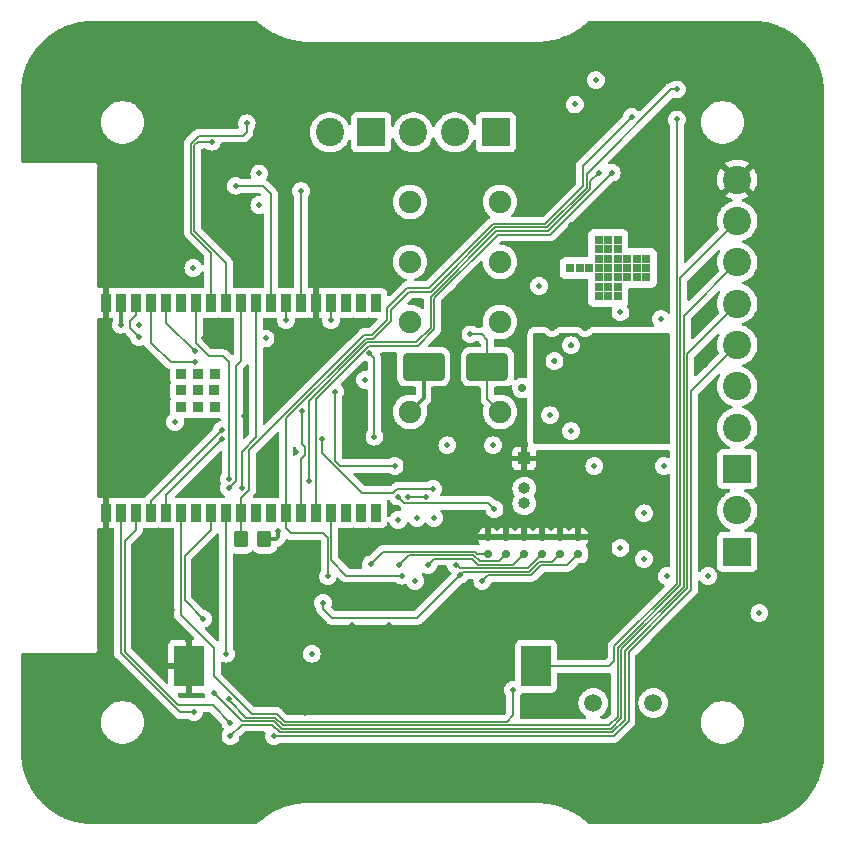
<source format=gbr>
%TF.GenerationSoftware,KiCad,Pcbnew,(7.0.0-0)*%
%TF.CreationDate,2023-08-12T01:46:22+02:00*%
%TF.ProjectId,door_bell,646f6f72-5f62-4656-9c6c-2e6b69636164,rev?*%
%TF.SameCoordinates,Original*%
%TF.FileFunction,Copper,L4,Bot*%
%TF.FilePolarity,Positive*%
%FSLAX46Y46*%
G04 Gerber Fmt 4.6, Leading zero omitted, Abs format (unit mm)*
G04 Created by KiCad (PCBNEW (7.0.0-0)) date 2023-08-12 01:46:22*
%MOMM*%
%LPD*%
G01*
G04 APERTURE LIST*
G04 Aperture macros list*
%AMRoundRect*
0 Rectangle with rounded corners*
0 $1 Rounding radius*
0 $2 $3 $4 $5 $6 $7 $8 $9 X,Y pos of 4 corners*
0 Add a 4 corners polygon primitive as box body*
4,1,4,$2,$3,$4,$5,$6,$7,$8,$9,$2,$3,0*
0 Add four circle primitives for the rounded corners*
1,1,$1+$1,$2,$3*
1,1,$1+$1,$4,$5*
1,1,$1+$1,$6,$7*
1,1,$1+$1,$8,$9*
0 Add four rect primitives between the rounded corners*
20,1,$1+$1,$2,$3,$4,$5,0*
20,1,$1+$1,$4,$5,$6,$7,0*
20,1,$1+$1,$6,$7,$8,$9,0*
20,1,$1+$1,$8,$9,$2,$3,0*%
G04 Aperture macros list end*
%TA.AperFunction,ComponentPad*%
%ADD10R,0.800000X0.800000*%
%TD*%
%TA.AperFunction,ComponentPad*%
%ADD11C,1.500000*%
%TD*%
%TA.AperFunction,ComponentPad*%
%ADD12R,1.000000X1.000000*%
%TD*%
%TA.AperFunction,ComponentPad*%
%ADD13O,1.000000X1.000000*%
%TD*%
%TA.AperFunction,ComponentPad*%
%ADD14R,2.400000X2.400000*%
%TD*%
%TA.AperFunction,ComponentPad*%
%ADD15C,2.400000*%
%TD*%
%TA.AperFunction,ComponentPad*%
%ADD16C,1.905000*%
%TD*%
%TA.AperFunction,SMDPad,CuDef*%
%ADD17RoundRect,0.150000X-0.200000X0.150000X-0.200000X-0.150000X0.200000X-0.150000X0.200000X0.150000X0*%
%TD*%
%TA.AperFunction,HeatsinkPad*%
%ADD18R,0.900000X0.900000*%
%TD*%
%TA.AperFunction,HeatsinkPad*%
%ADD19R,0.880000X0.900000*%
%TD*%
%TA.AperFunction,SMDPad,CuDef*%
%ADD20R,0.900000X1.500000*%
%TD*%
%TA.AperFunction,SMDPad,CuDef*%
%ADD21RoundRect,0.250000X0.350000X0.450000X-0.350000X0.450000X-0.350000X-0.450000X0.350000X-0.450000X0*%
%TD*%
%TA.AperFunction,SMDPad,CuDef*%
%ADD22R,2.540000X3.510000*%
%TD*%
%TA.AperFunction,SMDPad,CuDef*%
%ADD23RoundRect,0.250000X-1.500000X-0.900000X1.500000X-0.900000X1.500000X0.900000X-1.500000X0.900000X0*%
%TD*%
%TA.AperFunction,ViaPad*%
%ADD24C,0.500000*%
%TD*%
%TA.AperFunction,ViaPad*%
%ADD25C,0.700000*%
%TD*%
%TA.AperFunction,Conductor*%
%ADD26C,0.150000*%
%TD*%
%TA.AperFunction,Conductor*%
%ADD27C,0.300000*%
%TD*%
G04 APERTURE END LIST*
D10*
%TO.P,U3,2,VO*%
%TO.N,+3V3*%
X151739999Y-85103999D03*
X152539999Y-85103999D03*
X153339999Y-85103999D03*
X154139999Y-82703999D03*
X154139999Y-83503999D03*
X154139999Y-84303999D03*
X154139999Y-85103999D03*
X154139999Y-85903999D03*
X154139999Y-86703999D03*
X154139999Y-87503999D03*
X154939999Y-82703999D03*
X154939999Y-83503999D03*
X154939999Y-84303999D03*
X154939999Y-85103999D03*
X154939999Y-85903999D03*
X154939999Y-86703999D03*
X154939999Y-87503999D03*
X155739999Y-82703999D03*
X155739999Y-83503999D03*
X155739999Y-84303999D03*
X155739999Y-85103999D03*
X155739999Y-85903999D03*
X155739999Y-86703999D03*
X155739999Y-87503999D03*
X156539999Y-84303999D03*
X156539999Y-85103999D03*
X156539999Y-85903999D03*
X157339999Y-84303999D03*
X157339999Y-85103999D03*
X157339999Y-85903999D03*
X158139999Y-84303999D03*
X158139999Y-85103999D03*
X158139999Y-85903999D03*
%TD*%
%TO.P,U1,2,VO*%
%TO.N,+5V*%
X151739999Y-74929999D03*
X152539999Y-74929999D03*
X153339999Y-74929999D03*
X154139999Y-72529999D03*
X154139999Y-73329999D03*
X154139999Y-74129999D03*
X154139999Y-74929999D03*
X154139999Y-75729999D03*
X154139999Y-76529999D03*
X154139999Y-77329999D03*
X154939999Y-72529999D03*
X154939999Y-73329999D03*
X154939999Y-74129999D03*
X154939999Y-74929999D03*
X154939999Y-75729999D03*
X154939999Y-76529999D03*
X154939999Y-77329999D03*
X155739999Y-72529999D03*
X155739999Y-73329999D03*
X155739999Y-74129999D03*
X155739999Y-74929999D03*
X155739999Y-75729999D03*
X155739999Y-76529999D03*
X155739999Y-77329999D03*
X156539999Y-74129999D03*
X156539999Y-74929999D03*
X156539999Y-75729999D03*
X157339999Y-74129999D03*
X157339999Y-74929999D03*
X157339999Y-75729999D03*
X158139999Y-74129999D03*
X158139999Y-74929999D03*
X158139999Y-75729999D03*
%TD*%
D11*
%TO.P,F1,1*%
%TO.N,Net-(D1-Pad4)*%
X153670000Y-111760000D03*
%TO.P,F1,2*%
%TO.N,Net-(J1-Pin_2)*%
X158750000Y-111760000D03*
%TD*%
D12*
%TO.P,J4,1,Pin_1*%
%TO.N,GND*%
X147827999Y-91058999D03*
D13*
%TO.P,J4,3,Pin_3*%
%TO.N,Net-(J4-Pin_3)*%
X147827999Y-93598999D03*
%TO.P,J4,4,Pin_4*%
%TO.N,Net-(J4-Pin_4)*%
X147827999Y-94868999D03*
%TD*%
D14*
%TO.P,J1,1,Pin_1*%
%TO.N,Net-(J1-Pin_1)*%
X165869999Y-98959999D03*
D15*
%TO.P,J1,2,Pin_2*%
%TO.N,Net-(J1-Pin_2)*%
X165870000Y-95460000D03*
%TD*%
D14*
%TO.P,J6,1,Pin_1*%
%TO.N,+3V3*%
X165869999Y-91949999D03*
D15*
%TO.P,J6,2,Pin_2*%
%TO.N,/~{S1_INPUT}*%
X165870000Y-88450000D03*
%TO.P,J6,3,Pin_3*%
%TO.N,/~{S2_INPUT}*%
X165870000Y-84950000D03*
%TO.P,J6,4,Pin_4*%
%TO.N,/S1_RED*%
X165870000Y-81450000D03*
%TO.P,J6,5,Pin_5*%
%TO.N,/S1_GREEN*%
X165870000Y-77950000D03*
%TO.P,J6,6,Pin_6*%
%TO.N,/S2_RED*%
X165870000Y-74450000D03*
%TO.P,J6,7,Pin_7*%
%TO.N,/S2_GREEN*%
X165870000Y-70950000D03*
%TO.P,J6,8,Pin_8*%
%TO.N,GND*%
X165870000Y-67450000D03*
%TD*%
D16*
%TO.P,K1,1*%
%TO.N,Net-(D2-A)*%
X145791000Y-87107000D03*
%TO.P,K1,4*%
%TO.N,unconnected-(K1-Pad4)*%
X145791000Y-79487000D03*
%TO.P,K1,6*%
%TO.N,unconnected-(K1-Pad6)*%
X145791000Y-74407000D03*
%TO.P,K1,8*%
%TO.N,unconnected-(K1-Pad8)*%
X145791000Y-69327000D03*
%TO.P,K1,9*%
%TO.N,Net-(J3-Pin_3)*%
X138171000Y-69327000D03*
%TO.P,K1,11*%
%TO.N,Net-(J3-Pin_2)*%
X138171000Y-74407000D03*
%TO.P,K1,13*%
%TO.N,Net-(J3-Pin_1)*%
X138171000Y-79487000D03*
%TO.P,K1,16*%
%TO.N,+5V*%
X138171000Y-87107000D03*
%TD*%
D14*
%TO.P,J2,1,Pin_1*%
%TO.N,Net-(J2-Pin_1)*%
X134879999Y-63439999D03*
D15*
%TO.P,J2,2,Pin_2*%
%TO.N,Net-(J2-Pin_2)*%
X131380000Y-63440000D03*
%TD*%
D14*
%TO.P,J3,1,Pin_1*%
%TO.N,Net-(J3-Pin_1)*%
X145429999Y-63439999D03*
D15*
%TO.P,J3,2,Pin_2*%
%TO.N,Net-(J3-Pin_2)*%
X141930000Y-63440000D03*
%TO.P,J3,3,Pin_3*%
%TO.N,Net-(J3-Pin_3)*%
X138430000Y-63440000D03*
%TD*%
D17*
%TO.P,D11,1,K*%
%TO.N,/SPICS*%
X150876000Y-99125000D03*
%TO.P,D11,2,A*%
%TO.N,GND*%
X150876000Y-97725000D03*
%TD*%
%TO.P,D10,1,K*%
%TO.N,/SPIMOSI*%
X149352000Y-99125000D03*
%TO.P,D10,2,A*%
%TO.N,GND*%
X149352000Y-97725000D03*
%TD*%
%TO.P,D9,1,K*%
%TO.N,/SPICLK*%
X147828000Y-99125000D03*
%TO.P,D9,2,A*%
%TO.N,GND*%
X147828000Y-97725000D03*
%TD*%
%TO.P,D12,1,K*%
%TO.N,Net-(D12-K)*%
X152400000Y-99125000D03*
%TO.P,D12,2,A*%
%TO.N,GND*%
X152400000Y-97725000D03*
%TD*%
D18*
%TO.P,U6,*%
%TO.N,*%
X118809999Y-83889999D03*
X118809999Y-85289999D03*
X118809999Y-86689999D03*
X120209999Y-83889999D03*
X120209999Y-85289999D03*
X120209999Y-86689999D03*
D19*
X121589999Y-85299999D03*
D18*
X121609999Y-83899999D03*
X121609999Y-86699999D03*
D20*
%TO.P,U6,1,GND1*%
%TO.N,GND*%
X112419999Y-77879999D03*
%TO.P,U6,2,3V3*%
%TO.N,+3V3*%
X113689999Y-77879999D03*
%TO.P,U6,3,EN*%
%TO.N,Net-(U6-EN)*%
X114959999Y-77879999D03*
%TO.P,U6,4,IO36*%
%TO.N,Net-(U6-IO36)*%
X116229999Y-77879999D03*
%TO.P,U6,5,IO39*%
%TO.N,Net-(U6-IO39)*%
X117499999Y-77879999D03*
%TO.P,U6,6,IO34*%
%TO.N,unconnected-(U6-IO34-Pad6)*%
X118769999Y-77879999D03*
%TO.P,U6,7,IO35*%
%TO.N,Net-(D4-K)*%
X120039999Y-77879999D03*
%TO.P,U6,8,IO32*%
%TO.N,/LRCLK*%
X121309999Y-77879999D03*
%TO.P,U6,9,IO33*%
%TO.N,/DOUT*%
X122579999Y-77879999D03*
%TO.P,U6,10,IO25*%
%TO.N,Net-(U6-IO25)*%
X123849999Y-77879999D03*
%TO.P,U6,11,IO26*%
%TO.N,/SPICS*%
X125119999Y-77879999D03*
%TO.P,U6,12,IO27*%
%TO.N,/~{SD_MODE}*%
X126389999Y-77879999D03*
%TO.P,U6,13,IO14*%
%TO.N,/SPIMOSI*%
X127659999Y-77879999D03*
%TO.P,U6,14,IO12*%
%TO.N,Net-(U6-IO12)*%
X128929999Y-77879999D03*
%TO.P,U6,15,GND2*%
%TO.N,GND*%
X130199999Y-77879999D03*
%TO.P,U6,16,IO13*%
%TO.N,/SPIMISO*%
X131469999Y-77879999D03*
%TO.P,U6,17,IO9*%
%TO.N,unconnected-(U6-IO9-Pad17)*%
X132739999Y-77879999D03*
%TO.P,U6,18,IO10*%
%TO.N,unconnected-(U6-IO10-Pad18)*%
X134009999Y-77879999D03*
%TO.P,U6,19,IO11*%
%TO.N,unconnected-(U6-IO11-Pad19)*%
X135279999Y-77879999D03*
%TO.P,U6,20,IO6*%
%TO.N,unconnected-(U6-IO6-Pad20)*%
X135279999Y-95659999D03*
%TO.P,U6,21,IO7*%
%TO.N,unconnected-(U6-IO7-Pad21)*%
X134009999Y-95659999D03*
%TO.P,U6,22,IO8*%
%TO.N,unconnected-(U6-IO8-Pad22)*%
X132739999Y-95659999D03*
%TO.P,U6,23,IO15*%
%TO.N,/SPICLK*%
X131469999Y-95659999D03*
%TO.P,U6,24,IO2*%
%TO.N,/INT*%
X130199999Y-95659999D03*
%TO.P,U6,25,IO0*%
%TO.N,/BCLK*%
X128929999Y-95659999D03*
%TO.P,U6,26,IO4*%
%TO.N,/SCL*%
X127659999Y-95659999D03*
%TO.P,U6,27,NC1*%
%TO.N,unconnected-(U6-NC1-Pad27)*%
X126389999Y-95659999D03*
%TO.P,U6,28,NC2*%
%TO.N,unconnected-(U6-NC2-Pad28)*%
X125119999Y-95659999D03*
%TO.P,U6,29,IO5*%
%TO.N,/SDA*%
X123849999Y-95659999D03*
%TO.P,U6,30,IO18*%
%TO.N,Net-(U6-IO18)*%
X122579999Y-95659999D03*
%TO.P,U6,31,IO19*%
%TO.N,Net-(U6-IO19)*%
X121309999Y-95659999D03*
%TO.P,U6,32,NC3*%
%TO.N,unconnected-(U6-NC3-Pad32)*%
X120039999Y-95659999D03*
%TO.P,U6,33,IO21*%
%TO.N,Net-(U6-IO21)*%
X118769999Y-95659999D03*
%TO.P,U6,34,RXD0*%
%TO.N,Net-(U5-R1OUT)*%
X117499999Y-95659999D03*
%TO.P,U6,35,TXD0*%
%TO.N,Net-(U5-T1IN)*%
X116229999Y-95659999D03*
%TO.P,U6,36,IO22*%
%TO.N,Net-(U6-IO22)*%
X114959999Y-95659999D03*
%TO.P,U6,37,IO23*%
%TO.N,Net-(U6-IO23)*%
X113689999Y-95659999D03*
%TO.P,U6,38,GND3*%
%TO.N,GND*%
X112419999Y-95659999D03*
%TD*%
D17*
%TO.P,D5,1,K*%
%TO.N,Net-(D5-K)*%
X144780000Y-99125000D03*
%TO.P,D5,2,A*%
%TO.N,GND*%
X144780000Y-97725000D03*
%TD*%
D21*
%TO.P,R5,1*%
%TO.N,+3V3*%
X125841000Y-97917000D03*
%TO.P,R5,2*%
%TO.N,/SDA*%
X123841000Y-97917000D03*
%TD*%
D22*
%TO.P,BT1,1,+*%
%TO.N,Net-(BT1-+)*%
X148816199Y-108661199D03*
%TO.P,BT1,2,-*%
%TO.N,GND*%
X119456199Y-108661199D03*
%TD*%
D17*
%TO.P,D6,1,K*%
%TO.N,/SPIMISO*%
X146304000Y-99125000D03*
%TO.P,D6,2,A*%
%TO.N,GND*%
X146304000Y-97725000D03*
%TD*%
D23*
%TO.P,D2,1,K*%
%TO.N,+5V*%
X139314000Y-83297000D03*
%TO.P,D2,2,A*%
%TO.N,Net-(D2-A)*%
X144714000Y-83297000D03*
%TD*%
D24*
%TO.N,+5V*%
X150012400Y-87401400D03*
X151790400Y-88747600D03*
D25*
%TO.N,+3V3*%
X147675600Y-85090000D03*
D24*
%TO.N,GND*%
X139090400Y-78028800D03*
X124104400Y-87426800D03*
X137160000Y-95250000D03*
X163144200Y-83185000D03*
X163499800Y-78587600D03*
X163499800Y-75209400D03*
X153517600Y-109880400D03*
X120878600Y-102438200D03*
D25*
X126732700Y-83286600D03*
D24*
X120751600Y-92913200D03*
X149860000Y-102895400D03*
%TO.N,+VDC*%
X155981400Y-98628200D03*
%TO.N,GND*%
X150190200Y-72872600D03*
%TO.N,/INT*%
X155244800Y-66855592D03*
%TO.N,GND*%
X120751600Y-87960200D03*
X151790400Y-67437000D03*
X118160800Y-90728800D03*
X120751600Y-69596000D03*
X151790400Y-71272400D03*
X131318000Y-106807000D03*
X150190200Y-80010000D03*
X114833400Y-74930000D03*
X123317000Y-62661800D03*
X158064200Y-64897000D03*
X114833400Y-86614000D03*
X130200400Y-79349600D03*
X158064200Y-63627000D03*
X130200400Y-70739000D03*
X151790400Y-66167000D03*
X158064200Y-67437000D03*
X150393400Y-82804000D03*
X132842000Y-87757000D03*
X150876000Y-96901000D03*
X133553200Y-117449600D03*
X117983000Y-103886000D03*
X155473400Y-104140000D03*
X125450600Y-91998800D03*
X130200400Y-73736200D03*
X165481000Y-103149400D03*
X147828000Y-96901000D03*
X146304000Y-96901000D03*
X144780000Y-96901000D03*
X152400000Y-96901000D03*
X152984200Y-80010000D03*
X133273800Y-105170900D03*
X128143000Y-117856000D03*
X158064200Y-68707000D03*
X139877800Y-91694000D03*
X145821400Y-116230400D03*
X145313400Y-93726000D03*
X119380000Y-106502200D03*
X120751600Y-80899000D03*
X126161800Y-64490600D03*
X143484600Y-105181400D03*
X151790400Y-81483200D03*
X152400000Y-95250000D03*
X136398000Y-105181400D03*
X149885400Y-117373400D03*
X147777200Y-72872600D03*
X120751600Y-65024000D03*
X129286000Y-112649000D03*
X112420400Y-94183200D03*
X112420400Y-79781400D03*
X150876000Y-94234000D03*
X151790400Y-64897000D03*
X160731200Y-106959400D03*
X123875800Y-103886000D03*
X149352000Y-96901000D03*
X128524000Y-90500200D03*
X158064200Y-58089800D03*
X158064200Y-66167000D03*
%TO.N,+VDC*%
X155981400Y-78689200D03*
X153771600Y-91694000D03*
X167741600Y-104140000D03*
X159893000Y-101015800D03*
X157962600Y-99568000D03*
X163398200Y-101015800D03*
%TO.N,+5V*%
X149098000Y-76454000D03*
X125399800Y-69596000D03*
X125399800Y-66929000D03*
%TO.N,+3V3*%
X152120600Y-61087000D03*
X140182600Y-96088200D03*
X138607800Y-101422200D03*
X145186400Y-89941400D03*
X134366000Y-84404200D03*
X113690400Y-79730600D03*
X137160000Y-96266000D03*
X153898600Y-59029600D03*
X158090000Y-82550000D03*
X119811800Y-74930000D03*
X141325600Y-89941400D03*
X125933200Y-80899000D03*
X115189000Y-79730600D03*
X127027039Y-97202307D03*
X129844800Y-107594400D03*
X138733100Y-96088200D03*
X159394400Y-79264000D03*
X118262400Y-87960200D03*
%TO.N,Net-(U5-VS+)*%
X131800600Y-85394800D03*
X136855200Y-91694000D03*
%TO.N,Net-(U6-EN)*%
X115189000Y-80772000D03*
%TO.N,Net-(U5-VS-)*%
X145313400Y-95351600D03*
X137160000Y-94294000D03*
%TO.N,Net-(J1-Pin_1)*%
X159639000Y-91694000D03*
%TO.N,Net-(D1-Pad4)*%
X157988000Y-95707200D03*
%TO.N,Net-(D2-A)*%
X143281400Y-80543400D03*
%TO.N,Net-(D4-K)*%
X122834400Y-92760800D03*
%TO.N,Net-(D5-K)*%
X134823200Y-100025200D03*
%TO.N,/SPIMISO*%
X134721600Y-82118200D03*
X137261600Y-100050600D03*
X135153400Y-89204800D03*
X131470400Y-79349600D03*
%TO.N,/SPICLK*%
X139674600Y-100076000D03*
X137508600Y-100981400D03*
%TO.N,/SPIMOSI*%
X142062200Y-100050600D03*
X127660000Y-79349600D03*
%TO.N,/SPICS*%
X123901200Y-93537700D03*
X142422500Y-100893500D03*
X130802595Y-103261500D03*
%TO.N,Net-(D12-K)*%
X144290800Y-101422200D03*
%TO.N,Net-(BT1-+)*%
X160756600Y-62357000D03*
%TO.N,/S1_RED*%
X126644400Y-114554000D03*
%TO.N,/S1_GREEN*%
X122961400Y-114554000D03*
%TO.N,/S2_RED*%
X121539000Y-110921800D03*
%TO.N,/S2_GREEN*%
X122809000Y-111455200D03*
%TO.N,Net-(U4-~{RST})*%
X129590800Y-92964000D03*
X154127200Y-66852800D03*
%TO.N,Net-(U5-T1IN)*%
X137972800Y-94310200D03*
X122250200Y-88620600D03*
X139522200Y-94310200D03*
%TO.N,Net-(U6-IO12)*%
X128930400Y-68427600D03*
%TO.N,Net-(U6-IO22)*%
X122961400Y-113436400D03*
%TO.N,Net-(U6-IO23)*%
X119862600Y-112547400D03*
%TO.N,Net-(U6-IO18)*%
X122580400Y-107594400D03*
%TO.N,Net-(U6-IO19)*%
X120624600Y-104622600D03*
%TO.N,/~{SD_MODE}*%
X123393200Y-67970400D03*
%TO.N,/LRCLK*%
X124333000Y-62687200D03*
%TO.N,/BCLK*%
X129006600Y-87045800D03*
%TO.N,/SDA*%
X156946600Y-62128400D03*
%TO.N,/SCL*%
X131191000Y-101041200D03*
X160756600Y-59817000D03*
%TO.N,Net-(U5-R1OUT)*%
X140106400Y-93649800D03*
X122250200Y-89408000D03*
X130708400Y-89408000D03*
%TO.N,/DOUT*%
X121376100Y-64236600D03*
%TO.N,Net-(U6-IO25)*%
X122834400Y-93537700D03*
%TO.N,Net-(U6-IO21)*%
X146888200Y-110642400D03*
%TO.N,Net-(U6-IO36)*%
X119938800Y-82931000D03*
%TO.N,Net-(U6-IO39)*%
X119938800Y-81991200D03*
%TD*%
D26*
%TO.N,/INT*%
X130200000Y-85979400D02*
X130200000Y-95660000D01*
X134246600Y-81921448D02*
X134246600Y-81932800D01*
X134246600Y-81932800D02*
X130200000Y-85979400D01*
X134659448Y-81508600D02*
X134246600Y-81921448D01*
X140208000Y-80137000D02*
X138836400Y-81508600D01*
X140208000Y-77472792D02*
X140208000Y-80137000D01*
X145584592Y-72096200D02*
X140208000Y-77472792D01*
X150004192Y-72096200D02*
X145584592Y-72096200D01*
X138836400Y-81508600D02*
X134659448Y-81508600D01*
X155244800Y-66855592D02*
X150004192Y-72096200D01*
D27*
%TO.N,+3V3*%
X158090000Y-84254000D02*
X158140000Y-84304000D01*
D26*
%TO.N,/SCL*%
X131191000Y-101041200D02*
X131191000Y-97764600D01*
X131191000Y-97764600D02*
X130784600Y-97358200D01*
X130784600Y-97358200D02*
X128066800Y-97358200D01*
X127660000Y-96951400D02*
X127660000Y-95660000D01*
X128066800Y-97358200D02*
X127660000Y-96951400D01*
%TO.N,Net-(U4-~{RST})*%
X133946600Y-81797184D02*
X133946600Y-81808536D01*
X153411200Y-68264928D02*
X149879928Y-71796200D01*
X154127200Y-66852800D02*
X153411200Y-67568800D01*
X153411200Y-67568800D02*
X153411200Y-68264928D01*
X149879928Y-71796200D02*
X145460328Y-71796200D01*
X145460328Y-71796200D02*
X139908000Y-77348528D01*
X139908000Y-77348528D02*
X139908000Y-80012736D01*
X139908000Y-80012736D02*
X138712136Y-81208600D01*
X138712136Y-81208600D02*
X134535184Y-81208600D01*
X134535184Y-81208600D02*
X133946600Y-81797184D01*
X133946600Y-81808536D02*
X129590800Y-86164336D01*
X129590800Y-86164336D02*
X129590800Y-92964000D01*
%TO.N,/SCL*%
X160756600Y-59817000D02*
X160248600Y-59817000D01*
X160248600Y-59817000D02*
X153111200Y-66954400D01*
X153111200Y-66954400D02*
X153111200Y-68140664D01*
X135060064Y-80908600D02*
X134410920Y-80908600D01*
X136520200Y-79448464D02*
X135060064Y-80908600D01*
X153111200Y-68140664D02*
X149755664Y-71496200D01*
X149755664Y-71496200D02*
X145336064Y-71496200D01*
X145336064Y-71496200D02*
X139900464Y-76931800D01*
X139900464Y-76931800D02*
X138046264Y-76931800D01*
X138046264Y-76931800D02*
X136520200Y-78457864D01*
X136520200Y-78457864D02*
X136520200Y-79448464D01*
X134410920Y-80908600D02*
X133646600Y-81672920D01*
X133646600Y-81672920D02*
X133646600Y-81684272D01*
X133646600Y-81684272D02*
X127660000Y-87670872D01*
X127660000Y-87670872D02*
X127660000Y-95660000D01*
%TO.N,/SDA*%
X156946600Y-62128400D02*
X152811200Y-66263800D01*
X152811200Y-66263800D02*
X152811200Y-68016400D01*
X152811200Y-68016400D02*
X149631400Y-71196200D01*
X149631400Y-71196200D02*
X145211800Y-71196200D01*
X145211800Y-71196200D02*
X139776200Y-76631800D01*
X139776200Y-76631800D02*
X137922000Y-76631800D01*
X137922000Y-76631800D02*
X136220200Y-78333600D01*
X136220200Y-78333600D02*
X136220200Y-79324200D01*
X136220200Y-79324200D02*
X134935800Y-80608600D01*
X134935800Y-80608600D02*
X134286656Y-80608600D01*
X134286656Y-80608600D02*
X133346600Y-81548656D01*
X133346600Y-81548656D02*
X133346600Y-81560008D01*
X133346600Y-81560008D02*
X124536200Y-90370408D01*
X124536200Y-90370408D02*
X124536200Y-93726000D01*
X124536200Y-93726000D02*
X123850000Y-94412200D01*
X123850000Y-94412200D02*
X123850000Y-95660000D01*
D27*
%TO.N,GND*%
X147828000Y-97725000D02*
X147828000Y-96901000D01*
X130200000Y-79349200D02*
X130200400Y-79349600D01*
X152400000Y-97725000D02*
X152400000Y-96901000D01*
X149352000Y-97725000D02*
X149352000Y-96901000D01*
X112420000Y-77880000D02*
X112420000Y-79781000D01*
X130200000Y-77880000D02*
X130200000Y-79349200D01*
X144780000Y-97725000D02*
X144780000Y-96901000D01*
X119380000Y-108712000D02*
X119380000Y-106502200D01*
X146304000Y-97725000D02*
X146304000Y-96901000D01*
X112420000Y-79781000D02*
X112420400Y-79781400D01*
X112420000Y-94183600D02*
X112420400Y-94183200D01*
X112420000Y-95660000D02*
X112420000Y-94183600D01*
X150876000Y-97725000D02*
X150876000Y-96901000D01*
%TO.N,+5V*%
X139314000Y-85964000D02*
X138171000Y-87107000D01*
X139314000Y-83297000D02*
X139314000Y-85964000D01*
%TO.N,+3V3*%
X125841000Y-97917000D02*
X126822200Y-97917000D01*
X126822200Y-97917000D02*
X127027039Y-97712161D01*
X113690000Y-79730200D02*
X113690400Y-79730600D01*
X113690000Y-77880000D02*
X113690000Y-79730200D01*
X127027039Y-97712161D02*
X127027039Y-97202307D01*
D26*
%TO.N,Net-(U5-VS+)*%
X131800600Y-91262200D02*
X131800600Y-85394800D01*
X132232400Y-91694000D02*
X131800600Y-91262200D01*
X136855200Y-91694000D02*
X132232400Y-91694000D01*
%TO.N,Net-(U6-EN)*%
X114960000Y-77880000D02*
X114960000Y-78892800D01*
X114464000Y-80047000D02*
X115189000Y-80772000D01*
X114960000Y-78892800D02*
X114464000Y-79388800D01*
X114464000Y-79388800D02*
X114464000Y-80047000D01*
%TO.N,Net-(U5-VS-)*%
X137684200Y-94818200D02*
X137160000Y-94294000D01*
X145313400Y-95351600D02*
X144780000Y-94818200D01*
X144780000Y-94818200D02*
X137684200Y-94818200D01*
%TO.N,Net-(D2-A)*%
X144221200Y-80543400D02*
X144714000Y-81036200D01*
X144714000Y-86030000D02*
X145791000Y-87107000D01*
X143281400Y-80543400D02*
X144221200Y-80543400D01*
X144714000Y-83297000D02*
X144714000Y-86030000D01*
X144714000Y-81036200D02*
X144714000Y-83297000D01*
%TO.N,Net-(D4-K)*%
X121132600Y-82397600D02*
X120026600Y-81291600D01*
X120026600Y-81291600D02*
X120026600Y-77893400D01*
X122351800Y-82397600D02*
X121132600Y-82397600D01*
X120026600Y-77893400D02*
X120040000Y-77880000D01*
X122834400Y-82880200D02*
X122351800Y-82397600D01*
X122834400Y-92760800D02*
X122834400Y-82880200D01*
%TO.N,Net-(D5-K)*%
X144768800Y-99136200D02*
X143850528Y-99136200D01*
X135905800Y-98942600D02*
X134823200Y-100025200D01*
X143656928Y-98942600D02*
X135905800Y-98942600D01*
X144780000Y-99125000D02*
X144768800Y-99136200D01*
X143850528Y-99136200D02*
X143656928Y-98942600D01*
%TO.N,/SPIMISO*%
X144055064Y-99765000D02*
X143532664Y-99242600D01*
X135153400Y-89204800D02*
X135153400Y-82550000D01*
X146304000Y-99125000D02*
X145664000Y-99765000D01*
X135153400Y-82550000D02*
X134721600Y-82118200D01*
X145664000Y-99765000D02*
X144055064Y-99765000D01*
X131470400Y-79349600D02*
X131470400Y-77880400D01*
X131470400Y-77880400D02*
X131470000Y-77880000D01*
X138069600Y-99242600D02*
X137261600Y-100050600D01*
X143532664Y-99242600D02*
X138069600Y-99242600D01*
%TO.N,/SPICLK*%
X143930800Y-100065000D02*
X143408400Y-99542600D01*
X143408400Y-99542600D02*
X140208000Y-99542600D01*
X140208000Y-99542600D02*
X139674600Y-100076000D01*
X131470000Y-95660000D02*
X131491000Y-95681000D01*
X131491000Y-99695000D02*
X132777400Y-100981400D01*
X147828000Y-99125000D02*
X146888000Y-100065000D01*
X132777400Y-100981400D02*
X137508600Y-100981400D01*
X146888000Y-100065000D02*
X143930800Y-100065000D01*
X131491000Y-95681000D02*
X131491000Y-99695000D01*
%TO.N,/SPIMOSI*%
X127660000Y-79349600D02*
X127660000Y-77880000D01*
X149352000Y-99136200D02*
X148123200Y-100365000D01*
X149352000Y-99125000D02*
X149352000Y-99136200D01*
X148123200Y-100365000D02*
X142376600Y-100365000D01*
X142376600Y-100365000D02*
X142062200Y-100050600D01*
%TO.N,/SPICS*%
X125120000Y-89256000D02*
X123901200Y-90474800D01*
X150204400Y-99796600D02*
X149115864Y-99796600D01*
X125120000Y-77880000D02*
X125120000Y-89256000D01*
X130802595Y-103802395D02*
X130802595Y-103261500D01*
X149115864Y-99796600D02*
X148247464Y-100665000D01*
X138785600Y-104546400D02*
X131546600Y-104546400D01*
X150876000Y-99125000D02*
X150204400Y-99796600D01*
X131546600Y-104546400D02*
X130802595Y-103802395D01*
X142651000Y-100665000D02*
X142422500Y-100893500D01*
X142422500Y-100909500D02*
X138785600Y-104546400D01*
X148247464Y-100665000D02*
X142651000Y-100665000D01*
X142422500Y-100893500D02*
X142422500Y-100909500D01*
X123901200Y-90474800D02*
X123901200Y-93537700D01*
%TO.N,Net-(D12-K)*%
X149235328Y-100101400D02*
X148371728Y-100965000D01*
X152400000Y-99125000D02*
X151423600Y-100101400D01*
X144748000Y-100965000D02*
X144290800Y-101422200D01*
X151423600Y-100101400D02*
X149235328Y-100101400D01*
X148371728Y-100965000D02*
X144748000Y-100965000D01*
%TO.N,Net-(BT1-+)*%
X155467200Y-108184800D02*
X154990800Y-108661200D01*
X160756600Y-101676200D02*
X155467200Y-106965600D01*
X155467200Y-106965600D02*
X155467200Y-108184800D01*
X160756600Y-62357000D02*
X160756600Y-101676200D01*
X154990800Y-108661200D02*
X148816200Y-108661200D01*
%TO.N,/S1_RED*%
X161956600Y-85363400D02*
X165870000Y-81450000D01*
X155397200Y-114554000D02*
X156667200Y-113284000D01*
X156667200Y-107462656D02*
X161956600Y-102173256D01*
X126644400Y-114554000D02*
X155397200Y-114554000D01*
X156667200Y-113284000D02*
X156667200Y-107462656D01*
X161956600Y-102173256D02*
X161956600Y-85363400D01*
%TO.N,/S1_GREEN*%
X161656600Y-82208800D02*
X161656600Y-102048992D01*
X156367200Y-113159736D02*
X155272936Y-114254000D01*
X156367200Y-107338392D02*
X156367200Y-113159736D01*
X165870000Y-77950000D02*
X165870000Y-77995400D01*
X126517400Y-113588800D02*
X123901200Y-113588800D01*
X127182600Y-114254000D02*
X126517400Y-113588800D01*
X123901200Y-113588800D02*
X122961400Y-114528600D01*
X155272936Y-114254000D02*
X127182600Y-114254000D01*
X165870000Y-77995400D02*
X161656600Y-82208800D01*
X122961400Y-114528600D02*
X122961400Y-114554000D01*
X161656600Y-102048992D02*
X156367200Y-107338392D01*
%TO.N,/S2_RED*%
X156067200Y-107214128D02*
X156067200Y-113035472D01*
X123926600Y-113288800D02*
X121559600Y-110921800D01*
X127306864Y-113954000D02*
X126641664Y-113288800D01*
X161356600Y-101924728D02*
X156067200Y-107214128D01*
X165870000Y-74450000D02*
X161356600Y-78963400D01*
X121559600Y-110921800D02*
X121539000Y-110921800D01*
X126641664Y-113288800D02*
X123926600Y-113288800D01*
X156067200Y-113035472D02*
X155148672Y-113954000D01*
X161356600Y-78963400D02*
X161356600Y-101924728D01*
X155148672Y-113954000D02*
X127306864Y-113954000D01*
%TO.N,/S2_GREEN*%
X122809000Y-111480600D02*
X122809000Y-111455200D01*
X161056600Y-75763400D02*
X161056600Y-101800464D01*
X155024408Y-113654000D02*
X127431128Y-113654000D01*
X161056600Y-101800464D02*
X155767200Y-107089864D01*
X155767200Y-107089864D02*
X155767200Y-112911208D01*
X165870000Y-70950000D02*
X161056600Y-75763400D01*
X124317200Y-112988800D02*
X122809000Y-111480600D01*
X127431128Y-113654000D02*
X126765928Y-112988800D01*
X155767200Y-112911208D02*
X155024408Y-113654000D01*
X126765928Y-112988800D02*
X124317200Y-112988800D01*
%TO.N,Net-(U5-T1IN)*%
X116230000Y-95660000D02*
X116230000Y-94640800D01*
X116230000Y-94640800D02*
X122250200Y-88620600D01*
X137972800Y-94310200D02*
X139522200Y-94310200D01*
%TO.N,Net-(U6-IO12)*%
X128930400Y-68427600D02*
X128930400Y-72212201D01*
X128930000Y-72212601D02*
X128930000Y-77880000D01*
X128930400Y-72212201D02*
X128930000Y-72212601D01*
%TO.N,Net-(U6-IO22)*%
X114960000Y-95660000D02*
X114960000Y-97074000D01*
X114960000Y-97074000D02*
X113990000Y-98044000D01*
X113990000Y-98044000D02*
X113990000Y-107418936D01*
X121462800Y-111937800D02*
X122961400Y-113436400D01*
X118508864Y-111937800D02*
X121462800Y-111937800D01*
X113990000Y-107418936D02*
X118508864Y-111937800D01*
%TO.N,Net-(U6-IO23)*%
X113690000Y-95660000D02*
X113690000Y-107543200D01*
X118694200Y-112547400D02*
X119862600Y-112547400D01*
X113690000Y-107543200D02*
X118694200Y-112547400D01*
%TO.N,Net-(U6-IO18)*%
X122580000Y-107594000D02*
X122580400Y-107594400D01*
X122580000Y-95660000D02*
X122580000Y-107594000D01*
%TO.N,Net-(U6-IO19)*%
X119070000Y-99314000D02*
X121310000Y-97074000D01*
X121310000Y-97074000D02*
X121310000Y-95660000D01*
X119070000Y-103068000D02*
X119070000Y-99314000D01*
X120624600Y-104622600D02*
X119070000Y-103068000D01*
%TO.N,/~{SD_MODE}*%
X126390000Y-77880000D02*
X126390000Y-68681200D01*
X126390000Y-68681200D02*
X125679200Y-67970400D01*
X125679200Y-67970400D02*
X123393200Y-67970400D01*
%TO.N,/LRCLK*%
X124002800Y-63728600D02*
X124333000Y-63398400D01*
X120276536Y-63728600D02*
X124002800Y-63728600D01*
X121310000Y-77880000D02*
X121310000Y-73659600D01*
X119608600Y-64396536D02*
X120276536Y-63728600D01*
X121310000Y-73659600D02*
X119608600Y-71958200D01*
X119608600Y-71958200D02*
X119608600Y-64396536D01*
X124333000Y-63398400D02*
X124333000Y-62687200D01*
%TO.N,/BCLK*%
X128981200Y-89839800D02*
X128981200Y-87071200D01*
X128981200Y-87071200D02*
X129006600Y-87045800D01*
X129249000Y-90107600D02*
X128981200Y-89839800D01*
X128930000Y-95660000D02*
X128930000Y-91119505D01*
X129249000Y-90800505D02*
X129249000Y-90107600D01*
X128930000Y-91119505D02*
X129249000Y-90800505D01*
%TO.N,/SDA*%
X123850000Y-95660000D02*
X123850000Y-97908000D01*
X123850000Y-97908000D02*
X123841000Y-97917000D01*
%TO.N,Net-(U5-R1OUT)*%
X136753600Y-93980000D02*
X134094136Y-93980000D01*
X134094136Y-93980000D02*
X130708400Y-90594264D01*
X117500000Y-94158200D02*
X122250200Y-89408000D01*
X140106400Y-93649800D02*
X137083800Y-93649800D01*
X117500000Y-95660000D02*
X117500000Y-94158200D01*
X137083800Y-93649800D02*
X136753600Y-93980000D01*
X130708400Y-90594264D02*
X130708400Y-89408000D01*
%TO.N,/DOUT*%
X119908600Y-71833936D02*
X119908600Y-64520800D01*
X120192800Y-64236600D02*
X121376100Y-64236600D01*
X119908600Y-64520800D02*
X120192800Y-64236600D01*
X122580000Y-74505336D02*
X119908600Y-71833936D01*
X122580000Y-77880000D02*
X122580000Y-74505336D01*
%TO.N,Net-(U6-IO25)*%
X123418600Y-83210400D02*
X123850000Y-82779000D01*
X122834400Y-93537700D02*
X122834400Y-93522800D01*
X122834400Y-93522800D02*
X123418600Y-92938600D01*
X123418600Y-92938600D02*
X123418600Y-83210400D01*
X123850000Y-82779000D02*
X123850000Y-77880000D01*
%TO.N,Net-(U6-IO21)*%
X121564400Y-109474000D02*
X121564400Y-107086400D01*
X146888200Y-112801400D02*
X146335600Y-113354000D01*
X126890192Y-112688800D02*
X124779200Y-112688800D01*
X127555392Y-113354000D02*
X126890192Y-112688800D01*
X118770000Y-104292000D02*
X118770000Y-95660000D01*
X146335600Y-113354000D02*
X127555392Y-113354000D01*
X124779200Y-112688800D02*
X121564400Y-109474000D01*
X146888200Y-110642400D02*
X146888200Y-112801400D01*
X121564400Y-107086400D02*
X118770000Y-104292000D01*
%TO.N,Net-(U6-IO36)*%
X117906800Y-82931000D02*
X116230000Y-81254200D01*
X119938800Y-82931000D02*
X117906800Y-82931000D01*
X116230000Y-81254200D02*
X116230000Y-77880000D01*
%TO.N,Net-(U6-IO39)*%
X119938800Y-81991200D02*
X117500000Y-79552400D01*
X117500000Y-79552400D02*
X117500000Y-77880000D01*
%TD*%
%TA.AperFunction,Conductor*%
%TO.N,GND*%
G36*
X155120106Y-109244230D02*
G01*
X155172281Y-109289987D01*
X155191700Y-109356612D01*
X155191700Y-112621466D01*
X155182261Y-112668919D01*
X155155381Y-112709147D01*
X154822347Y-113042181D01*
X154782119Y-113069061D01*
X154734666Y-113078500D01*
X154358677Y-113078500D01*
X154296677Y-113061887D01*
X154251290Y-113016500D01*
X154234677Y-112954499D01*
X154251290Y-112892499D01*
X154295857Y-112847932D01*
X154297639Y-112847102D01*
X154476877Y-112721598D01*
X154631598Y-112566877D01*
X154757102Y-112387639D01*
X154849575Y-112189330D01*
X154906207Y-111977977D01*
X154925277Y-111760000D01*
X154906207Y-111542023D01*
X154849575Y-111330670D01*
X154757102Y-111132362D01*
X154631598Y-110953123D01*
X154476877Y-110798402D01*
X154472446Y-110795299D01*
X154472442Y-110795296D01*
X154302068Y-110675999D01*
X154302066Y-110675997D01*
X154297639Y-110672898D01*
X154292742Y-110670614D01*
X154292736Y-110670611D01*
X154104236Y-110582712D01*
X154104229Y-110582709D01*
X154099330Y-110580425D01*
X154094103Y-110579024D01*
X154094102Y-110579024D01*
X153893209Y-110525194D01*
X153893199Y-110525192D01*
X153887977Y-110523793D01*
X153882585Y-110523321D01*
X153882578Y-110523320D01*
X153675395Y-110505195D01*
X153670000Y-110504723D01*
X153664605Y-110505195D01*
X153457421Y-110523320D01*
X153457412Y-110523321D01*
X153452023Y-110523793D01*
X153446802Y-110525191D01*
X153446790Y-110525194D01*
X153245897Y-110579024D01*
X153245892Y-110579025D01*
X153240670Y-110580425D01*
X153235774Y-110582707D01*
X153235763Y-110582712D01*
X153047272Y-110670608D01*
X153047268Y-110670610D01*
X153042362Y-110672898D01*
X153037929Y-110676001D01*
X153037922Y-110676006D01*
X152867558Y-110795296D01*
X152867553Y-110795299D01*
X152863123Y-110798402D01*
X152859299Y-110802225D01*
X152859293Y-110802231D01*
X152712231Y-110949293D01*
X152712225Y-110949299D01*
X152708402Y-110953123D01*
X152705299Y-110957553D01*
X152705296Y-110957558D01*
X152586006Y-111127922D01*
X152586001Y-111127929D01*
X152582898Y-111132362D01*
X152580610Y-111137268D01*
X152580608Y-111137272D01*
X152492712Y-111325763D01*
X152492707Y-111325774D01*
X152490425Y-111330670D01*
X152489025Y-111335892D01*
X152489024Y-111335897D01*
X152435194Y-111536790D01*
X152435191Y-111536802D01*
X152433793Y-111542023D01*
X152433321Y-111547412D01*
X152433320Y-111547421D01*
X152418586Y-111715839D01*
X152414723Y-111760000D01*
X152415195Y-111765395D01*
X152433320Y-111972578D01*
X152433321Y-111972585D01*
X152433793Y-111977977D01*
X152435192Y-111983199D01*
X152435194Y-111983209D01*
X152484976Y-112168994D01*
X152490425Y-112189330D01*
X152492709Y-112194229D01*
X152492712Y-112194236D01*
X152580611Y-112382736D01*
X152580614Y-112382742D01*
X152582898Y-112387639D01*
X152585997Y-112392066D01*
X152585999Y-112392068D01*
X152705296Y-112562442D01*
X152705299Y-112562446D01*
X152708402Y-112566877D01*
X152863123Y-112721598D01*
X152867555Y-112724701D01*
X152867557Y-112724703D01*
X152923231Y-112763686D01*
X153042361Y-112847102D01*
X153044142Y-112847932D01*
X153088710Y-112892499D01*
X153105323Y-112954499D01*
X153088710Y-113016500D01*
X153043323Y-113061887D01*
X152981323Y-113078500D01*
X147573579Y-113078500D01*
X147506954Y-113059080D01*
X147461197Y-113006904D01*
X147450640Y-112938314D01*
X147463700Y-112839120D01*
X147463700Y-112839115D01*
X147467604Y-112809460D01*
X147468665Y-112801400D01*
X147464761Y-112771745D01*
X147463700Y-112755560D01*
X147463700Y-111172850D01*
X147482706Y-111106878D01*
X147500526Y-111078518D01*
X147565742Y-110974726D01*
X147610755Y-110932171D01*
X147670736Y-110916699D01*
X150130761Y-110916699D01*
X150134072Y-110916699D01*
X150193683Y-110910291D01*
X150328531Y-110859996D01*
X150443746Y-110773746D01*
X150529996Y-110658531D01*
X150580291Y-110523683D01*
X150586700Y-110464073D01*
X150586700Y-109360700D01*
X150603313Y-109298700D01*
X150648700Y-109253313D01*
X150710700Y-109236700D01*
X154944960Y-109236700D01*
X154961145Y-109237761D01*
X154990800Y-109241665D01*
X155028514Y-109236700D01*
X155028520Y-109236700D01*
X155041299Y-109235017D01*
X155051517Y-109233673D01*
X155120106Y-109244230D01*
G37*
%TD.AperFunction*%
%TA.AperFunction,Conductor*%
G36*
X116908331Y-96891340D02*
G01*
X116942517Y-96904091D01*
X117002127Y-96910500D01*
X117997872Y-96910499D01*
X118057247Y-96904116D01*
X118124682Y-96915870D01*
X118175606Y-96961613D01*
X118194500Y-97027406D01*
X118194500Y-104246160D01*
X118193438Y-104262345D01*
X118189535Y-104292000D01*
X118190596Y-104300059D01*
X118194500Y-104329714D01*
X118194500Y-104329720D01*
X118208251Y-104434176D01*
X118208252Y-104434182D01*
X118209313Y-104442236D01*
X118212422Y-104449742D01*
X118212423Y-104449745D01*
X118261523Y-104568282D01*
X118267302Y-104582233D01*
X118272250Y-104588681D01*
X118272251Y-104588683D01*
X118303589Y-104629523D01*
X118336388Y-104672268D01*
X118336390Y-104672270D01*
X118359549Y-104702451D01*
X118365991Y-104707394D01*
X118365995Y-104707398D01*
X118383285Y-104720665D01*
X118395480Y-104731360D01*
X119858639Y-106194519D01*
X119888889Y-106243882D01*
X119893431Y-106301598D01*
X119871276Y-106355085D01*
X119827253Y-106392685D01*
X119770958Y-106406200D01*
X119722526Y-106406200D01*
X119709650Y-106409650D01*
X119706200Y-106422526D01*
X119706200Y-110899874D01*
X119709650Y-110912749D01*
X119722526Y-110916200D01*
X120672307Y-110916200D01*
X120730248Y-110930570D01*
X120774760Y-110970348D01*
X120795527Y-111026316D01*
X120801906Y-111082934D01*
X120801907Y-111082940D01*
X120802687Y-111089859D01*
X120804986Y-111096430D01*
X120804987Y-111096433D01*
X120840298Y-111197346D01*
X120846038Y-111255634D01*
X120824385Y-111310055D01*
X120780170Y-111348467D01*
X120723256Y-111362300D01*
X118798606Y-111362300D01*
X118751153Y-111352861D01*
X118710925Y-111325981D01*
X118512825Y-111127881D01*
X118482575Y-111078518D01*
X118478033Y-111020802D01*
X118500188Y-110967315D01*
X118544211Y-110929715D01*
X118600506Y-110916200D01*
X119189874Y-110916200D01*
X119202749Y-110912749D01*
X119206200Y-110899874D01*
X119206200Y-108927526D01*
X119202749Y-108914650D01*
X119189874Y-108911200D01*
X117702526Y-108911200D01*
X117689650Y-108914650D01*
X117686200Y-108927526D01*
X117686200Y-110001894D01*
X117672685Y-110058189D01*
X117635085Y-110102212D01*
X117581598Y-110124367D01*
X117523882Y-110119825D01*
X117474519Y-110089575D01*
X115779818Y-108394874D01*
X117686200Y-108394874D01*
X117689650Y-108407749D01*
X117702526Y-108411200D01*
X119189874Y-108411200D01*
X119202749Y-108407749D01*
X119206200Y-108394874D01*
X119206200Y-106422526D01*
X119202749Y-106409650D01*
X119189874Y-106406200D01*
X118141682Y-106406200D01*
X118135085Y-106406553D01*
X118086532Y-106411773D01*
X118071558Y-106415311D01*
X117952422Y-106459747D01*
X117937010Y-106468162D01*
X117836107Y-106543698D01*
X117823698Y-106556107D01*
X117748162Y-106657010D01*
X117739747Y-106672422D01*
X117695311Y-106791558D01*
X117691773Y-106806532D01*
X117686553Y-106855085D01*
X117686200Y-106861682D01*
X117686200Y-108394874D01*
X115779818Y-108394874D01*
X114601819Y-107216875D01*
X114574939Y-107176647D01*
X114565500Y-107129194D01*
X114565500Y-98333742D01*
X114574939Y-98286289D01*
X114601819Y-98246061D01*
X114777476Y-98070404D01*
X115334528Y-97513350D01*
X115346713Y-97502665D01*
X115370451Y-97484451D01*
X115393609Y-97454270D01*
X115393612Y-97454268D01*
X115462698Y-97364233D01*
X115520687Y-97224236D01*
X115522829Y-97207964D01*
X115535500Y-97111720D01*
X115535500Y-97111715D01*
X115540465Y-97074000D01*
X115536561Y-97044345D01*
X115535500Y-97028160D01*
X115535500Y-97027406D01*
X115554394Y-96961613D01*
X115605319Y-96915869D01*
X115672752Y-96904116D01*
X115732127Y-96910500D01*
X116727872Y-96910499D01*
X116787483Y-96904091D01*
X116821668Y-96891340D01*
X116865000Y-96883523D01*
X116908331Y-96891340D01*
G37*
%TD.AperFunction*%
%TA.AperFunction,Conductor*%
G36*
X121948035Y-97375569D02*
G01*
X121989473Y-97420396D01*
X122004500Y-97479564D01*
X122004500Y-106413258D01*
X121990985Y-106469553D01*
X121953385Y-106513576D01*
X121899898Y-106535731D01*
X121842182Y-106531189D01*
X121792819Y-106500939D01*
X120827110Y-105535230D01*
X120795637Y-105481876D01*
X120793900Y-105419956D01*
X120822332Y-105364921D01*
X120873836Y-105330507D01*
X120952290Y-105303056D01*
X121095490Y-105213077D01*
X121215077Y-105093490D01*
X121305056Y-104950290D01*
X121360913Y-104790659D01*
X121379849Y-104622600D01*
X121360913Y-104454541D01*
X121305056Y-104294910D01*
X121215077Y-104151710D01*
X121095490Y-104032123D01*
X120952290Y-103942144D01*
X120945724Y-103939846D01*
X120945721Y-103939845D01*
X120799233Y-103888587D01*
X120799230Y-103888586D01*
X120792659Y-103886287D01*
X120785742Y-103885507D01*
X120785735Y-103885506D01*
X120733792Y-103879654D01*
X120693874Y-103868154D01*
X120659995Y-103844115D01*
X119681819Y-102865939D01*
X119654939Y-102825711D01*
X119645500Y-102778258D01*
X119645500Y-99603742D01*
X119654939Y-99556289D01*
X119681819Y-99516061D01*
X120156037Y-99041843D01*
X121684528Y-97513350D01*
X121696713Y-97502665D01*
X121720451Y-97484451D01*
X121743609Y-97454270D01*
X121743612Y-97454268D01*
X121782123Y-97404078D01*
X121830064Y-97366284D01*
X121890229Y-97355946D01*
X121948035Y-97375569D01*
G37*
%TD.AperFunction*%
%TA.AperFunction,Conductor*%
G36*
X136436595Y-94574508D02*
G01*
X136479038Y-94622007D01*
X136479544Y-94621690D01*
X136483247Y-94627584D01*
X136483248Y-94627585D01*
X136508037Y-94667037D01*
X136569523Y-94764890D01*
X136689110Y-94884477D01*
X136832310Y-94974456D01*
X136991941Y-95030313D01*
X137050806Y-95036945D01*
X137090724Y-95048445D01*
X137124604Y-95072484D01*
X137244843Y-95192723D01*
X137255537Y-95204917D01*
X137273749Y-95228651D01*
X137280191Y-95233594D01*
X137280192Y-95233595D01*
X137303929Y-95251809D01*
X137302247Y-95254000D01*
X137302251Y-95254002D01*
X137303932Y-95251812D01*
X137313429Y-95259099D01*
X137370366Y-95302789D01*
X137409261Y-95353284D01*
X137417935Y-95416430D01*
X137394094Y-95475542D01*
X137344039Y-95515003D01*
X137280994Y-95524384D01*
X137166923Y-95511531D01*
X137160000Y-95510751D01*
X137153077Y-95511531D01*
X136998864Y-95528906D01*
X136998855Y-95528907D01*
X136991941Y-95529687D01*
X136985371Y-95531985D01*
X136985366Y-95531987D01*
X136838878Y-95583245D01*
X136838872Y-95583247D01*
X136832310Y-95585544D01*
X136826419Y-95589245D01*
X136826418Y-95589246D01*
X136695010Y-95671815D01*
X136695005Y-95671818D01*
X136689110Y-95675523D01*
X136684185Y-95680447D01*
X136684181Y-95680451D01*
X136574451Y-95790181D01*
X136574447Y-95790185D01*
X136569523Y-95795110D01*
X136565818Y-95801005D01*
X136565815Y-95801010D01*
X136486610Y-95927064D01*
X136479544Y-95938310D01*
X136477248Y-95944871D01*
X136477242Y-95944884D01*
X136471539Y-95961183D01*
X136431809Y-96017174D01*
X136368380Y-96043446D01*
X136300696Y-96031944D01*
X136249505Y-95986196D01*
X136230499Y-95920227D01*
X136230499Y-94862128D01*
X136224091Y-94802517D01*
X136194371Y-94722833D01*
X136187520Y-94664046D01*
X136208697Y-94608780D01*
X136253078Y-94569624D01*
X136310553Y-94555500D01*
X136370620Y-94555500D01*
X136436595Y-94574508D01*
G37*
%TD.AperFunction*%
%TA.AperFunction,Conductor*%
G36*
X127033385Y-88835032D02*
G01*
X127070985Y-88879055D01*
X127084500Y-88935350D01*
X127084500Y-94292594D01*
X127065606Y-94358387D01*
X127014681Y-94404131D01*
X126947247Y-94415883D01*
X126887873Y-94409500D01*
X126884550Y-94409500D01*
X125895439Y-94409500D01*
X125895420Y-94409500D01*
X125892128Y-94409501D01*
X125888850Y-94409853D01*
X125888838Y-94409854D01*
X125840226Y-94415080D01*
X125840223Y-94415080D01*
X125832517Y-94415909D01*
X125825253Y-94418618D01*
X125825245Y-94418620D01*
X125798327Y-94428659D01*
X125754997Y-94436476D01*
X125711666Y-94428658D01*
X125684756Y-94418621D01*
X125684751Y-94418619D01*
X125677483Y-94415909D01*
X125669766Y-94415079D01*
X125669765Y-94415079D01*
X125621180Y-94409855D01*
X125621169Y-94409854D01*
X125617873Y-94409500D01*
X125614551Y-94409500D01*
X124965941Y-94409500D01*
X124909647Y-94395985D01*
X124865623Y-94358386D01*
X124843468Y-94304899D01*
X124848010Y-94247183D01*
X124878256Y-94197822D01*
X124910734Y-94165344D01*
X124922913Y-94154665D01*
X124946651Y-94136451D01*
X124969809Y-94106270D01*
X124969812Y-94106268D01*
X125038898Y-94016233D01*
X125096887Y-93876236D01*
X125103881Y-93823110D01*
X125111700Y-93763720D01*
X125111700Y-93763715D01*
X125116665Y-93726000D01*
X125112761Y-93696345D01*
X125111700Y-93680160D01*
X125111700Y-90660150D01*
X125121139Y-90612697D01*
X125148019Y-90572469D01*
X126872819Y-88847669D01*
X126922182Y-88817419D01*
X126979898Y-88812877D01*
X127033385Y-88835032D01*
G37*
%TD.AperFunction*%
%TA.AperFunction,Conductor*%
G36*
X122207785Y-90412224D02*
G01*
X122245385Y-90456247D01*
X122258900Y-90512542D01*
X122258900Y-92230350D01*
X122239893Y-92296322D01*
X122153944Y-92433110D01*
X122151647Y-92439672D01*
X122151645Y-92439678D01*
X122100387Y-92586166D01*
X122100385Y-92586171D01*
X122098087Y-92592741D01*
X122097307Y-92599655D01*
X122097306Y-92599664D01*
X122089037Y-92673057D01*
X122079151Y-92760800D01*
X122079931Y-92767723D01*
X122097306Y-92921935D01*
X122097307Y-92921942D01*
X122098087Y-92928859D01*
X122100386Y-92935430D01*
X122100387Y-92935433D01*
X122143738Y-93059323D01*
X122153944Y-93088490D01*
X122157647Y-93094384D01*
X122158159Y-93095446D01*
X122170440Y-93149247D01*
X122158161Y-93203048D01*
X122157644Y-93204121D01*
X122153944Y-93210010D01*
X122151646Y-93216576D01*
X122151646Y-93216577D01*
X122100387Y-93363066D01*
X122100385Y-93363071D01*
X122098087Y-93369641D01*
X122097307Y-93376555D01*
X122097306Y-93376564D01*
X122081950Y-93512858D01*
X122079151Y-93537700D01*
X122079931Y-93544623D01*
X122097306Y-93698835D01*
X122097307Y-93698842D01*
X122098087Y-93705759D01*
X122100386Y-93712330D01*
X122100387Y-93712333D01*
X122139612Y-93824433D01*
X122153944Y-93865390D01*
X122243923Y-94008590D01*
X122363510Y-94128177D01*
X122446791Y-94180506D01*
X122490013Y-94226740D01*
X122504788Y-94288282D01*
X122487267Y-94349099D01*
X122442014Y-94393348D01*
X122380819Y-94409500D01*
X122085439Y-94409500D01*
X122085420Y-94409500D01*
X122082128Y-94409501D01*
X122078850Y-94409853D01*
X122078838Y-94409854D01*
X122030226Y-94415080D01*
X122030223Y-94415080D01*
X122022517Y-94415909D01*
X122015253Y-94418618D01*
X122015245Y-94418620D01*
X121988327Y-94428659D01*
X121944997Y-94436476D01*
X121901666Y-94428658D01*
X121874756Y-94418621D01*
X121874751Y-94418619D01*
X121867483Y-94415909D01*
X121859766Y-94415079D01*
X121859765Y-94415079D01*
X121811180Y-94409855D01*
X121811169Y-94409854D01*
X121807873Y-94409500D01*
X121804550Y-94409500D01*
X120815439Y-94409500D01*
X120815420Y-94409500D01*
X120812128Y-94409501D01*
X120808850Y-94409853D01*
X120808838Y-94409854D01*
X120760226Y-94415080D01*
X120760223Y-94415080D01*
X120752517Y-94415909D01*
X120745253Y-94418618D01*
X120745245Y-94418620D01*
X120718327Y-94428659D01*
X120674997Y-94436476D01*
X120631666Y-94428658D01*
X120604756Y-94418621D01*
X120604751Y-94418619D01*
X120597483Y-94415909D01*
X120589766Y-94415079D01*
X120589765Y-94415079D01*
X120541180Y-94409855D01*
X120541169Y-94409854D01*
X120537873Y-94409500D01*
X120534550Y-94409500D01*
X119545439Y-94409500D01*
X119545420Y-94409500D01*
X119542128Y-94409501D01*
X119538850Y-94409853D01*
X119538838Y-94409854D01*
X119490226Y-94415080D01*
X119490223Y-94415080D01*
X119482517Y-94415909D01*
X119475253Y-94418618D01*
X119475245Y-94418620D01*
X119448327Y-94428659D01*
X119404997Y-94436476D01*
X119361666Y-94428658D01*
X119334756Y-94418621D01*
X119334751Y-94418619D01*
X119327483Y-94415909D01*
X119319766Y-94415079D01*
X119319765Y-94415079D01*
X119271180Y-94409855D01*
X119271169Y-94409854D01*
X119267873Y-94409500D01*
X119264551Y-94409500D01*
X118361941Y-94409500D01*
X118305646Y-94395985D01*
X118261623Y-94358385D01*
X118239468Y-94304898D01*
X118244010Y-94247182D01*
X118274258Y-94197821D01*
X122047218Y-90424861D01*
X122096582Y-90394611D01*
X122154298Y-90390069D01*
X122207785Y-90412224D01*
G37*
%TD.AperFunction*%
%TA.AperFunction,Conductor*%
G36*
X128432387Y-90066446D02*
G01*
X128471134Y-90115598D01*
X128471329Y-90115486D01*
X128472103Y-90116827D01*
X128474060Y-90119309D01*
X128478502Y-90130033D01*
X128547588Y-90220068D01*
X128547590Y-90220070D01*
X128570749Y-90250251D01*
X128577191Y-90255194D01*
X128577195Y-90255198D01*
X128594485Y-90268465D01*
X128606680Y-90279160D01*
X128637181Y-90309661D01*
X128664061Y-90349889D01*
X128673500Y-90397342D01*
X128673500Y-90510762D01*
X128664061Y-90558215D01*
X128637180Y-90598444D01*
X128555472Y-90680150D01*
X128543283Y-90690840D01*
X128525995Y-90704106D01*
X128525988Y-90704112D01*
X128519549Y-90709054D01*
X128514607Y-90715493D01*
X128514604Y-90715497D01*
X128496390Y-90739234D01*
X128496388Y-90739237D01*
X128457876Y-90789427D01*
X128409936Y-90827221D01*
X128349771Y-90837559D01*
X128291965Y-90817936D01*
X128250527Y-90773109D01*
X128235500Y-90713941D01*
X128235500Y-90166763D01*
X128253773Y-90101973D01*
X128303206Y-90056278D01*
X128369230Y-90043145D01*
X128432387Y-90066446D01*
G37*
%TD.AperFunction*%
%TA.AperFunction,Conductor*%
G36*
X124488035Y-83080569D02*
G01*
X124529473Y-83125396D01*
X124544500Y-83184564D01*
X124544500Y-88966258D01*
X124535061Y-89013711D01*
X124508181Y-89053939D01*
X124205781Y-89356339D01*
X124156418Y-89386589D01*
X124098702Y-89391131D01*
X124045215Y-89368976D01*
X124007615Y-89324953D01*
X123994100Y-89268658D01*
X123994100Y-83500142D01*
X124003539Y-83452690D01*
X124030416Y-83412463D01*
X124224535Y-83218343D01*
X124236713Y-83207665D01*
X124260451Y-83189451D01*
X124283609Y-83159270D01*
X124283612Y-83159268D01*
X124322124Y-83109077D01*
X124370064Y-83071284D01*
X124430229Y-83060946D01*
X124488035Y-83080569D01*
G37*
%TD.AperFunction*%
%TA.AperFunction,Conductor*%
G36*
X164328602Y-80503146D02*
G01*
X164365498Y-80549117D01*
X164376999Y-80606930D01*
X164360505Y-80663521D01*
X164335929Y-80706089D01*
X164335925Y-80706095D01*
X164333607Y-80710112D01*
X164331913Y-80714426D01*
X164331911Y-80714432D01*
X164242388Y-80942531D01*
X164240492Y-80947363D01*
X164239459Y-80951884D01*
X164239458Y-80951891D01*
X164184809Y-81191323D01*
X164184807Y-81191331D01*
X164183778Y-81195843D01*
X164183431Y-81200462D01*
X164183431Y-81200468D01*
X164169272Y-81389415D01*
X164164732Y-81450000D01*
X164165079Y-81454630D01*
X164180924Y-81666079D01*
X164183778Y-81704157D01*
X164184808Y-81708670D01*
X164184809Y-81708676D01*
X164239458Y-81948108D01*
X164240492Y-81952637D01*
X164292253Y-82084521D01*
X164299048Y-82101835D01*
X164307609Y-82148683D01*
X164297882Y-82195303D01*
X164271300Y-82234818D01*
X162443781Y-84062339D01*
X162394418Y-84092589D01*
X162336702Y-84097131D01*
X162283215Y-84074976D01*
X162245615Y-84030953D01*
X162232100Y-83974658D01*
X162232100Y-82498542D01*
X162241539Y-82451089D01*
X162268419Y-82410861D01*
X162731172Y-81948108D01*
X164165439Y-80513839D01*
X164215829Y-80483262D01*
X164274649Y-80479407D01*
X164328602Y-80503146D01*
G37*
%TD.AperFunction*%
%TA.AperFunction,Conductor*%
G36*
X150434385Y-82562066D02*
G01*
X150461439Y-82568241D01*
X150487192Y-82577252D01*
X150512202Y-82589297D01*
X150535294Y-82603807D01*
X150557002Y-82621119D01*
X150576279Y-82640396D01*
X150593591Y-82662104D01*
X150608101Y-82685196D01*
X150620147Y-82710210D01*
X150624188Y-82721755D01*
X150629155Y-82735950D01*
X150635333Y-82763020D01*
X150637255Y-82780079D01*
X150638386Y-82790119D01*
X150638386Y-82817878D01*
X150635334Y-82844974D01*
X150629154Y-82872051D01*
X150620149Y-82897785D01*
X150608101Y-82922802D01*
X150593591Y-82945894D01*
X150576279Y-82967602D01*
X150557002Y-82986879D01*
X150535294Y-83004191D01*
X150512202Y-83018701D01*
X150487184Y-83030749D01*
X150468210Y-83037389D01*
X150461451Y-83039754D01*
X150434376Y-83045933D01*
X150423091Y-83047204D01*
X150407278Y-83048986D01*
X150379519Y-83048986D01*
X150373423Y-83048299D01*
X150352420Y-83045933D01*
X150325353Y-83039755D01*
X150299610Y-83030747D01*
X150274596Y-83018701D01*
X150251504Y-83004191D01*
X150229796Y-82986879D01*
X150210519Y-82967602D01*
X150193207Y-82945894D01*
X150178697Y-82922802D01*
X150166652Y-82897791D01*
X150157641Y-82872042D01*
X150151466Y-82844985D01*
X150148412Y-82817873D01*
X150148412Y-82790127D01*
X150151466Y-82763011D01*
X150157640Y-82735961D01*
X150166653Y-82710203D01*
X150178694Y-82685200D01*
X150193209Y-82662100D01*
X150210515Y-82640400D01*
X150229800Y-82621115D01*
X150251500Y-82603809D01*
X150274600Y-82589294D01*
X150299603Y-82577253D01*
X150325358Y-82568241D01*
X150352411Y-82562066D01*
X150379526Y-82559012D01*
X150407272Y-82559012D01*
X150434385Y-82562066D01*
G37*
%TD.AperFunction*%
%TA.AperFunction,Conductor*%
G36*
X121988331Y-79111340D02*
G01*
X122022517Y-79124091D01*
X122082127Y-79130500D01*
X123077872Y-79130499D01*
X123137247Y-79124116D01*
X123204682Y-79135870D01*
X123255606Y-79181613D01*
X123274500Y-79247406D01*
X123274500Y-82207058D01*
X123260985Y-82263353D01*
X123223385Y-82307376D01*
X123169898Y-82329531D01*
X123112182Y-82324989D01*
X123062819Y-82294739D01*
X122791160Y-82023080D01*
X122780465Y-82010885D01*
X122767198Y-81993595D01*
X122767194Y-81993591D01*
X122762251Y-81987149D01*
X122732070Y-81963990D01*
X122732068Y-81963988D01*
X122642033Y-81894902D01*
X122586902Y-81872066D01*
X122586901Y-81872065D01*
X122509545Y-81840023D01*
X122509542Y-81840022D01*
X122502036Y-81836913D01*
X122493982Y-81835852D01*
X122493976Y-81835851D01*
X122389527Y-81822100D01*
X122389509Y-81822099D01*
X122359861Y-81818196D01*
X122359859Y-81818196D01*
X122351800Y-81817135D01*
X122343741Y-81818196D01*
X122322145Y-81821039D01*
X122305960Y-81822100D01*
X121422342Y-81822100D01*
X121374889Y-81812661D01*
X121334661Y-81785781D01*
X120638419Y-81089539D01*
X120611539Y-81049311D01*
X120602100Y-81001858D01*
X120602100Y-79244270D01*
X120614483Y-79190255D01*
X120649159Y-79147028D01*
X120699201Y-79123223D01*
X120751121Y-79123570D01*
X120752517Y-79124091D01*
X120812127Y-79130500D01*
X121807872Y-79130499D01*
X121867483Y-79124091D01*
X121901668Y-79111340D01*
X121945000Y-79103523D01*
X121988331Y-79111340D01*
G37*
%TD.AperFunction*%
%TA.AperFunction,Conductor*%
G36*
X151831385Y-81241266D02*
G01*
X151858442Y-81247441D01*
X151884191Y-81256452D01*
X151909202Y-81268497D01*
X151932294Y-81283007D01*
X151954002Y-81300319D01*
X151973279Y-81319596D01*
X151990591Y-81341304D01*
X152005101Y-81364396D01*
X152017147Y-81389410D01*
X152022406Y-81404436D01*
X152026155Y-81415150D01*
X152032333Y-81442220D01*
X152033731Y-81454630D01*
X152035386Y-81469319D01*
X152035386Y-81497078D01*
X152032523Y-81522500D01*
X152032334Y-81524174D01*
X152026154Y-81551251D01*
X152017149Y-81576985D01*
X152005101Y-81602002D01*
X151990591Y-81625094D01*
X151973279Y-81646802D01*
X151954002Y-81666079D01*
X151932294Y-81683391D01*
X151909202Y-81697901D01*
X151884184Y-81709949D01*
X151866959Y-81715977D01*
X151858451Y-81718954D01*
X151831376Y-81725133D01*
X151820091Y-81726404D01*
X151804278Y-81728186D01*
X151776519Y-81728186D01*
X151770423Y-81727499D01*
X151749420Y-81725133D01*
X151722353Y-81718955D01*
X151696610Y-81709947D01*
X151671596Y-81697901D01*
X151648504Y-81683391D01*
X151626796Y-81666079D01*
X151607519Y-81646802D01*
X151590207Y-81625094D01*
X151575697Y-81602002D01*
X151563652Y-81576991D01*
X151554641Y-81551242D01*
X151548466Y-81524185D01*
X151545412Y-81497073D01*
X151545412Y-81469327D01*
X151548466Y-81442211D01*
X151554640Y-81415161D01*
X151563653Y-81389403D01*
X151575694Y-81364400D01*
X151590209Y-81341300D01*
X151607515Y-81319600D01*
X151626800Y-81300315D01*
X151648500Y-81283009D01*
X151671600Y-81268494D01*
X151696603Y-81256453D01*
X151722361Y-81247440D01*
X151749411Y-81241266D01*
X151776527Y-81238212D01*
X151804273Y-81238212D01*
X151831385Y-81241266D01*
G37*
%TD.AperFunction*%
%TA.AperFunction,Conductor*%
G36*
X164390619Y-76895731D02*
G01*
X164427515Y-76941702D01*
X164439015Y-76999515D01*
X164422521Y-77056106D01*
X164335926Y-77206095D01*
X164333607Y-77210112D01*
X164331913Y-77214426D01*
X164331911Y-77214432D01*
X164242189Y-77443038D01*
X164240492Y-77447363D01*
X164239459Y-77451884D01*
X164239458Y-77451891D01*
X164184809Y-77691323D01*
X164184807Y-77691331D01*
X164183778Y-77695843D01*
X164164732Y-77950000D01*
X164165079Y-77954630D01*
X164180038Y-78154258D01*
X164183778Y-78204157D01*
X164184808Y-78208670D01*
X164184809Y-78208676D01*
X164232924Y-78419479D01*
X164240492Y-78452637D01*
X164242188Y-78456960D01*
X164242189Y-78456961D01*
X164311844Y-78634437D01*
X164320406Y-78681286D01*
X164310679Y-78727906D01*
X164284097Y-78767421D01*
X162143781Y-80907739D01*
X162094418Y-80937989D01*
X162036702Y-80942531D01*
X161983215Y-80920376D01*
X161945615Y-80876353D01*
X161932100Y-80820058D01*
X161932100Y-79253142D01*
X161941539Y-79205689D01*
X161968419Y-79165461D01*
X162525631Y-78608249D01*
X164227455Y-76906424D01*
X164277845Y-76875846D01*
X164336665Y-76871991D01*
X164390619Y-76895731D01*
G37*
%TD.AperFunction*%
%TA.AperFunction,Conductor*%
G36*
X139270500Y-77523913D02*
G01*
X139315887Y-77569300D01*
X139332500Y-77631300D01*
X139332500Y-78296141D01*
X139313688Y-78361803D01*
X139262961Y-78407541D01*
X139195709Y-78419479D01*
X139132338Y-78393995D01*
X138972485Y-78269577D01*
X138972484Y-78269576D01*
X138968439Y-78266428D01*
X138861723Y-78208676D01*
X138761168Y-78154258D01*
X138761163Y-78154256D01*
X138756664Y-78151821D01*
X138751818Y-78150157D01*
X138751815Y-78150156D01*
X138533766Y-78075300D01*
X138533765Y-78075299D01*
X138528913Y-78073634D01*
X138523863Y-78072791D01*
X138523854Y-78072789D01*
X138296461Y-78034844D01*
X138296452Y-78034843D01*
X138291399Y-78034000D01*
X138057305Y-78034000D01*
X138001010Y-78020485D01*
X137956987Y-77982885D01*
X137934832Y-77929398D01*
X137939374Y-77871682D01*
X137969624Y-77822319D01*
X138010764Y-77781180D01*
X138248324Y-77543619D01*
X138288553Y-77516739D01*
X138336006Y-77507300D01*
X139208500Y-77507300D01*
X139270500Y-77523913D01*
G37*
%TD.AperFunction*%
%TA.AperFunction,Conductor*%
G36*
X164390619Y-73395731D02*
G01*
X164427515Y-73441702D01*
X164439015Y-73499515D01*
X164422521Y-73556106D01*
X164335926Y-73706095D01*
X164333607Y-73710112D01*
X164331913Y-73714426D01*
X164331911Y-73714432D01*
X164243945Y-73938565D01*
X164240492Y-73947363D01*
X164239459Y-73951884D01*
X164239458Y-73951891D01*
X164184809Y-74191323D01*
X164184807Y-74191331D01*
X164183778Y-74195843D01*
X164183431Y-74200462D01*
X164183431Y-74200468D01*
X164171240Y-74363159D01*
X164164732Y-74450000D01*
X164165079Y-74454630D01*
X164181519Y-74674020D01*
X164183778Y-74704157D01*
X164184808Y-74708670D01*
X164184809Y-74708676D01*
X164198547Y-74768864D01*
X164240492Y-74952637D01*
X164242184Y-74956948D01*
X164299048Y-75101835D01*
X164307609Y-75148683D01*
X164297882Y-75195303D01*
X164271300Y-75234818D01*
X161843781Y-77662339D01*
X161794418Y-77692589D01*
X161736702Y-77697131D01*
X161683215Y-77674976D01*
X161645615Y-77630953D01*
X161632100Y-77574658D01*
X161632100Y-76053142D01*
X161641539Y-76005689D01*
X161668419Y-75965461D01*
X162259320Y-75374560D01*
X164227455Y-73406424D01*
X164277845Y-73375846D01*
X164336665Y-73371991D01*
X164390619Y-73395731D01*
G37*
%TD.AperFunction*%
%TA.AperFunction,Conductor*%
G36*
X111262884Y-54004009D02*
G01*
X111263197Y-54004039D01*
X111264127Y-54004400D01*
X111318774Y-54004400D01*
X111319632Y-54004403D01*
X111346064Y-54004586D01*
X111347023Y-54004413D01*
X111347343Y-54004400D01*
X125123140Y-54004400D01*
X125168173Y-54012866D01*
X125207056Y-54037109D01*
X125273641Y-54098315D01*
X125276319Y-54101137D01*
X125279555Y-54106970D01*
X125305733Y-54128788D01*
X125314795Y-54136341D01*
X125319321Y-54140304D01*
X125332239Y-54152178D01*
X125337109Y-54155221D01*
X125338858Y-54156553D01*
X125343107Y-54159939D01*
X125496301Y-54287622D01*
X125518333Y-54305985D01*
X125521086Y-54308619D01*
X125524559Y-54314228D01*
X125533726Y-54321152D01*
X125533728Y-54321154D01*
X125561278Y-54341963D01*
X125565910Y-54345638D01*
X125579494Y-54356961D01*
X125584503Y-54359762D01*
X125586023Y-54360808D01*
X125590499Y-54364035D01*
X125771689Y-54500895D01*
X125774604Y-54503427D01*
X125778374Y-54508905D01*
X125793917Y-54519506D01*
X125816282Y-54534760D01*
X125821153Y-54538257D01*
X125825254Y-54541355D01*
X125835200Y-54548867D01*
X125840336Y-54551424D01*
X125842133Y-54552537D01*
X125846718Y-54555517D01*
X126033601Y-54682979D01*
X126036561Y-54685311D01*
X126040535Y-54690534D01*
X126050325Y-54696548D01*
X126050330Y-54696553D01*
X126079780Y-54714646D01*
X126084739Y-54717857D01*
X126099383Y-54727845D01*
X126104635Y-54730151D01*
X126106147Y-54730989D01*
X126110912Y-54733771D01*
X126303092Y-54851841D01*
X126306204Y-54854060D01*
X126310457Y-54859126D01*
X126329502Y-54869601D01*
X126350727Y-54881276D01*
X126355876Y-54884272D01*
X126366024Y-54890507D01*
X126366037Y-54890513D01*
X126370921Y-54893514D01*
X126376274Y-54895566D01*
X126378038Y-54896437D01*
X126382913Y-54898980D01*
X126580086Y-55007432D01*
X126583229Y-55009454D01*
X126587654Y-55014245D01*
X126609931Y-55025158D01*
X126629088Y-55034543D01*
X126634265Y-55037233D01*
X126649873Y-55045818D01*
X126655325Y-55047612D01*
X126656730Y-55048224D01*
X126661799Y-55050567D01*
X126859563Y-55147451D01*
X126863707Y-55149481D01*
X126867023Y-55151397D01*
X126871736Y-55156032D01*
X126913937Y-55174248D01*
X126919349Y-55176740D01*
X126935203Y-55184507D01*
X126940731Y-55186041D01*
X126942557Y-55186735D01*
X126947657Y-55188804D01*
X127153754Y-55277767D01*
X127157081Y-55279483D01*
X127161947Y-55283835D01*
X127172696Y-55287882D01*
X127172698Y-55287883D01*
X127205093Y-55300079D01*
X127210550Y-55302283D01*
X127221601Y-55307054D01*
X127221608Y-55307056D01*
X127226873Y-55309329D01*
X127232468Y-55310595D01*
X127233970Y-55311085D01*
X127239241Y-55312935D01*
X127428260Y-55384102D01*
X127449469Y-55392087D01*
X127452950Y-55393677D01*
X127458085Y-55397843D01*
X127501416Y-55411820D01*
X127501824Y-55411952D01*
X127507451Y-55413917D01*
X127523976Y-55420139D01*
X127529624Y-55421138D01*
X127531482Y-55421648D01*
X127536761Y-55423222D01*
X127545593Y-55426071D01*
X127750566Y-55492192D01*
X127754047Y-55493585D01*
X127759325Y-55497466D01*
X127792177Y-55506363D01*
X127803782Y-55509506D01*
X127809439Y-55511183D01*
X127826345Y-55516637D01*
X127832037Y-55517364D01*
X127833651Y-55517725D01*
X127839054Y-55519059D01*
X127862223Y-55525334D01*
X128056379Y-55577918D01*
X128059960Y-55579156D01*
X128065449Y-55582802D01*
X128110376Y-55592689D01*
X128116142Y-55594104D01*
X128127678Y-55597229D01*
X128127682Y-55597229D01*
X128133221Y-55598730D01*
X128138943Y-55599186D01*
X128140752Y-55599501D01*
X128146156Y-55600564D01*
X128366437Y-55649045D01*
X128370053Y-55650105D01*
X128375689Y-55653473D01*
X128421091Y-55661218D01*
X128426894Y-55662351D01*
X128438596Y-55664927D01*
X128438598Y-55664927D01*
X128444203Y-55666161D01*
X128449940Y-55666343D01*
X128451618Y-55666553D01*
X128457102Y-55667362D01*
X128680161Y-55705418D01*
X128683928Y-55706328D01*
X128689813Y-55709469D01*
X128735350Y-55714982D01*
X128741294Y-55715849D01*
X128752945Y-55717837D01*
X128752949Y-55717837D01*
X128758609Y-55718803D01*
X128764354Y-55718711D01*
X128766542Y-55718879D01*
X128771957Y-55719414D01*
X128997295Y-55746698D01*
X129001030Y-55747412D01*
X129007002Y-55750240D01*
X129052860Y-55753571D01*
X129058778Y-55754144D01*
X129068808Y-55755358D01*
X129076321Y-55756268D01*
X129082047Y-55755898D01*
X129083948Y-55755952D01*
X129089433Y-55756227D01*
X129317100Y-55772767D01*
X129321189Y-55773342D01*
X129327573Y-55775980D01*
X129373083Y-55776989D01*
X129379289Y-55777284D01*
X129396398Y-55778528D01*
X129402099Y-55777884D01*
X129405459Y-55777818D01*
X129410671Y-55777823D01*
X129649942Y-55783134D01*
X129651191Y-55783264D01*
X129654121Y-55784399D01*
X129705692Y-55784399D01*
X129708264Y-55784428D01*
X129731470Y-55784944D01*
X129734447Y-55784454D01*
X129736002Y-55784400D01*
X148716789Y-55784798D01*
X148718163Y-55784909D01*
X148721370Y-55786064D01*
X148772395Y-55784835D01*
X148775372Y-55784800D01*
X148798138Y-55784801D01*
X148801352Y-55784199D01*
X148803110Y-55784096D01*
X149033421Y-55778556D01*
X149037326Y-55778728D01*
X149043746Y-55780691D01*
X149089454Y-55777355D01*
X149095481Y-55777063D01*
X149112963Y-55776643D01*
X149118580Y-55775451D01*
X149120955Y-55775174D01*
X149126307Y-55774665D01*
X149353732Y-55758070D01*
X149357496Y-55758055D01*
X149363856Y-55759673D01*
X149409593Y-55754134D01*
X149415450Y-55753567D01*
X149433140Y-55752277D01*
X149438698Y-55750811D01*
X149440369Y-55750533D01*
X149445827Y-55749746D01*
X149671354Y-55722440D01*
X149675216Y-55722238D01*
X149681748Y-55723567D01*
X149693075Y-55721634D01*
X149693076Y-55721635D01*
X149726998Y-55715849D01*
X149732908Y-55714987D01*
X149750364Y-55712874D01*
X149755844Y-55711146D01*
X149757947Y-55710692D01*
X149763277Y-55709661D01*
X149986288Y-55671625D01*
X149990034Y-55671248D01*
X149996530Y-55672250D01*
X150041526Y-55662346D01*
X150047286Y-55661222D01*
X150064769Y-55658241D01*
X150070161Y-55656248D01*
X150071817Y-55655806D01*
X150077188Y-55654496D01*
X150297531Y-55606002D01*
X150301297Y-55605440D01*
X150307862Y-55606133D01*
X150352307Y-55594090D01*
X150357998Y-55592694D01*
X150375284Y-55588891D01*
X150380570Y-55586646D01*
X150382357Y-55586076D01*
X150387632Y-55584520D01*
X150604796Y-55525685D01*
X150608465Y-55524957D01*
X150614994Y-55525334D01*
X150658862Y-55511181D01*
X150664507Y-55509508D01*
X150666806Y-55508884D01*
X150681655Y-55504863D01*
X150686826Y-55502368D01*
X150688312Y-55501814D01*
X150693567Y-55499986D01*
X150907495Y-55430977D01*
X150911196Y-55430057D01*
X150917812Y-55430121D01*
X150960891Y-55413901D01*
X150966432Y-55411965D01*
X150983254Y-55406540D01*
X150988302Y-55403802D01*
X150990095Y-55403035D01*
X150995126Y-55401011D01*
X151205314Y-55321875D01*
X151208865Y-55320810D01*
X151215379Y-55320565D01*
X151257751Y-55302279D01*
X151263182Y-55300088D01*
X151274475Y-55295837D01*
X151274475Y-55295836D01*
X151279841Y-55293817D01*
X151284745Y-55290843D01*
X151286090Y-55290190D01*
X151291140Y-55287872D01*
X151497547Y-55198808D01*
X151501146Y-55197539D01*
X151507756Y-55196970D01*
X151549047Y-55176740D01*
X151554453Y-55174253D01*
X151554465Y-55174248D01*
X151570620Y-55167278D01*
X151575386Y-55164071D01*
X151577149Y-55163109D01*
X151582019Y-55160589D01*
X151705004Y-55100339D01*
X151783798Y-55061738D01*
X151787265Y-55060326D01*
X151793751Y-55059456D01*
X151834178Y-55037210D01*
X151839327Y-55034535D01*
X151855306Y-55026708D01*
X151859905Y-55023280D01*
X151861293Y-55022434D01*
X151866087Y-55019652D01*
X152063308Y-54911132D01*
X152066726Y-54909546D01*
X152073193Y-54908363D01*
X152094623Y-54895202D01*
X152102267Y-54890507D01*
X152112435Y-54884261D01*
X152117530Y-54881297D01*
X152133061Y-54872753D01*
X152137499Y-54869105D01*
X152138946Y-54868125D01*
X152143569Y-54865141D01*
X152335849Y-54747053D01*
X152339226Y-54745285D01*
X152345664Y-54743785D01*
X152383673Y-54717849D01*
X152388668Y-54714616D01*
X152403686Y-54705394D01*
X152407946Y-54701537D01*
X152409459Y-54700404D01*
X152413924Y-54697209D01*
X152600813Y-54569694D01*
X152604120Y-54567755D01*
X152610495Y-54565941D01*
X152647181Y-54538229D01*
X152652002Y-54534768D01*
X152661823Y-54528068D01*
X152661824Y-54528066D01*
X152666566Y-54524832D01*
X152670636Y-54520775D01*
X152672171Y-54519506D01*
X152676469Y-54516107D01*
X152857611Y-54379283D01*
X152860792Y-54377206D01*
X152867044Y-54375099D01*
X152902385Y-54345641D01*
X152907028Y-54341956D01*
X152921136Y-54331302D01*
X152925007Y-54327052D01*
X152926387Y-54325795D01*
X152930515Y-54322195D01*
X153105858Y-54176053D01*
X153108991Y-54173785D01*
X153115204Y-54171349D01*
X153123667Y-54163570D01*
X153148973Y-54140309D01*
X153153500Y-54136346D01*
X153162568Y-54128788D01*
X153162569Y-54128786D01*
X153166983Y-54125108D01*
X153170646Y-54120678D01*
X153172210Y-54119109D01*
X153176134Y-54115340D01*
X153261243Y-54037108D01*
X153300127Y-54012866D01*
X153345159Y-54004400D01*
X167157131Y-54004400D01*
X167164053Y-54004593D01*
X167477164Y-54022098D01*
X167479498Y-54022253D01*
X167788105Y-54045719D01*
X167794298Y-54046349D01*
X168091876Y-54084247D01*
X168097987Y-54085182D01*
X168390835Y-54137553D01*
X168396826Y-54138779D01*
X168684361Y-54205112D01*
X168690374Y-54206658D01*
X168972354Y-54286784D01*
X168978198Y-54288603D01*
X169201033Y-54364035D01*
X169254331Y-54382077D01*
X169260069Y-54384177D01*
X169530003Y-54490639D01*
X169535569Y-54492994D01*
X169798789Y-54612012D01*
X169804244Y-54614641D01*
X170060563Y-54746068D01*
X170065719Y-54748870D01*
X170314827Y-54892098D01*
X170319931Y-54895200D01*
X170541439Y-55037243D01*
X170561151Y-55049883D01*
X170566063Y-55053201D01*
X170799275Y-55219007D01*
X170803979Y-55222524D01*
X171028612Y-55399075D01*
X171033181Y-55402848D01*
X171249016Y-55589919D01*
X171253347Y-55593856D01*
X171460029Y-55790824D01*
X171464228Y-55795021D01*
X171508440Y-55841393D01*
X171661105Y-56001514D01*
X171665094Y-56005904D01*
X171726172Y-56076440D01*
X171852017Y-56221771D01*
X171855769Y-56226318D01*
X171996190Y-56404983D01*
X172032356Y-56450998D01*
X172035907Y-56455746D01*
X172198120Y-56683810D01*
X172201684Y-56688820D01*
X172205031Y-56693774D01*
X172359675Y-56935027D01*
X172362786Y-56940149D01*
X172505869Y-57189072D01*
X172508721Y-57194323D01*
X172640031Y-57450600D01*
X172642660Y-57456055D01*
X172761688Y-57719294D01*
X172764063Y-57724909D01*
X172870427Y-57994739D01*
X172872515Y-58000442D01*
X172965981Y-58276456D01*
X172967805Y-58282320D01*
X173047838Y-58564210D01*
X173049374Y-58570185D01*
X173115700Y-58857688D01*
X173116943Y-58863764D01*
X173169201Y-59156412D01*
X173170143Y-59162578D01*
X173207945Y-59460041D01*
X173208577Y-59466268D01*
X173231550Y-59768296D01*
X173231867Y-59774561D01*
X173239760Y-60086139D01*
X173239800Y-60089279D01*
X173239800Y-115918693D01*
X173239762Y-115921749D01*
X173232351Y-116222333D01*
X173232047Y-116228487D01*
X173210205Y-116521759D01*
X173209601Y-116527837D01*
X173173477Y-116818601D01*
X173172578Y-116824622D01*
X173122366Y-117112460D01*
X173121173Y-117118433D01*
X173057047Y-117402751D01*
X173055566Y-117408641D01*
X172977706Y-117689085D01*
X172975953Y-117694850D01*
X172884649Y-117970909D01*
X172882610Y-117976603D01*
X172812902Y-118157287D01*
X172778075Y-118247556D01*
X172775756Y-118253154D01*
X172658058Y-118518792D01*
X172655469Y-118524269D01*
X172524909Y-118783898D01*
X172522055Y-118789243D01*
X172513627Y-118804141D01*
X172378737Y-119042547D01*
X172375643Y-119047717D01*
X172219939Y-119294156D01*
X172216559Y-119299226D01*
X172048536Y-119538286D01*
X172044920Y-119543172D01*
X171864878Y-119774361D01*
X171860979Y-119779119D01*
X171668993Y-120001906D01*
X171664895Y-120006430D01*
X171561962Y-120114602D01*
X171461266Y-120220422D01*
X171456917Y-120224770D01*
X171242840Y-120428484D01*
X171238308Y-120432589D01*
X171015520Y-120624578D01*
X171010761Y-120628478D01*
X170779563Y-120808527D01*
X170774677Y-120812143D01*
X170535637Y-120980152D01*
X170530567Y-120983532D01*
X170284111Y-121139247D01*
X170278940Y-121142341D01*
X170025664Y-121285643D01*
X170020311Y-121288501D01*
X169760676Y-121419066D01*
X169755199Y-121421655D01*
X169489574Y-121539347D01*
X169483976Y-121541665D01*
X169212993Y-121646213D01*
X169207297Y-121648253D01*
X168931238Y-121739558D01*
X168925471Y-121741311D01*
X168645040Y-121819166D01*
X168639151Y-121820647D01*
X168354838Y-121884772D01*
X168348866Y-121885965D01*
X168061037Y-121936176D01*
X168055015Y-121937075D01*
X167764230Y-121973202D01*
X167758151Y-121973806D01*
X167464886Y-121995647D01*
X167458733Y-121995951D01*
X167158120Y-122003362D01*
X167155064Y-122003400D01*
X153345160Y-122003400D01*
X153300127Y-121994934D01*
X153261244Y-121970691D01*
X153194657Y-121909483D01*
X153191979Y-121906662D01*
X153188745Y-121900830D01*
X153153476Y-121871434D01*
X153149003Y-121867518D01*
X153136061Y-121855622D01*
X153131202Y-121852585D01*
X153129418Y-121851226D01*
X153125168Y-121847838D01*
X152949959Y-121701807D01*
X152947211Y-121699178D01*
X152943741Y-121693572D01*
X152921083Y-121676458D01*
X152907046Y-121665855D01*
X152902391Y-121662161D01*
X152893203Y-121654503D01*
X152888806Y-121650838D01*
X152883812Y-121648044D01*
X152882243Y-121646965D01*
X152877773Y-121643743D01*
X152696613Y-121506906D01*
X152693721Y-121504393D01*
X152689967Y-121498935D01*
X152680477Y-121492460D01*
X152680475Y-121492458D01*
X152652026Y-121473048D01*
X152647174Y-121469564D01*
X152637669Y-121462384D01*
X152637667Y-121462382D01*
X152633100Y-121458933D01*
X152627977Y-121456381D01*
X152626236Y-121455303D01*
X152621641Y-121452315D01*
X152434824Y-121324849D01*
X152431825Y-121322487D01*
X152427826Y-121317231D01*
X152388635Y-121293162D01*
X152383642Y-121289928D01*
X152382232Y-121288966D01*
X152369065Y-121279982D01*
X152363813Y-121277674D01*
X152362103Y-121276726D01*
X152357379Y-121273967D01*
X152165193Y-121155938D01*
X152162148Y-121153766D01*
X152157949Y-121148760D01*
X152147882Y-121143216D01*
X152147881Y-121143216D01*
X152117548Y-121126514D01*
X152112492Y-121123573D01*
X152097333Y-121114263D01*
X152091989Y-121112214D01*
X152090523Y-121111491D01*
X152085608Y-121108927D01*
X151888380Y-121000330D01*
X151885163Y-120998260D01*
X151880673Y-120993401D01*
X151870357Y-120988351D01*
X151870353Y-120988348D01*
X151839386Y-120973189D01*
X151834098Y-120970441D01*
X151823670Y-120964699D01*
X151823664Y-120964696D01*
X151818651Y-120961936D01*
X151813212Y-120960142D01*
X151811369Y-120959339D01*
X151806401Y-120957042D01*
X151641256Y-120876200D01*
X151604619Y-120858265D01*
X151601329Y-120856365D01*
X151596631Y-120851745D01*
X151554378Y-120833513D01*
X151549004Y-120831040D01*
X151533113Y-120823261D01*
X151527595Y-120821731D01*
X151525838Y-120821064D01*
X151520730Y-120818993D01*
X151314521Y-120730015D01*
X151311205Y-120728305D01*
X151306353Y-120723965D01*
X151295602Y-120719917D01*
X151295597Y-120719914D01*
X151263163Y-120707702D01*
X151257738Y-120705512D01*
X151246649Y-120700728D01*
X151246644Y-120700726D01*
X151241389Y-120698459D01*
X151235805Y-120697195D01*
X151234356Y-120696723D01*
X151229076Y-120694870D01*
X151103924Y-120647750D01*
X151018828Y-120615711D01*
X151015348Y-120614121D01*
X151010215Y-120609957D01*
X150999284Y-120606430D01*
X150999279Y-120606428D01*
X150966456Y-120595840D01*
X150960837Y-120593877D01*
X150949699Y-120589683D01*
X150949683Y-120589678D01*
X150944324Y-120587661D01*
X150938679Y-120586661D01*
X150936793Y-120586144D01*
X150931524Y-120584572D01*
X150717748Y-120515612D01*
X150714264Y-120514217D01*
X150708999Y-120510345D01*
X150697908Y-120507340D01*
X150697904Y-120507338D01*
X150664489Y-120498284D01*
X150658858Y-120496615D01*
X150641955Y-120491163D01*
X150636269Y-120490435D01*
X150634690Y-120490083D01*
X150629280Y-120488747D01*
X150412047Y-120429893D01*
X150408445Y-120428647D01*
X150402951Y-120424998D01*
X150391733Y-120422529D01*
X150391726Y-120422526D01*
X150358034Y-120415111D01*
X150352268Y-120413697D01*
X150340739Y-120410574D01*
X150340736Y-120410573D01*
X150335205Y-120409075D01*
X150329490Y-120408618D01*
X150327627Y-120408294D01*
X150322218Y-120407229D01*
X150101958Y-120358753D01*
X150098331Y-120357689D01*
X150092695Y-120354322D01*
X150081368Y-120352390D01*
X150081363Y-120352388D01*
X150047307Y-120346579D01*
X150041510Y-120345448D01*
X150029792Y-120342869D01*
X150029779Y-120342867D01*
X150024197Y-120341639D01*
X150018478Y-120341456D01*
X150016711Y-120341236D01*
X150011230Y-120340427D01*
X149787847Y-120302328D01*
X149780119Y-120300557D01*
X149771502Y-120296221D01*
X149760068Y-120295112D01*
X149760066Y-120295112D01*
X149730865Y-120292282D01*
X149721985Y-120291095D01*
X149719160Y-120290613D01*
X149715322Y-120289959D01*
X149715319Y-120289958D01*
X149709674Y-120288996D01*
X149703948Y-120289086D01*
X149701175Y-120288874D01*
X149691811Y-120288496D01*
X149158112Y-120236765D01*
X149150223Y-120235550D01*
X149141284Y-120231838D01*
X149129800Y-120231561D01*
X149129798Y-120231561D01*
X149100538Y-120230857D01*
X149091566Y-120230315D01*
X149084884Y-120229667D01*
X149084873Y-120229666D01*
X149079177Y-120229115D01*
X149073468Y-120229619D01*
X149070811Y-120229608D01*
X149061293Y-120229912D01*
X148831031Y-120224373D01*
X148829639Y-120224227D01*
X148826467Y-120222999D01*
X148817916Y-120222999D01*
X148817915Y-120222999D01*
X148775412Y-120222999D01*
X148772435Y-120222963D01*
X148755418Y-120222554D01*
X148755409Y-120222554D01*
X148749691Y-120222417D01*
X148746470Y-120222938D01*
X148744674Y-120223000D01*
X129764028Y-120223398D01*
X129762795Y-120223297D01*
X129759886Y-120222243D01*
X129751992Y-120222415D01*
X129751984Y-120222415D01*
X129708356Y-120223370D01*
X129705650Y-120223400D01*
X129688171Y-120223400D01*
X129688162Y-120223400D01*
X129682450Y-120223401D01*
X129679530Y-120223946D01*
X129677995Y-120224034D01*
X129435448Y-120229341D01*
X129431236Y-120229151D01*
X129424555Y-120227109D01*
X129413095Y-120227945D01*
X129379324Y-120230409D01*
X129373017Y-120230708D01*
X129361718Y-120230955D01*
X129361712Y-120230955D01*
X129355989Y-120231081D01*
X129350389Y-120232254D01*
X129346575Y-120232692D01*
X129341473Y-120233170D01*
X129114576Y-120249727D01*
X129110800Y-120249743D01*
X129104445Y-120248127D01*
X129093044Y-120249507D01*
X129093041Y-120249507D01*
X129058738Y-120253660D01*
X129052868Y-120254230D01*
X129040868Y-120255106D01*
X129040865Y-120255106D01*
X129035160Y-120255523D01*
X129029631Y-120256979D01*
X129027883Y-120257271D01*
X129022398Y-120258060D01*
X128796948Y-120285358D01*
X128793067Y-120285561D01*
X128786535Y-120284233D01*
X128775209Y-120286165D01*
X128775207Y-120286165D01*
X128741289Y-120291951D01*
X128735350Y-120292817D01*
X128723622Y-120294237D01*
X128723617Y-120294238D01*
X128717937Y-120294926D01*
X128712479Y-120296645D01*
X128710280Y-120297121D01*
X128704942Y-120298153D01*
X128482106Y-120336171D01*
X128478351Y-120336549D01*
X128471870Y-120335550D01*
X128460651Y-120338018D01*
X128460647Y-120338019D01*
X128426885Y-120345449D01*
X128421101Y-120346579D01*
X128417768Y-120347147D01*
X128409257Y-120348600D01*
X128409254Y-120348600D01*
X128403615Y-120349563D01*
X128398246Y-120351545D01*
X128396551Y-120351999D01*
X128391167Y-120353311D01*
X128170876Y-120401794D01*
X128167113Y-120402355D01*
X128160565Y-120401665D01*
X128149481Y-120404666D01*
X128149476Y-120404667D01*
X128116135Y-120413696D01*
X128110385Y-120415107D01*
X128098709Y-120417677D01*
X128098700Y-120417679D01*
X128093116Y-120418909D01*
X128087849Y-120421144D01*
X128086066Y-120421714D01*
X128080769Y-120423276D01*
X127863534Y-120482109D01*
X127859840Y-120482841D01*
X127853306Y-120482466D01*
X127842380Y-120485990D01*
X127842375Y-120485991D01*
X127809457Y-120496610D01*
X127803809Y-120498285D01*
X127792206Y-120501427D01*
X127792193Y-120501431D01*
X127786669Y-120502928D01*
X127781507Y-120505416D01*
X127779937Y-120506002D01*
X127774687Y-120507826D01*
X127560814Y-120576817D01*
X127557097Y-120577741D01*
X127550488Y-120577679D01*
X127539742Y-120581724D01*
X127539739Y-120581725D01*
X127507451Y-120593881D01*
X127501841Y-120595841D01*
X127490497Y-120599501D01*
X127490493Y-120599502D01*
X127485046Y-120601260D01*
X127480014Y-120603987D01*
X127478195Y-120604766D01*
X127473101Y-120606814D01*
X127262986Y-120685922D01*
X127259405Y-120686995D01*
X127252883Y-120687244D01*
X127242338Y-120691795D01*
X127242336Y-120691796D01*
X127210547Y-120705517D01*
X127205109Y-120707713D01*
X127193822Y-120711963D01*
X127193816Y-120711965D01*
X127188459Y-120713983D01*
X127183561Y-120716951D01*
X127182119Y-120717652D01*
X127177054Y-120719975D01*
X126970845Y-120808985D01*
X126967276Y-120810243D01*
X126960731Y-120810806D01*
X126919413Y-120831032D01*
X126919376Y-120831050D01*
X126914025Y-120833513D01*
X126897745Y-120840541D01*
X126893000Y-120843733D01*
X126891413Y-120844600D01*
X126886505Y-120847140D01*
X126684677Y-120945940D01*
X126681146Y-120947378D01*
X126674611Y-120948257D01*
X126664551Y-120953793D01*
X126664547Y-120953795D01*
X126634312Y-120970436D01*
X126629054Y-120973169D01*
X126618312Y-120978428D01*
X126618307Y-120978430D01*
X126613170Y-120980946D01*
X126608578Y-120984364D01*
X126606942Y-120985362D01*
X126602177Y-120988124D01*
X126404962Y-121096674D01*
X126401523Y-121098270D01*
X126395058Y-121099456D01*
X126385274Y-121105466D01*
X126385273Y-121105467D01*
X126355836Y-121123552D01*
X126350727Y-121126525D01*
X126340229Y-121132303D01*
X126340216Y-121132311D01*
X126335207Y-121135069D01*
X126330784Y-121138702D01*
X126329282Y-121139721D01*
X126324640Y-121142717D01*
X126132516Y-121260753D01*
X126129142Y-121262519D01*
X126122736Y-121264015D01*
X126113254Y-121270483D01*
X126113252Y-121270485D01*
X126084705Y-121289962D01*
X126079748Y-121293172D01*
X126076290Y-121295297D01*
X126069547Y-121299441D01*
X126069543Y-121299443D01*
X126064672Y-121302437D01*
X126060429Y-121306277D01*
X126058950Y-121307386D01*
X126054462Y-121310597D01*
X125867596Y-121438097D01*
X125864303Y-121440027D01*
X125857960Y-121441832D01*
X125848798Y-121448748D01*
X125848796Y-121448750D01*
X125821263Y-121469537D01*
X125816447Y-121472995D01*
X125806568Y-121479736D01*
X125806557Y-121479744D01*
X125801834Y-121482968D01*
X125797778Y-121487007D01*
X125796283Y-121488245D01*
X125791963Y-121491660D01*
X125610742Y-121628487D01*
X125607527Y-121630585D01*
X125601255Y-121632701D01*
X125592434Y-121640052D01*
X125592428Y-121640056D01*
X125565927Y-121662144D01*
X125561264Y-121665844D01*
X125547208Y-121676458D01*
X125543353Y-121680684D01*
X125541863Y-121682043D01*
X125537733Y-121685643D01*
X125362453Y-121831735D01*
X125359303Y-121834015D01*
X125353096Y-121836450D01*
X125344643Y-121844219D01*
X125344639Y-121844222D01*
X125319315Y-121867499D01*
X125314804Y-121871448D01*
X125305717Y-121879023D01*
X125305708Y-121879031D01*
X125301316Y-121882693D01*
X125297667Y-121887102D01*
X125296072Y-121888703D01*
X125292150Y-121892470D01*
X125227958Y-121951477D01*
X125207055Y-121970691D01*
X125168172Y-121994934D01*
X125123139Y-122003400D01*
X111316842Y-122003400D01*
X111313772Y-122003362D01*
X111014486Y-121995950D01*
X111008386Y-121995648D01*
X110715057Y-121973896D01*
X110708983Y-121973295D01*
X110418177Y-121937271D01*
X110412105Y-121936366D01*
X110124357Y-121886153D01*
X110118429Y-121884969D01*
X110040813Y-121867489D01*
X109925420Y-121841501D01*
X109834071Y-121820928D01*
X109828181Y-121819449D01*
X109547824Y-121741707D01*
X109542009Y-121739940D01*
X109266096Y-121648653D01*
X109260425Y-121646623D01*
X108989285Y-121542051D01*
X108983692Y-121539735D01*
X108718199Y-121422153D01*
X108712703Y-121419556D01*
X108453017Y-121288966D01*
X108447711Y-121286135D01*
X108194335Y-121142923D01*
X108189117Y-121139803D01*
X107942682Y-120984102D01*
X107937638Y-120980739D01*
X107698627Y-120812843D01*
X107693696Y-120809194D01*
X107462616Y-120629165D01*
X107457899Y-120625300D01*
X107235096Y-120433391D01*
X107230541Y-120429267D01*
X107086132Y-120291850D01*
X107016464Y-120225555D01*
X107012151Y-120221242D01*
X106808476Y-120007201D01*
X106804405Y-120002707D01*
X106700571Y-119882266D01*
X106612394Y-119779985D01*
X106608485Y-119775216D01*
X106607819Y-119774361D01*
X106428459Y-119544048D01*
X106424857Y-119539182D01*
X106256793Y-119300157D01*
X106253418Y-119295096D01*
X106097662Y-119048723D01*
X106094540Y-119043507D01*
X105955734Y-118798088D01*
X105951292Y-118790233D01*
X105948430Y-118784870D01*
X105817939Y-118525196D01*
X105815366Y-118519750D01*
X105809607Y-118506753D01*
X105697618Y-118254001D01*
X105695312Y-118248433D01*
X105590667Y-117977346D01*
X105588629Y-117971656D01*
X105562977Y-117894123D01*
X105497341Y-117695739D01*
X105495584Y-117689958D01*
X105457588Y-117553053D01*
X105417730Y-117409438D01*
X105416252Y-117403554D01*
X105388715Y-117281379D01*
X105352125Y-117119039D01*
X105350946Y-117113142D01*
X105300721Y-116825237D01*
X105299822Y-116819207D01*
X105274111Y-116612120D01*
X105263704Y-116528305D01*
X105263100Y-116522204D01*
X105263067Y-116521759D01*
X105241344Y-116228631D01*
X105241047Y-116222634D01*
X105233534Y-115921570D01*
X105233496Y-115918560D01*
X105231880Y-113403900D01*
X112014723Y-113403900D01*
X112015070Y-113408531D01*
X112034234Y-113664270D01*
X112035001Y-113674498D01*
X112036031Y-113679011D01*
X112036032Y-113679017D01*
X112090897Y-113919394D01*
X112095384Y-113939051D01*
X112194522Y-114191649D01*
X112196837Y-114195659D01*
X112196842Y-114195669D01*
X112291396Y-114359440D01*
X112330200Y-114426651D01*
X112499388Y-114638806D01*
X112698306Y-114823375D01*
X112702136Y-114825986D01*
X112702137Y-114825987D01*
X112722749Y-114840040D01*
X112922512Y-114976236D01*
X113166995Y-115093973D01*
X113171423Y-115095339D01*
X113171426Y-115095340D01*
X113282164Y-115129498D01*
X113426296Y-115173957D01*
X113694622Y-115214400D01*
X113961341Y-115214400D01*
X113965978Y-115214400D01*
X114234304Y-115173957D01*
X114493605Y-115093973D01*
X114738089Y-114976236D01*
X114962294Y-114823375D01*
X115161212Y-114638806D01*
X115330400Y-114426651D01*
X115466078Y-114191649D01*
X115565216Y-113939051D01*
X115625599Y-113674498D01*
X115645877Y-113403900D01*
X115625599Y-113133302D01*
X115565216Y-112868749D01*
X115466078Y-112616151D01*
X115463759Y-112612135D01*
X115463757Y-112612130D01*
X115385952Y-112477369D01*
X115330400Y-112381149D01*
X115161212Y-112168994D01*
X114962294Y-111984425D01*
X114939904Y-111969159D01*
X114741925Y-111834179D01*
X114741921Y-111834177D01*
X114738089Y-111831564D01*
X114733903Y-111829548D01*
X114497784Y-111715839D01*
X114497778Y-111715836D01*
X114493605Y-111713827D01*
X114489176Y-111712460D01*
X114489174Y-111712460D01*
X114238734Y-111635209D01*
X114238728Y-111635207D01*
X114234304Y-111633843D01*
X114229728Y-111633153D01*
X114229718Y-111633151D01*
X113970563Y-111594091D01*
X113970562Y-111594090D01*
X113965978Y-111593400D01*
X113694622Y-111593400D01*
X113690038Y-111594090D01*
X113690036Y-111594091D01*
X113430881Y-111633151D01*
X113430868Y-111633153D01*
X113426296Y-111633843D01*
X113421874Y-111635206D01*
X113421865Y-111635209D01*
X113171426Y-111712459D01*
X113171411Y-111712464D01*
X113166995Y-111713827D01*
X113162821Y-111715836D01*
X113162816Y-111715839D01*
X112926697Y-111829548D01*
X112926690Y-111829551D01*
X112922512Y-111831564D01*
X112918679Y-111834177D01*
X112918676Y-111834179D01*
X112702137Y-111981812D01*
X112702127Y-111981819D01*
X112698306Y-111984425D01*
X112694910Y-111987575D01*
X112694900Y-111987584D01*
X112502792Y-112165835D01*
X112502788Y-112165838D01*
X112499388Y-112168994D01*
X112496499Y-112172616D01*
X112496495Y-112172621D01*
X112383526Y-112314280D01*
X112330200Y-112381149D01*
X112327881Y-112385164D01*
X112327880Y-112385167D01*
X112196842Y-112612130D01*
X112196834Y-112612145D01*
X112194522Y-112616151D01*
X112192828Y-112620465D01*
X112192826Y-112620471D01*
X112097081Y-112864424D01*
X112095384Y-112868749D01*
X112094351Y-112873270D01*
X112094350Y-112873277D01*
X112036032Y-113128782D01*
X112036030Y-113128790D01*
X112035001Y-113133302D01*
X112034654Y-113137921D01*
X112034654Y-113137927D01*
X112020882Y-113321715D01*
X112014723Y-113403900D01*
X105231880Y-113403900D01*
X105228173Y-107637980D01*
X105244759Y-107575946D01*
X105290150Y-107530526D01*
X105352173Y-107513900D01*
X111349240Y-107513900D01*
X111360680Y-107514429D01*
X111363143Y-107514657D01*
X111374193Y-107517801D01*
X111410583Y-107514428D01*
X111422024Y-107513900D01*
X111424509Y-107513900D01*
X111430244Y-107513900D01*
X111438339Y-107512386D01*
X111449659Y-107510807D01*
X111486060Y-107507435D01*
X111496347Y-107502312D01*
X111498717Y-107501638D01*
X111498987Y-107501574D01*
X111499242Y-107501462D01*
X111501538Y-107500572D01*
X111512833Y-107498461D01*
X111543930Y-107479205D01*
X111553888Y-107473659D01*
X111586628Y-107457358D01*
X111594372Y-107448861D01*
X111596324Y-107447388D01*
X111596565Y-107447222D01*
X111596767Y-107447021D01*
X111598577Y-107445370D01*
X111608352Y-107439319D01*
X111630380Y-107410147D01*
X111637684Y-107401351D01*
X111662316Y-107374333D01*
X111666469Y-107363609D01*
X111667760Y-107361526D01*
X111667921Y-107361289D01*
X111668037Y-107361029D01*
X111669128Y-107358836D01*
X111676056Y-107349664D01*
X111686059Y-107314502D01*
X111689692Y-107303663D01*
X111702900Y-107269573D01*
X111702900Y-107258079D01*
X111703352Y-107255661D01*
X111703416Y-107255386D01*
X111703429Y-107255120D01*
X111703657Y-107252656D01*
X111706801Y-107241607D01*
X111705483Y-107227388D01*
X111703429Y-107205217D01*
X111702900Y-107193776D01*
X111702900Y-97021578D01*
X111715283Y-96967562D01*
X111749960Y-96924335D01*
X111800003Y-96900530D01*
X111855419Y-96900902D01*
X111870334Y-96904426D01*
X111918885Y-96909646D01*
X111925482Y-96910000D01*
X112153674Y-96910000D01*
X112166549Y-96906549D01*
X112170000Y-96893674D01*
X112670000Y-96893674D01*
X112673450Y-96906549D01*
X112686326Y-96910000D01*
X112914518Y-96910000D01*
X112921114Y-96909646D01*
X112977245Y-96903612D01*
X113044681Y-96915365D01*
X113095606Y-96961109D01*
X113114500Y-97026902D01*
X113114500Y-107497360D01*
X113113438Y-107513545D01*
X113109535Y-107543200D01*
X113110596Y-107551259D01*
X113114500Y-107580914D01*
X113114500Y-107580920D01*
X113128251Y-107685376D01*
X113128252Y-107685382D01*
X113129313Y-107693436D01*
X113132422Y-107700942D01*
X113132423Y-107700945D01*
X113160627Y-107769033D01*
X113171214Y-107794593D01*
X113187302Y-107833433D01*
X113256388Y-107923468D01*
X113256390Y-107923470D01*
X113279549Y-107953651D01*
X113285991Y-107958594D01*
X113285995Y-107958598D01*
X113303285Y-107971865D01*
X113315480Y-107982560D01*
X118254843Y-112921923D01*
X118265537Y-112934117D01*
X118283749Y-112957851D01*
X118290191Y-112962794D01*
X118290192Y-112962795D01*
X118313929Y-112981009D01*
X118312247Y-112983200D01*
X118312251Y-112983202D01*
X118313932Y-112981012D01*
X118403968Y-113050099D01*
X118472535Y-113078500D01*
X118543964Y-113108087D01*
X118656480Y-113122900D01*
X118694200Y-113127866D01*
X118723861Y-113123960D01*
X118740046Y-113122900D01*
X119332150Y-113122900D01*
X119398122Y-113141906D01*
X119534910Y-113227856D01*
X119694541Y-113283713D01*
X119862600Y-113302649D01*
X120030659Y-113283713D01*
X120190290Y-113227856D01*
X120333490Y-113137877D01*
X120453077Y-113018290D01*
X120543056Y-112875090D01*
X120598913Y-112715459D01*
X120609283Y-112623416D01*
X120630051Y-112567448D01*
X120674563Y-112527670D01*
X120732504Y-112513300D01*
X121173058Y-112513300D01*
X121220511Y-112522739D01*
X121260739Y-112549619D01*
X122182915Y-113471795D01*
X122206954Y-113505674D01*
X122218454Y-113545592D01*
X122224306Y-113597535D01*
X122224307Y-113597542D01*
X122225087Y-113604459D01*
X122227386Y-113611030D01*
X122227387Y-113611033D01*
X122264679Y-113717609D01*
X122280944Y-113764090D01*
X122370923Y-113907290D01*
X122375851Y-113912218D01*
X122380188Y-113917656D01*
X122378008Y-113919394D01*
X122403246Y-113963106D01*
X122403246Y-114027294D01*
X122378008Y-114071005D01*
X122380188Y-114072744D01*
X122375850Y-114078182D01*
X122370923Y-114083110D01*
X122367218Y-114089005D01*
X122367215Y-114089010D01*
X122309193Y-114181352D01*
X122280944Y-114226310D01*
X122278647Y-114232872D01*
X122278645Y-114232878D01*
X122227387Y-114379366D01*
X122227385Y-114379371D01*
X122225087Y-114385941D01*
X122224307Y-114392855D01*
X122224306Y-114392864D01*
X122220091Y-114430277D01*
X122206151Y-114554000D01*
X122206931Y-114560923D01*
X122224306Y-114715135D01*
X122224307Y-114715142D01*
X122225087Y-114722059D01*
X122227386Y-114728630D01*
X122227387Y-114728633D01*
X122261453Y-114825990D01*
X122280944Y-114881690D01*
X122370923Y-115024890D01*
X122490510Y-115144477D01*
X122633710Y-115234456D01*
X122793341Y-115290313D01*
X122961400Y-115309249D01*
X123129459Y-115290313D01*
X123289090Y-115234456D01*
X123432290Y-115144477D01*
X123551877Y-115024890D01*
X123641856Y-114881690D01*
X123697713Y-114722059D01*
X123705277Y-114654921D01*
X123707571Y-114634567D01*
X123719071Y-114594648D01*
X123743110Y-114560769D01*
X124103261Y-114200619D01*
X124143489Y-114173739D01*
X124190942Y-114164300D01*
X125810881Y-114164300D01*
X125867795Y-114178133D01*
X125912011Y-114216545D01*
X125933664Y-114270967D01*
X125927922Y-114329255D01*
X125910388Y-114379361D01*
X125910385Y-114379372D01*
X125908087Y-114385941D01*
X125907307Y-114392855D01*
X125907306Y-114392864D01*
X125903091Y-114430277D01*
X125889151Y-114554000D01*
X125889931Y-114560923D01*
X125907306Y-114715135D01*
X125907307Y-114715142D01*
X125908087Y-114722059D01*
X125910386Y-114728630D01*
X125910387Y-114728633D01*
X125944453Y-114825990D01*
X125963944Y-114881690D01*
X126053923Y-115024890D01*
X126173510Y-115144477D01*
X126316710Y-115234456D01*
X126476341Y-115290313D01*
X126644400Y-115309249D01*
X126812459Y-115290313D01*
X126972090Y-115234456D01*
X127108877Y-115148506D01*
X127174850Y-115129500D01*
X155351360Y-115129500D01*
X155367545Y-115130561D01*
X155397200Y-115134465D01*
X155434914Y-115129500D01*
X155434920Y-115129500D01*
X155547436Y-115114687D01*
X155687433Y-115056698D01*
X155728886Y-115024890D01*
X155777468Y-114987612D01*
X155777470Y-114987609D01*
X155807651Y-114964451D01*
X155825865Y-114940713D01*
X155836550Y-114928528D01*
X157041728Y-113723350D01*
X157053913Y-113712665D01*
X157077651Y-113694451D01*
X157100809Y-113664270D01*
X157100812Y-113664268D01*
X157169898Y-113574233D01*
X157227887Y-113434236D01*
X157231881Y-113403900D01*
X162814723Y-113403900D01*
X162815070Y-113408531D01*
X162834234Y-113664270D01*
X162835001Y-113674498D01*
X162836031Y-113679011D01*
X162836032Y-113679017D01*
X162890897Y-113919394D01*
X162895384Y-113939051D01*
X162994522Y-114191649D01*
X162996837Y-114195659D01*
X162996842Y-114195669D01*
X163091396Y-114359440D01*
X163130200Y-114426651D01*
X163299388Y-114638806D01*
X163498306Y-114823375D01*
X163502136Y-114825986D01*
X163502137Y-114825987D01*
X163522749Y-114840040D01*
X163722512Y-114976236D01*
X163966995Y-115093973D01*
X163971423Y-115095339D01*
X163971426Y-115095340D01*
X164082164Y-115129498D01*
X164226296Y-115173957D01*
X164494622Y-115214400D01*
X164761341Y-115214400D01*
X164765978Y-115214400D01*
X165034304Y-115173957D01*
X165293605Y-115093973D01*
X165538089Y-114976236D01*
X165762294Y-114823375D01*
X165961212Y-114638806D01*
X166130400Y-114426651D01*
X166266078Y-114191649D01*
X166365216Y-113939051D01*
X166425599Y-113674498D01*
X166445877Y-113403900D01*
X166425599Y-113133302D01*
X166365216Y-112868749D01*
X166266078Y-112616151D01*
X166263759Y-112612135D01*
X166263757Y-112612130D01*
X166185952Y-112477369D01*
X166130400Y-112381149D01*
X165961212Y-112168994D01*
X165762294Y-111984425D01*
X165739904Y-111969159D01*
X165541925Y-111834179D01*
X165541921Y-111834177D01*
X165538089Y-111831564D01*
X165533903Y-111829548D01*
X165297784Y-111715839D01*
X165297778Y-111715836D01*
X165293605Y-111713827D01*
X165289176Y-111712460D01*
X165289174Y-111712460D01*
X165038734Y-111635209D01*
X165038728Y-111635207D01*
X165034304Y-111633843D01*
X165029728Y-111633153D01*
X165029718Y-111633151D01*
X164770563Y-111594091D01*
X164770562Y-111594090D01*
X164765978Y-111593400D01*
X164494622Y-111593400D01*
X164490038Y-111594090D01*
X164490036Y-111594091D01*
X164230881Y-111633151D01*
X164230868Y-111633153D01*
X164226296Y-111633843D01*
X164221874Y-111635206D01*
X164221865Y-111635209D01*
X163971426Y-111712459D01*
X163971411Y-111712464D01*
X163966995Y-111713827D01*
X163962821Y-111715836D01*
X163962816Y-111715839D01*
X163726697Y-111829548D01*
X163726690Y-111829551D01*
X163722512Y-111831564D01*
X163718679Y-111834177D01*
X163718676Y-111834179D01*
X163502137Y-111981812D01*
X163502127Y-111981819D01*
X163498306Y-111984425D01*
X163494910Y-111987575D01*
X163494900Y-111987584D01*
X163302792Y-112165835D01*
X163302788Y-112165838D01*
X163299388Y-112168994D01*
X163296499Y-112172616D01*
X163296495Y-112172621D01*
X163183526Y-112314280D01*
X163130200Y-112381149D01*
X163127881Y-112385164D01*
X163127880Y-112385167D01*
X162996842Y-112612130D01*
X162996834Y-112612145D01*
X162994522Y-112616151D01*
X162992828Y-112620465D01*
X162992826Y-112620471D01*
X162897081Y-112864424D01*
X162895384Y-112868749D01*
X162894351Y-112873270D01*
X162894350Y-112873277D01*
X162836032Y-113128782D01*
X162836030Y-113128790D01*
X162835001Y-113133302D01*
X162834654Y-113137921D01*
X162834654Y-113137927D01*
X162820882Y-113321715D01*
X162814723Y-113403900D01*
X157231881Y-113403900D01*
X157232493Y-113399251D01*
X157242700Y-113321720D01*
X157242700Y-113321715D01*
X157247665Y-113284000D01*
X157243761Y-113254345D01*
X157242700Y-113238160D01*
X157242700Y-111760000D01*
X157494723Y-111760000D01*
X157495195Y-111765395D01*
X157513320Y-111972578D01*
X157513321Y-111972585D01*
X157513793Y-111977977D01*
X157515192Y-111983199D01*
X157515194Y-111983209D01*
X157564976Y-112168994D01*
X157570425Y-112189330D01*
X157572709Y-112194229D01*
X157572712Y-112194236D01*
X157660611Y-112382736D01*
X157660614Y-112382742D01*
X157662898Y-112387639D01*
X157665997Y-112392066D01*
X157665999Y-112392068D01*
X157785296Y-112562442D01*
X157785299Y-112562446D01*
X157788402Y-112566877D01*
X157943123Y-112721598D01*
X157947555Y-112724701D01*
X157947557Y-112724703D01*
X158057092Y-112801400D01*
X158122361Y-112847102D01*
X158127261Y-112849387D01*
X158127263Y-112849388D01*
X158295139Y-112927670D01*
X158320670Y-112939575D01*
X158475303Y-112981009D01*
X158526790Y-112994805D01*
X158526791Y-112994805D01*
X158532023Y-112996207D01*
X158750000Y-113015277D01*
X158967977Y-112996207D01*
X159179330Y-112939575D01*
X159377639Y-112847102D01*
X159556877Y-112721598D01*
X159711598Y-112566877D01*
X159837102Y-112387639D01*
X159929575Y-112189330D01*
X159986207Y-111977977D01*
X160005277Y-111760000D01*
X159986207Y-111542023D01*
X159929575Y-111330670D01*
X159837102Y-111132362D01*
X159711598Y-110953123D01*
X159556877Y-110798402D01*
X159552446Y-110795299D01*
X159552442Y-110795296D01*
X159382068Y-110675999D01*
X159382066Y-110675997D01*
X159377639Y-110672898D01*
X159372742Y-110670614D01*
X159372736Y-110670611D01*
X159184236Y-110582712D01*
X159184229Y-110582709D01*
X159179330Y-110580425D01*
X159174103Y-110579024D01*
X159174102Y-110579024D01*
X158973209Y-110525194D01*
X158973199Y-110525192D01*
X158967977Y-110523793D01*
X158962585Y-110523321D01*
X158962578Y-110523320D01*
X158755395Y-110505195D01*
X158750000Y-110504723D01*
X158744605Y-110505195D01*
X158537421Y-110523320D01*
X158537412Y-110523321D01*
X158532023Y-110523793D01*
X158526802Y-110525191D01*
X158526790Y-110525194D01*
X158325897Y-110579024D01*
X158325892Y-110579025D01*
X158320670Y-110580425D01*
X158315774Y-110582707D01*
X158315763Y-110582712D01*
X158127272Y-110670608D01*
X158127268Y-110670610D01*
X158122362Y-110672898D01*
X158117929Y-110676001D01*
X158117922Y-110676006D01*
X157947558Y-110795296D01*
X157947553Y-110795299D01*
X157943123Y-110798402D01*
X157939299Y-110802225D01*
X157939293Y-110802231D01*
X157792231Y-110949293D01*
X157792225Y-110949299D01*
X157788402Y-110953123D01*
X157785299Y-110957553D01*
X157785296Y-110957558D01*
X157666006Y-111127922D01*
X157666001Y-111127929D01*
X157662898Y-111132362D01*
X157660610Y-111137268D01*
X157660608Y-111137272D01*
X157572712Y-111325763D01*
X157572707Y-111325774D01*
X157570425Y-111330670D01*
X157569025Y-111335892D01*
X157569024Y-111335897D01*
X157515194Y-111536790D01*
X157515191Y-111536802D01*
X157513793Y-111542023D01*
X157513321Y-111547412D01*
X157513320Y-111547421D01*
X157498586Y-111715839D01*
X157494723Y-111760000D01*
X157242700Y-111760000D01*
X157242700Y-107752398D01*
X157252139Y-107704945D01*
X157279019Y-107664717D01*
X158538036Y-106405700D01*
X160803735Y-104140000D01*
X166986351Y-104140000D01*
X166987131Y-104146923D01*
X167004506Y-104301135D01*
X167004507Y-104301142D01*
X167005287Y-104308059D01*
X167007586Y-104314630D01*
X167007587Y-104314633D01*
X167054864Y-104449745D01*
X167061144Y-104467690D01*
X167064846Y-104473581D01*
X167133116Y-104582233D01*
X167151123Y-104610890D01*
X167270710Y-104730477D01*
X167413910Y-104820456D01*
X167573541Y-104876313D01*
X167741600Y-104895249D01*
X167909659Y-104876313D01*
X168069290Y-104820456D01*
X168212490Y-104730477D01*
X168332077Y-104610890D01*
X168422056Y-104467690D01*
X168477913Y-104308059D01*
X168496849Y-104140000D01*
X168477913Y-103971941D01*
X168422056Y-103812310D01*
X168332077Y-103669110D01*
X168212490Y-103549523D01*
X168069290Y-103459544D01*
X168062724Y-103457246D01*
X168062721Y-103457245D01*
X167916233Y-103405987D01*
X167916230Y-103405986D01*
X167909659Y-103403687D01*
X167902742Y-103402907D01*
X167902735Y-103402906D01*
X167748523Y-103385531D01*
X167741600Y-103384751D01*
X167734677Y-103385531D01*
X167580464Y-103402906D01*
X167580455Y-103402907D01*
X167573541Y-103403687D01*
X167566971Y-103405985D01*
X167566966Y-103405987D01*
X167420478Y-103457245D01*
X167420472Y-103457247D01*
X167413910Y-103459544D01*
X167408019Y-103463245D01*
X167408018Y-103463246D01*
X167276610Y-103545815D01*
X167276605Y-103545818D01*
X167270710Y-103549523D01*
X167265785Y-103554447D01*
X167265781Y-103554451D01*
X167156051Y-103664181D01*
X167156047Y-103664185D01*
X167151123Y-103669110D01*
X167147418Y-103675005D01*
X167147415Y-103675010D01*
X167094475Y-103759264D01*
X167061144Y-103812310D01*
X167058847Y-103818872D01*
X167058845Y-103818878D01*
X167007587Y-103965366D01*
X167007585Y-103965371D01*
X167005287Y-103971941D01*
X167004507Y-103978855D01*
X167004506Y-103978864D01*
X166990962Y-104099075D01*
X166986351Y-104140000D01*
X160803735Y-104140000D01*
X162331128Y-102612606D01*
X162343313Y-102601921D01*
X162367051Y-102583707D01*
X162390209Y-102553526D01*
X162390212Y-102553524D01*
X162459298Y-102463489D01*
X162517287Y-102323492D01*
X162519963Y-102303162D01*
X162532100Y-102210976D01*
X162532100Y-102210971D01*
X162537065Y-102173256D01*
X162533161Y-102143601D01*
X162532100Y-102127416D01*
X162532100Y-101478453D01*
X162548252Y-101417258D01*
X162592500Y-101372005D01*
X162653317Y-101354484D01*
X162714859Y-101369259D01*
X162761094Y-101412481D01*
X162802547Y-101478453D01*
X162807723Y-101486690D01*
X162927310Y-101606277D01*
X163070510Y-101696256D01*
X163230141Y-101752113D01*
X163398200Y-101771049D01*
X163566259Y-101752113D01*
X163725890Y-101696256D01*
X163869090Y-101606277D01*
X163988677Y-101486690D01*
X164078656Y-101343490D01*
X164134513Y-101183859D01*
X164153449Y-101015800D01*
X164134513Y-100847741D01*
X164078656Y-100688110D01*
X163988677Y-100544910D01*
X163869090Y-100425323D01*
X163725890Y-100335344D01*
X163719324Y-100333046D01*
X163719321Y-100333045D01*
X163572833Y-100281787D01*
X163572830Y-100281786D01*
X163566259Y-100279487D01*
X163559342Y-100278707D01*
X163559335Y-100278706D01*
X163405123Y-100261331D01*
X163398200Y-100260551D01*
X163391277Y-100261331D01*
X163237064Y-100278706D01*
X163237055Y-100278707D01*
X163230141Y-100279487D01*
X163223571Y-100281785D01*
X163223566Y-100281787D01*
X163077078Y-100333045D01*
X163077072Y-100333047D01*
X163070510Y-100335344D01*
X163064619Y-100339045D01*
X163064618Y-100339046D01*
X162933210Y-100421615D01*
X162933205Y-100421618D01*
X162927310Y-100425323D01*
X162922385Y-100430247D01*
X162922381Y-100430251D01*
X162812651Y-100539981D01*
X162812647Y-100539985D01*
X162807723Y-100544910D01*
X162804018Y-100550805D01*
X162804015Y-100550810D01*
X162761094Y-100619119D01*
X162714859Y-100662341D01*
X162653317Y-100677116D01*
X162592500Y-100659595D01*
X162548252Y-100614342D01*
X162532100Y-100553147D01*
X162532100Y-85653142D01*
X162541539Y-85605689D01*
X162568419Y-85565461D01*
X162982771Y-85151109D01*
X164227455Y-83906423D01*
X164277845Y-83875846D01*
X164336665Y-83871991D01*
X164390619Y-83895731D01*
X164427515Y-83941702D01*
X164439015Y-83999515D01*
X164422521Y-84056106D01*
X164335926Y-84206095D01*
X164333607Y-84210112D01*
X164331913Y-84214426D01*
X164331911Y-84214432D01*
X164242189Y-84443038D01*
X164240492Y-84447363D01*
X164239459Y-84451884D01*
X164239458Y-84451891D01*
X164184809Y-84691323D01*
X164184807Y-84691331D01*
X164183778Y-84695843D01*
X164183431Y-84700462D01*
X164183431Y-84700468D01*
X164167565Y-84912197D01*
X164164732Y-84950000D01*
X164165079Y-84954630D01*
X164180427Y-85159449D01*
X164183778Y-85204157D01*
X164184808Y-85208670D01*
X164184809Y-85208676D01*
X164239458Y-85448108D01*
X164240492Y-85452637D01*
X164242188Y-85456960D01*
X164242189Y-85456961D01*
X164284772Y-85565461D01*
X164333607Y-85689888D01*
X164461041Y-85910612D01*
X164619950Y-86109877D01*
X164806783Y-86283232D01*
X165017366Y-86426805D01*
X165246996Y-86537389D01*
X165390029Y-86581509D01*
X165443105Y-86614307D01*
X165473490Y-86668802D01*
X165473491Y-86731195D01*
X165443106Y-86785690D01*
X165390030Y-86818490D01*
X165251424Y-86861245D01*
X165246996Y-86862611D01*
X165242827Y-86864618D01*
X165242816Y-86864623D01*
X165021551Y-86971179D01*
X165021544Y-86971182D01*
X165017366Y-86973195D01*
X164806783Y-87116768D01*
X164803391Y-87119914D01*
X164803385Y-87119920D01*
X164672710Y-87241169D01*
X164619950Y-87290123D01*
X164617060Y-87293745D01*
X164617057Y-87293750D01*
X164552543Y-87374648D01*
X164461041Y-87489388D01*
X164458722Y-87493403D01*
X164458721Y-87493406D01*
X164335928Y-87706091D01*
X164335925Y-87706096D01*
X164333607Y-87710112D01*
X164331913Y-87714426D01*
X164331911Y-87714432D01*
X164244228Y-87937843D01*
X164240492Y-87947363D01*
X164239459Y-87951884D01*
X164239458Y-87951891D01*
X164184809Y-88191323D01*
X164184807Y-88191331D01*
X164183778Y-88195843D01*
X164183431Y-88200462D01*
X164183431Y-88200468D01*
X164173724Y-88330011D01*
X164164732Y-88450000D01*
X164165079Y-88454630D01*
X164183263Y-88697293D01*
X164183778Y-88704157D01*
X164184808Y-88708670D01*
X164184809Y-88708676D01*
X164236546Y-88935350D01*
X164240492Y-88952637D01*
X164333607Y-89189888D01*
X164461041Y-89410612D01*
X164619950Y-89609877D01*
X164806783Y-89783232D01*
X165017366Y-89926805D01*
X165021553Y-89928821D01*
X165021556Y-89928823D01*
X165084778Y-89959269D01*
X165197972Y-90013780D01*
X165247658Y-90057188D01*
X165268046Y-90119936D01*
X165253365Y-90184259D01*
X165207771Y-90231948D01*
X165144171Y-90249500D01*
X164625439Y-90249500D01*
X164625420Y-90249500D01*
X164622128Y-90249501D01*
X164618850Y-90249853D01*
X164618838Y-90249854D01*
X164570231Y-90255079D01*
X164570225Y-90255080D01*
X164562517Y-90255909D01*
X164555252Y-90258618D01*
X164555246Y-90258620D01*
X164435980Y-90303104D01*
X164435978Y-90303104D01*
X164427669Y-90306204D01*
X164420572Y-90311516D01*
X164420568Y-90311519D01*
X164319550Y-90387141D01*
X164319546Y-90387144D01*
X164312454Y-90392454D01*
X164307144Y-90399546D01*
X164307141Y-90399550D01*
X164231519Y-90500568D01*
X164231516Y-90500572D01*
X164226204Y-90507669D01*
X164223104Y-90515978D01*
X164223104Y-90515980D01*
X164178620Y-90635247D01*
X164178619Y-90635250D01*
X164175909Y-90642517D01*
X164175079Y-90650227D01*
X164175079Y-90650232D01*
X164169855Y-90698819D01*
X164169854Y-90698831D01*
X164169500Y-90702127D01*
X164169500Y-90705448D01*
X164169500Y-90705449D01*
X164169500Y-93194560D01*
X164169500Y-93194578D01*
X164169501Y-93197872D01*
X164169853Y-93201150D01*
X164169854Y-93201161D01*
X164175079Y-93249768D01*
X164175080Y-93249773D01*
X164175909Y-93257483D01*
X164178619Y-93264749D01*
X164178620Y-93264753D01*
X164200013Y-93322110D01*
X164226204Y-93392331D01*
X164231518Y-93399430D01*
X164231519Y-93399431D01*
X164238631Y-93408932D01*
X164312454Y-93507546D01*
X164427669Y-93593796D01*
X164562517Y-93644091D01*
X164622127Y-93650500D01*
X165164937Y-93650499D01*
X165228534Y-93668051D01*
X165274129Y-93715739D01*
X165288810Y-93780062D01*
X165268422Y-93842810D01*
X165218737Y-93886219D01*
X165021551Y-93981179D01*
X165021544Y-93981182D01*
X165017366Y-93983195D01*
X165013533Y-93985808D01*
X165013530Y-93985810D01*
X164836860Y-94106262D01*
X164806783Y-94126768D01*
X164803391Y-94129914D01*
X164803385Y-94129920D01*
X164626549Y-94294000D01*
X164619950Y-94300123D01*
X164617060Y-94303745D01*
X164617057Y-94303750D01*
X164468448Y-94490100D01*
X164461041Y-94499388D01*
X164458722Y-94503403D01*
X164458721Y-94503406D01*
X164335928Y-94716091D01*
X164335925Y-94716096D01*
X164333607Y-94720112D01*
X164331913Y-94724426D01*
X164331911Y-94724432D01*
X164242189Y-94953038D01*
X164240492Y-94957363D01*
X164239459Y-94961884D01*
X164239458Y-94961891D01*
X164184809Y-95201323D01*
X164184807Y-95201331D01*
X164183778Y-95205843D01*
X164183431Y-95210462D01*
X164183431Y-95210468D01*
X164167997Y-95416430D01*
X164164732Y-95460000D01*
X164165079Y-95464630D01*
X164183256Y-95707200D01*
X164183778Y-95714157D01*
X164184808Y-95718670D01*
X164184809Y-95718676D01*
X164235799Y-95942077D01*
X164240492Y-95962637D01*
X164242188Y-95966960D01*
X164242189Y-95966961D01*
X164297091Y-96106849D01*
X164333607Y-96199888D01*
X164461041Y-96420612D01*
X164619950Y-96619877D01*
X164806783Y-96793232D01*
X165017366Y-96936805D01*
X165021553Y-96938821D01*
X165021556Y-96938823D01*
X165089496Y-96971541D01*
X165197972Y-97023780D01*
X165247658Y-97067188D01*
X165268046Y-97129936D01*
X165253365Y-97194259D01*
X165207771Y-97241948D01*
X165144171Y-97259500D01*
X164625439Y-97259500D01*
X164625420Y-97259500D01*
X164622128Y-97259501D01*
X164618850Y-97259853D01*
X164618838Y-97259854D01*
X164570231Y-97265079D01*
X164570225Y-97265080D01*
X164562517Y-97265909D01*
X164555252Y-97268618D01*
X164555246Y-97268620D01*
X164435980Y-97313104D01*
X164435978Y-97313104D01*
X164427669Y-97316204D01*
X164420572Y-97321516D01*
X164420568Y-97321519D01*
X164319550Y-97397141D01*
X164319546Y-97397144D01*
X164312454Y-97402454D01*
X164307144Y-97409546D01*
X164307141Y-97409550D01*
X164231519Y-97510568D01*
X164231516Y-97510572D01*
X164226204Y-97517669D01*
X164223104Y-97525978D01*
X164223104Y-97525980D01*
X164178620Y-97645247D01*
X164178619Y-97645250D01*
X164175909Y-97652517D01*
X164175079Y-97660227D01*
X164175079Y-97660232D01*
X164169855Y-97708819D01*
X164169854Y-97708831D01*
X164169500Y-97712127D01*
X164169500Y-97715448D01*
X164169500Y-97715449D01*
X164169500Y-100204560D01*
X164169500Y-100204578D01*
X164169501Y-100207872D01*
X164169853Y-100211150D01*
X164169854Y-100211161D01*
X164175079Y-100259768D01*
X164175080Y-100259773D01*
X164175909Y-100267483D01*
X164178619Y-100274749D01*
X164178620Y-100274753D01*
X164196417Y-100322469D01*
X164226204Y-100402331D01*
X164312454Y-100517546D01*
X164427669Y-100603796D01*
X164562517Y-100654091D01*
X164622127Y-100660500D01*
X167117872Y-100660499D01*
X167177483Y-100654091D01*
X167312331Y-100603796D01*
X167427546Y-100517546D01*
X167513796Y-100402331D01*
X167564091Y-100267483D01*
X167570500Y-100207873D01*
X167570499Y-97712128D01*
X167564091Y-97652517D01*
X167513796Y-97517669D01*
X167427546Y-97402454D01*
X167391632Y-97375569D01*
X167319431Y-97321519D01*
X167319430Y-97321518D01*
X167312331Y-97316204D01*
X167177483Y-97265909D01*
X167169770Y-97265079D01*
X167169767Y-97265079D01*
X167121180Y-97259855D01*
X167121169Y-97259854D01*
X167117873Y-97259500D01*
X167114551Y-97259500D01*
X166595830Y-97259500D01*
X166532230Y-97241948D01*
X166486636Y-97194260D01*
X166471955Y-97129937D01*
X166492343Y-97067189D01*
X166542029Y-97023780D01*
X166615600Y-96988349D01*
X166722634Y-96936805D01*
X166933217Y-96793232D01*
X167120050Y-96619877D01*
X167278959Y-96420612D01*
X167406393Y-96199888D01*
X167499508Y-95962637D01*
X167556222Y-95714157D01*
X167575268Y-95460000D01*
X167556222Y-95205843D01*
X167499508Y-94957363D01*
X167406393Y-94720112D01*
X167278959Y-94499388D01*
X167120050Y-94300123D01*
X166933217Y-94126768D01*
X166722634Y-93983195D01*
X166710787Y-93977490D01*
X166521261Y-93886219D01*
X166471576Y-93842810D01*
X166451188Y-93780062D01*
X166465869Y-93715739D01*
X166511463Y-93668051D01*
X166575062Y-93650499D01*
X167117872Y-93650499D01*
X167177483Y-93644091D01*
X167312331Y-93593796D01*
X167427546Y-93507546D01*
X167513796Y-93392331D01*
X167564091Y-93257483D01*
X167570500Y-93197873D01*
X167570499Y-90702128D01*
X167564091Y-90642517D01*
X167513796Y-90507669D01*
X167427546Y-90392454D01*
X167330626Y-90319900D01*
X167319431Y-90311519D01*
X167319430Y-90311518D01*
X167312331Y-90306204D01*
X167212823Y-90269090D01*
X167184752Y-90258620D01*
X167184750Y-90258619D01*
X167177483Y-90255909D01*
X167169770Y-90255079D01*
X167169767Y-90255079D01*
X167121180Y-90249855D01*
X167121169Y-90249854D01*
X167117873Y-90249500D01*
X167114551Y-90249500D01*
X166595830Y-90249500D01*
X166532230Y-90231948D01*
X166486636Y-90184260D01*
X166471955Y-90119937D01*
X166492343Y-90057189D01*
X166542029Y-90013780D01*
X166697701Y-89938812D01*
X166722634Y-89926805D01*
X166933217Y-89783232D01*
X167120050Y-89609877D01*
X167278959Y-89410612D01*
X167406393Y-89189888D01*
X167499508Y-88952637D01*
X167556222Y-88704157D01*
X167575268Y-88450000D01*
X167556222Y-88195843D01*
X167499508Y-87947363D01*
X167406393Y-87710112D01*
X167278959Y-87489388D01*
X167120050Y-87290123D01*
X166933217Y-87116768D01*
X166722634Y-86973195D01*
X166718448Y-86971179D01*
X166497183Y-86864623D01*
X166497177Y-86864620D01*
X166493004Y-86862611D01*
X166488578Y-86861245D01*
X166488571Y-86861243D01*
X166349970Y-86818490D01*
X166296893Y-86785690D01*
X166266508Y-86731195D01*
X166266509Y-86668801D01*
X166296894Y-86614307D01*
X166349968Y-86581509D01*
X166493004Y-86537389D01*
X166722634Y-86426805D01*
X166933217Y-86283232D01*
X167120050Y-86109877D01*
X167278959Y-85910612D01*
X167406393Y-85689888D01*
X167499508Y-85452637D01*
X167556222Y-85204157D01*
X167575268Y-84950000D01*
X167556222Y-84695843D01*
X167499508Y-84447363D01*
X167406393Y-84210112D01*
X167278959Y-83989388D01*
X167120050Y-83790123D01*
X166933217Y-83616768D01*
X166722634Y-83473195D01*
X166640618Y-83433698D01*
X166497183Y-83364623D01*
X166497177Y-83364620D01*
X166493004Y-83362611D01*
X166349969Y-83318490D01*
X166296893Y-83285692D01*
X166266508Y-83231197D01*
X166266508Y-83168803D01*
X166296893Y-83114308D01*
X166349970Y-83081509D01*
X166493004Y-83037389D01*
X166722634Y-82926805D01*
X166933217Y-82783232D01*
X167120050Y-82609877D01*
X167278959Y-82410612D01*
X167406393Y-82189888D01*
X167499508Y-81952637D01*
X167556222Y-81704157D01*
X167575268Y-81450000D01*
X167556222Y-81195843D01*
X167499508Y-80947363D01*
X167406393Y-80710112D01*
X167278959Y-80489388D01*
X167120050Y-80290123D01*
X166933217Y-80116768D01*
X166722634Y-79973195D01*
X166701329Y-79962935D01*
X166497183Y-79864623D01*
X166497177Y-79864620D01*
X166493004Y-79862611D01*
X166349969Y-79818490D01*
X166296893Y-79785692D01*
X166266508Y-79731197D01*
X166266508Y-79668803D01*
X166296893Y-79614308D01*
X166349970Y-79581509D01*
X166493004Y-79537389D01*
X166722634Y-79426805D01*
X166933217Y-79283232D01*
X167120050Y-79109877D01*
X167278959Y-78910612D01*
X167406393Y-78689888D01*
X167499508Y-78452637D01*
X167556222Y-78204157D01*
X167575268Y-77950000D01*
X167556222Y-77695843D01*
X167499508Y-77447363D01*
X167406393Y-77210112D01*
X167278959Y-76989388D01*
X167120050Y-76790123D01*
X166933217Y-76616768D01*
X166722634Y-76473195D01*
X166697151Y-76460923D01*
X166497183Y-76364623D01*
X166497177Y-76364620D01*
X166493004Y-76362611D01*
X166349969Y-76318490D01*
X166296893Y-76285692D01*
X166266508Y-76231197D01*
X166266508Y-76168803D01*
X166296893Y-76114308D01*
X166349970Y-76081509D01*
X166493004Y-76037389D01*
X166722634Y-75926805D01*
X166933217Y-75783232D01*
X167120050Y-75609877D01*
X167278959Y-75410612D01*
X167406393Y-75189888D01*
X167499508Y-74952637D01*
X167556222Y-74704157D01*
X167575268Y-74450000D01*
X167556222Y-74195843D01*
X167499508Y-73947363D01*
X167406393Y-73710112D01*
X167278959Y-73489388D01*
X167120050Y-73290123D01*
X166933217Y-73116768D01*
X166722634Y-72973195D01*
X166684528Y-72954844D01*
X166497183Y-72864623D01*
X166497177Y-72864620D01*
X166493004Y-72862611D01*
X166349969Y-72818490D01*
X166296893Y-72785692D01*
X166266508Y-72731197D01*
X166266508Y-72668803D01*
X166296893Y-72614308D01*
X166349970Y-72581509D01*
X166493004Y-72537389D01*
X166722634Y-72426805D01*
X166933217Y-72283232D01*
X167120050Y-72109877D01*
X167278959Y-71910612D01*
X167406393Y-71689888D01*
X167499508Y-71452637D01*
X167556222Y-71204157D01*
X167575268Y-70950000D01*
X167556222Y-70695843D01*
X167499508Y-70447363D01*
X167406393Y-70210112D01*
X167278959Y-69989388D01*
X167120050Y-69790123D01*
X166933217Y-69616768D01*
X166722634Y-69473195D01*
X166643039Y-69434864D01*
X166497183Y-69364623D01*
X166497177Y-69364620D01*
X166493004Y-69362611D01*
X166488582Y-69361247D01*
X166488572Y-69361243D01*
X166349123Y-69318229D01*
X166296046Y-69285429D01*
X166265661Y-69230934D01*
X166265662Y-69168541D01*
X166296047Y-69114046D01*
X166349124Y-69081247D01*
X166488387Y-69038290D01*
X166497001Y-69034910D01*
X166718200Y-68928386D01*
X166726219Y-68923756D01*
X166871881Y-68824444D01*
X166879429Y-68816385D01*
X166873512Y-68807065D01*
X165881542Y-67815095D01*
X165870000Y-67808431D01*
X165858457Y-67815095D01*
X164866486Y-68807065D01*
X164860569Y-68816385D01*
X164868116Y-68824444D01*
X165013780Y-68923756D01*
X165021800Y-68928386D01*
X165242999Y-69034910D01*
X165251612Y-69038290D01*
X165390875Y-69081247D01*
X165443952Y-69114046D01*
X165474337Y-69168541D01*
X165474338Y-69230934D01*
X165443953Y-69285429D01*
X165390876Y-69318229D01*
X165251428Y-69361243D01*
X165251417Y-69361247D01*
X165246996Y-69362611D01*
X165242827Y-69364618D01*
X165242816Y-69364623D01*
X165021551Y-69471179D01*
X165021544Y-69471182D01*
X165017366Y-69473195D01*
X164806783Y-69616768D01*
X164803391Y-69619914D01*
X164803385Y-69619920D01*
X164648040Y-69764059D01*
X164619950Y-69790123D01*
X164617060Y-69793745D01*
X164617057Y-69793750D01*
X164463933Y-69985761D01*
X164461041Y-69989388D01*
X164458722Y-69993403D01*
X164458721Y-69993406D01*
X164335928Y-70206091D01*
X164335925Y-70206096D01*
X164333607Y-70210112D01*
X164331913Y-70214426D01*
X164331911Y-70214432D01*
X164256934Y-70405469D01*
X164240492Y-70447363D01*
X164239459Y-70451884D01*
X164239458Y-70451891D01*
X164184809Y-70691323D01*
X164184807Y-70691331D01*
X164183778Y-70695843D01*
X164183431Y-70700462D01*
X164183431Y-70700468D01*
X164175262Y-70809487D01*
X164164732Y-70950000D01*
X164183778Y-71204157D01*
X164240492Y-71452637D01*
X164296584Y-71595556D01*
X164299048Y-71601835D01*
X164307609Y-71648683D01*
X164297882Y-71695303D01*
X164271300Y-71734818D01*
X161543781Y-74462339D01*
X161494418Y-74492589D01*
X161436702Y-74497131D01*
X161383215Y-74474976D01*
X161345615Y-74430953D01*
X161332100Y-74374658D01*
X161332100Y-67454630D01*
X164165580Y-67454630D01*
X164183927Y-67699453D01*
X164185306Y-67708606D01*
X164239936Y-67947957D01*
X164242669Y-67956817D01*
X164332360Y-68185346D01*
X164336379Y-68193692D01*
X164459135Y-68406310D01*
X164464347Y-68413955D01*
X164492537Y-68449305D01*
X164503773Y-68457278D01*
X164515832Y-68450613D01*
X165504904Y-67461542D01*
X165511568Y-67450000D01*
X166228431Y-67450000D01*
X166235095Y-67461542D01*
X167224167Y-68450614D01*
X167236224Y-68457278D01*
X167247461Y-68449306D01*
X167275653Y-68413954D01*
X167280863Y-68406312D01*
X167403620Y-68193692D01*
X167407639Y-68185346D01*
X167497330Y-67956817D01*
X167500063Y-67947957D01*
X167554693Y-67708606D01*
X167556072Y-67699453D01*
X167574420Y-67454630D01*
X167574420Y-67445370D01*
X167556072Y-67200546D01*
X167554693Y-67191393D01*
X167500063Y-66952042D01*
X167497330Y-66943182D01*
X167407639Y-66714653D01*
X167403620Y-66706307D01*
X167280864Y-66493689D01*
X167275652Y-66486044D01*
X167247460Y-66450691D01*
X167236225Y-66442720D01*
X167224167Y-66449384D01*
X166235095Y-67438457D01*
X166228431Y-67450000D01*
X165511568Y-67450000D01*
X165504904Y-67438457D01*
X164515832Y-66449385D01*
X164503773Y-66442721D01*
X164492538Y-66450693D01*
X164464343Y-66486048D01*
X164459137Y-66493685D01*
X164336379Y-66706307D01*
X164332360Y-66714653D01*
X164242669Y-66943182D01*
X164239936Y-66952042D01*
X164185306Y-67191393D01*
X164183927Y-67200546D01*
X164165580Y-67445370D01*
X164165580Y-67454630D01*
X161332100Y-67454630D01*
X161332100Y-66083613D01*
X164860568Y-66083613D01*
X164866484Y-66092931D01*
X165858457Y-67084904D01*
X165870000Y-67091568D01*
X165881542Y-67084904D01*
X166873512Y-66092933D01*
X166879429Y-66083613D01*
X166871881Y-66075554D01*
X166726220Y-65976243D01*
X166718200Y-65971613D01*
X166497001Y-65865089D01*
X166488390Y-65861710D01*
X166253776Y-65789341D01*
X166244760Y-65787283D01*
X166001982Y-65750691D01*
X165992760Y-65750000D01*
X165747240Y-65750000D01*
X165738017Y-65750691D01*
X165495239Y-65787283D01*
X165486223Y-65789341D01*
X165251609Y-65861710D01*
X165242999Y-65865089D01*
X165021808Y-65971609D01*
X165013775Y-65976247D01*
X164868116Y-66075555D01*
X164860568Y-66083613D01*
X161332100Y-66083613D01*
X161332100Y-62887450D01*
X161351106Y-62821478D01*
X161389456Y-62760444D01*
X161437056Y-62684690D01*
X161465325Y-62603900D01*
X162814723Y-62603900D01*
X162815070Y-62608531D01*
X162832630Y-62842867D01*
X162835001Y-62874498D01*
X162836031Y-62879011D01*
X162836032Y-62879017D01*
X162886666Y-63100855D01*
X162895384Y-63139051D01*
X162897080Y-63143374D01*
X162897081Y-63143375D01*
X162979180Y-63352560D01*
X162994522Y-63391649D01*
X162996837Y-63395659D01*
X162996842Y-63395669D01*
X163080505Y-63540576D01*
X163130200Y-63626651D01*
X163299388Y-63838806D01*
X163302792Y-63841964D01*
X163492632Y-64018111D01*
X163498306Y-64023375D01*
X163502136Y-64025986D01*
X163502137Y-64025987D01*
X163518966Y-64037461D01*
X163722512Y-64176236D01*
X163966995Y-64293973D01*
X163971423Y-64295339D01*
X163971426Y-64295340D01*
X164039636Y-64316380D01*
X164226296Y-64373957D01*
X164494622Y-64414400D01*
X164761341Y-64414400D01*
X164765978Y-64414400D01*
X165034304Y-64373957D01*
X165293605Y-64293973D01*
X165538089Y-64176236D01*
X165762294Y-64023375D01*
X165961212Y-63838806D01*
X166130400Y-63626651D01*
X166266078Y-63391649D01*
X166365216Y-63139051D01*
X166425599Y-62874498D01*
X166445877Y-62603900D01*
X166425599Y-62333302D01*
X166365216Y-62068749D01*
X166266078Y-61816151D01*
X166263759Y-61812135D01*
X166263757Y-61812130D01*
X166152776Y-61619906D01*
X166130400Y-61581149D01*
X165961212Y-61368994D01*
X165762294Y-61184425D01*
X165739904Y-61169159D01*
X165541925Y-61034179D01*
X165541921Y-61034177D01*
X165538089Y-61031564D01*
X165533903Y-61029548D01*
X165297784Y-60915839D01*
X165297778Y-60915836D01*
X165293605Y-60913827D01*
X165289176Y-60912460D01*
X165289174Y-60912460D01*
X165038734Y-60835209D01*
X165038728Y-60835207D01*
X165034304Y-60833843D01*
X165029728Y-60833153D01*
X165029718Y-60833151D01*
X164770563Y-60794091D01*
X164770562Y-60794090D01*
X164765978Y-60793400D01*
X164494622Y-60793400D01*
X164490038Y-60794090D01*
X164490036Y-60794091D01*
X164230881Y-60833151D01*
X164230868Y-60833153D01*
X164226296Y-60833843D01*
X164221874Y-60835206D01*
X164221865Y-60835209D01*
X163971426Y-60912459D01*
X163971411Y-60912464D01*
X163966995Y-60913827D01*
X163962821Y-60915836D01*
X163962816Y-60915839D01*
X163726697Y-61029548D01*
X163726690Y-61029551D01*
X163722512Y-61031564D01*
X163718679Y-61034177D01*
X163718676Y-61034179D01*
X163502137Y-61181812D01*
X163502127Y-61181819D01*
X163498306Y-61184425D01*
X163494910Y-61187575D01*
X163494900Y-61187584D01*
X163302792Y-61365835D01*
X163302788Y-61365838D01*
X163299388Y-61368994D01*
X163296499Y-61372616D01*
X163296495Y-61372621D01*
X163153454Y-61551989D01*
X163130200Y-61581149D01*
X163127881Y-61585164D01*
X163127880Y-61585167D01*
X162996842Y-61812130D01*
X162996834Y-61812145D01*
X162994522Y-61816151D01*
X162992828Y-61820465D01*
X162992826Y-61820471D01*
X162897906Y-62062323D01*
X162895384Y-62068749D01*
X162894351Y-62073270D01*
X162894350Y-62073277D01*
X162836032Y-62328782D01*
X162836030Y-62328790D01*
X162835001Y-62333302D01*
X162834654Y-62337921D01*
X162834654Y-62337927D01*
X162815070Y-62599269D01*
X162814723Y-62603900D01*
X161465325Y-62603900D01*
X161492913Y-62525059D01*
X161511849Y-62357000D01*
X161492913Y-62188941D01*
X161437056Y-62029310D01*
X161347077Y-61886110D01*
X161227490Y-61766523D01*
X161084290Y-61676544D01*
X161077724Y-61674246D01*
X161077721Y-61674245D01*
X160931233Y-61622987D01*
X160931230Y-61622986D01*
X160924659Y-61620687D01*
X160917742Y-61619907D01*
X160917735Y-61619906D01*
X160763523Y-61602531D01*
X160756600Y-61601751D01*
X160749677Y-61602531D01*
X160595464Y-61619906D01*
X160595455Y-61619907D01*
X160588541Y-61620687D01*
X160581971Y-61622985D01*
X160581966Y-61622987D01*
X160435478Y-61674245D01*
X160435472Y-61674247D01*
X160428910Y-61676544D01*
X160423019Y-61680245D01*
X160423018Y-61680246D01*
X160291610Y-61762815D01*
X160291605Y-61762818D01*
X160285710Y-61766523D01*
X160280785Y-61771447D01*
X160280781Y-61771451D01*
X160171051Y-61881181D01*
X160171047Y-61881185D01*
X160166123Y-61886110D01*
X160162418Y-61892005D01*
X160162415Y-61892010D01*
X160115130Y-61967264D01*
X160076144Y-62029310D01*
X160073847Y-62035872D01*
X160073845Y-62035878D01*
X160022587Y-62182366D01*
X160022585Y-62182371D01*
X160020287Y-62188941D01*
X160019507Y-62195855D01*
X160019506Y-62195864D01*
X160010013Y-62280123D01*
X160001351Y-62357000D01*
X160002131Y-62363923D01*
X160019506Y-62518135D01*
X160019507Y-62518142D01*
X160020287Y-62525059D01*
X160022586Y-62531630D01*
X160022587Y-62531633D01*
X160047874Y-62603900D01*
X160076144Y-62684690D01*
X160123744Y-62760444D01*
X160162094Y-62821478D01*
X160181100Y-62887450D01*
X160181100Y-78689971D01*
X160167585Y-78746266D01*
X160129985Y-78790289D01*
X160076498Y-78812444D01*
X160018782Y-78807902D01*
X159969419Y-78777652D01*
X159870218Y-78678451D01*
X159865290Y-78673523D01*
X159722090Y-78583544D01*
X159715524Y-78581246D01*
X159715521Y-78581245D01*
X159569033Y-78529987D01*
X159569030Y-78529986D01*
X159562459Y-78527687D01*
X159555542Y-78526907D01*
X159555535Y-78526906D01*
X159401323Y-78509531D01*
X159394400Y-78508751D01*
X159387477Y-78509531D01*
X159233264Y-78526906D01*
X159233255Y-78526907D01*
X159226341Y-78527687D01*
X159219771Y-78529985D01*
X159219766Y-78529987D01*
X159073278Y-78581245D01*
X159073272Y-78581247D01*
X159066710Y-78583544D01*
X159060819Y-78587245D01*
X159060818Y-78587246D01*
X158929410Y-78669815D01*
X158929405Y-78669818D01*
X158923510Y-78673523D01*
X158918585Y-78678447D01*
X158918581Y-78678451D01*
X158808851Y-78788181D01*
X158808847Y-78788185D01*
X158803923Y-78793110D01*
X158800218Y-78799005D01*
X158800215Y-78799010D01*
X158730091Y-78910612D01*
X158713944Y-78936310D01*
X158711647Y-78942872D01*
X158711645Y-78942878D01*
X158660387Y-79089366D01*
X158660385Y-79089371D01*
X158658087Y-79095941D01*
X158657307Y-79102855D01*
X158657306Y-79102864D01*
X158645721Y-79205689D01*
X158639151Y-79264000D01*
X158639931Y-79270923D01*
X158657306Y-79425135D01*
X158657307Y-79425142D01*
X158658087Y-79432059D01*
X158660386Y-79438630D01*
X158660387Y-79438633D01*
X158710381Y-79581509D01*
X158713944Y-79591690D01*
X158717646Y-79597581D01*
X158795150Y-79720928D01*
X158814107Y-79783422D01*
X158798684Y-79846881D01*
X158753157Y-79893703D01*
X158690156Y-79910900D01*
X153683731Y-79910900D01*
X153679851Y-79911392D01*
X153679841Y-79911393D01*
X153561347Y-79926430D01*
X153561337Y-79926431D01*
X153557467Y-79926923D01*
X153553691Y-79927897D01*
X153553686Y-79927898D01*
X153501262Y-79941421D01*
X153501255Y-79941423D01*
X153497484Y-79942396D01*
X153493863Y-79943836D01*
X153493856Y-79943839D01*
X153386502Y-79986554D01*
X153386495Y-79986557D01*
X153379221Y-79989452D01*
X153372900Y-79994071D01*
X153372894Y-79994075D01*
X153279620Y-80062246D01*
X153279605Y-80062257D01*
X153276460Y-80064557D01*
X153273622Y-80067239D01*
X153273609Y-80067251D01*
X153236075Y-80102740D01*
X153235934Y-80102591D01*
X153231527Y-80107328D01*
X153231382Y-80107175D01*
X153230999Y-80107538D01*
X153228529Y-80110550D01*
X153228523Y-80110558D01*
X153225132Y-80114695D01*
X153216915Y-80123767D01*
X153147800Y-80192881D01*
X153126093Y-80210192D01*
X153103003Y-80224701D01*
X153077985Y-80236749D01*
X153052251Y-80245754D01*
X153025176Y-80251933D01*
X153014227Y-80253167D01*
X152998078Y-80254986D01*
X152970319Y-80254986D01*
X152964223Y-80254299D01*
X152943220Y-80251933D01*
X152916153Y-80245755D01*
X152890410Y-80236747D01*
X152865396Y-80224701D01*
X152842304Y-80210191D01*
X152820596Y-80192879D01*
X152751483Y-80123766D01*
X152743259Y-80114687D01*
X152737400Y-80107538D01*
X152737017Y-80107175D01*
X152736871Y-80107328D01*
X152732468Y-80102596D01*
X152732329Y-80102744D01*
X152694796Y-80067256D01*
X152694790Y-80067251D01*
X152691945Y-80064561D01*
X152674377Y-80051721D01*
X152595506Y-79994075D01*
X152595505Y-79994074D01*
X152589182Y-79989453D01*
X152581907Y-79986558D01*
X152581903Y-79986556D01*
X152474543Y-79943839D01*
X152474540Y-79943838D01*
X152470916Y-79942396D01*
X152467139Y-79941421D01*
X152467137Y-79941421D01*
X152414713Y-79927898D01*
X152414711Y-79927897D01*
X152410933Y-79926923D01*
X152407059Y-79926431D01*
X152407052Y-79926430D01*
X152288558Y-79911393D01*
X152288549Y-79911392D01*
X152284669Y-79910900D01*
X150889731Y-79910900D01*
X150885851Y-79911392D01*
X150885841Y-79911393D01*
X150767347Y-79926430D01*
X150767337Y-79926431D01*
X150763467Y-79926923D01*
X150759691Y-79927897D01*
X150759686Y-79927898D01*
X150707262Y-79941421D01*
X150707255Y-79941423D01*
X150703484Y-79942396D01*
X150699863Y-79943836D01*
X150699856Y-79943839D01*
X150592502Y-79986554D01*
X150592495Y-79986557D01*
X150585221Y-79989452D01*
X150578900Y-79994071D01*
X150578894Y-79994075D01*
X150485620Y-80062246D01*
X150485605Y-80062257D01*
X150482460Y-80064557D01*
X150479622Y-80067239D01*
X150479609Y-80067251D01*
X150442075Y-80102740D01*
X150441934Y-80102591D01*
X150437527Y-80107328D01*
X150437382Y-80107175D01*
X150436999Y-80107538D01*
X150434529Y-80110550D01*
X150434523Y-80110558D01*
X150431132Y-80114695D01*
X150422915Y-80123767D01*
X150353800Y-80192881D01*
X150332093Y-80210192D01*
X150309003Y-80224701D01*
X150283985Y-80236749D01*
X150258251Y-80245754D01*
X150231176Y-80251933D01*
X150220227Y-80253167D01*
X150204078Y-80254986D01*
X150176319Y-80254986D01*
X150170223Y-80254299D01*
X150149220Y-80251933D01*
X150122153Y-80245755D01*
X150096410Y-80236747D01*
X150071396Y-80224701D01*
X150048304Y-80210191D01*
X150026596Y-80192879D01*
X149957483Y-80123766D01*
X149949259Y-80114687D01*
X149943400Y-80107538D01*
X149943017Y-80107175D01*
X149942871Y-80107328D01*
X149938468Y-80102596D01*
X149938329Y-80102744D01*
X149900796Y-80067256D01*
X149900790Y-80067251D01*
X149897945Y-80064561D01*
X149880377Y-80051721D01*
X149801506Y-79994075D01*
X149801505Y-79994074D01*
X149795182Y-79989453D01*
X149787907Y-79986558D01*
X149787903Y-79986556D01*
X149680543Y-79943839D01*
X149680540Y-79943838D01*
X149676916Y-79942396D01*
X149673139Y-79941421D01*
X149673137Y-79941421D01*
X149620713Y-79927898D01*
X149620711Y-79927897D01*
X149616933Y-79926923D01*
X149613059Y-79926431D01*
X149613052Y-79926430D01*
X149494558Y-79911393D01*
X149494549Y-79911392D01*
X149490669Y-79910900D01*
X148739400Y-79910900D01*
X148735383Y-79911428D01*
X148735380Y-79911429D01*
X148612592Y-79927594D01*
X148612577Y-79927596D01*
X148608566Y-79928125D01*
X148604654Y-79929173D01*
X148604645Y-79929175D01*
X148550490Y-79943686D01*
X148550482Y-79943688D01*
X148546566Y-79944738D01*
X148542820Y-79946289D01*
X148542810Y-79946293D01*
X148432159Y-79992126D01*
X148432154Y-79992128D01*
X148424650Y-79995237D01*
X148418206Y-80000180D01*
X148418200Y-80000185D01*
X148323189Y-80073091D01*
X148323182Y-80073096D01*
X148319958Y-80075571D01*
X148317085Y-80078443D01*
X148317077Y-80078451D01*
X148277451Y-80118077D01*
X148277443Y-80118085D01*
X148274571Y-80120958D01*
X148272096Y-80124182D01*
X148272091Y-80124189D01*
X148199185Y-80219200D01*
X148199180Y-80219206D01*
X148194237Y-80225650D01*
X148191128Y-80233154D01*
X148191126Y-80233159D01*
X148145293Y-80343810D01*
X148145289Y-80343820D01*
X148143738Y-80347566D01*
X148142688Y-80351482D01*
X148142686Y-80351490D01*
X148128175Y-80405645D01*
X148128173Y-80405654D01*
X148127125Y-80409566D01*
X148126596Y-80413577D01*
X148126594Y-80413592D01*
X148111467Y-80528498D01*
X148109900Y-80540400D01*
X148109900Y-80544453D01*
X148109900Y-84161961D01*
X148096385Y-84218255D01*
X148058786Y-84262279D01*
X148005299Y-84284434D01*
X147947583Y-84279892D01*
X147945801Y-84279313D01*
X147939867Y-84276671D01*
X147872158Y-84262279D01*
X147771353Y-84240852D01*
X147771350Y-84240851D01*
X147764991Y-84239500D01*
X147586209Y-84239500D01*
X147579850Y-84240851D01*
X147579846Y-84240852D01*
X147417693Y-84275318D01*
X147417682Y-84275321D01*
X147411333Y-84276671D01*
X147405404Y-84279310D01*
X147405394Y-84279314D01*
X147253942Y-84346745D01*
X147253934Y-84346749D01*
X147248008Y-84349388D01*
X147242762Y-84353198D01*
X147242747Y-84353208D01*
X147154909Y-84417027D01*
X147102774Y-84438961D01*
X147046321Y-84435458D01*
X146997297Y-84407248D01*
X146965902Y-84360201D01*
X146958666Y-84304109D01*
X146964500Y-84247009D01*
X146964499Y-82346992D01*
X146953999Y-82244203D01*
X146898814Y-82077666D01*
X146839932Y-81982202D01*
X146810502Y-81934488D01*
X146810500Y-81934485D01*
X146806712Y-81928344D01*
X146682656Y-81804288D01*
X146676515Y-81800500D01*
X146676511Y-81800497D01*
X146539480Y-81715977D01*
X146533334Y-81712186D01*
X146509104Y-81704157D01*
X146373225Y-81659131D01*
X146373224Y-81659130D01*
X146366797Y-81657001D01*
X146360064Y-81656313D01*
X146360059Y-81656312D01*
X146267140Y-81646819D01*
X146267123Y-81646818D01*
X146264009Y-81646500D01*
X146260860Y-81646500D01*
X145413500Y-81646500D01*
X145351500Y-81629887D01*
X145306113Y-81584500D01*
X145289500Y-81522500D01*
X145289500Y-81082040D01*
X145290561Y-81065855D01*
X145293404Y-81044259D01*
X145294465Y-81036200D01*
X145293404Y-81028140D01*
X145293404Y-81023464D01*
X145304902Y-80971318D01*
X145337263Y-80928842D01*
X145384486Y-80903913D01*
X145437814Y-80901155D01*
X145574500Y-80923963D01*
X145670601Y-80940000D01*
X145906266Y-80940000D01*
X145911399Y-80940000D01*
X146148913Y-80900366D01*
X146376664Y-80822179D01*
X146588439Y-80707572D01*
X146778463Y-80559671D01*
X146941551Y-80382510D01*
X147073255Y-80180922D01*
X147169983Y-79960405D01*
X147229095Y-79726976D01*
X147248980Y-79487000D01*
X147229095Y-79247024D01*
X147169983Y-79013595D01*
X147073255Y-78793078D01*
X146941551Y-78591490D01*
X146938083Y-78587723D01*
X146938081Y-78587720D01*
X146781936Y-78418102D01*
X146778463Y-78414329D01*
X146719039Y-78368078D01*
X146592485Y-78269577D01*
X146592484Y-78269576D01*
X146588439Y-78266428D01*
X146481723Y-78208676D01*
X146381168Y-78154258D01*
X146381163Y-78154256D01*
X146376664Y-78151821D01*
X146371818Y-78150157D01*
X146371815Y-78150156D01*
X146153766Y-78075300D01*
X146153765Y-78075299D01*
X146148913Y-78073634D01*
X146143863Y-78072791D01*
X146143854Y-78072789D01*
X145916461Y-78034844D01*
X145916452Y-78034843D01*
X145911399Y-78034000D01*
X145670601Y-78034000D01*
X145665548Y-78034843D01*
X145665538Y-78034844D01*
X145438145Y-78072789D01*
X145438133Y-78072791D01*
X145433087Y-78073634D01*
X145428237Y-78075298D01*
X145428233Y-78075300D01*
X145210184Y-78150156D01*
X145210176Y-78150159D01*
X145205336Y-78151821D01*
X145200840Y-78154253D01*
X145200831Y-78154258D01*
X144998069Y-78263988D01*
X144998065Y-78263990D01*
X144993561Y-78266428D01*
X144989521Y-78269572D01*
X144989514Y-78269577D01*
X144807584Y-78411178D01*
X144807576Y-78411185D01*
X144803537Y-78414329D01*
X144800067Y-78418097D01*
X144800063Y-78418102D01*
X144643918Y-78587720D01*
X144643909Y-78587730D01*
X144640449Y-78591490D01*
X144637654Y-78595767D01*
X144637647Y-78595777D01*
X144518823Y-78777652D01*
X144508745Y-78793078D01*
X144506690Y-78797762D01*
X144506685Y-78797772D01*
X144445917Y-78936310D01*
X144412017Y-79013595D01*
X144410759Y-79018560D01*
X144410758Y-79018565D01*
X144354164Y-79242049D01*
X144354162Y-79242058D01*
X144352905Y-79247024D01*
X144352481Y-79252133D01*
X144352480Y-79252143D01*
X144336546Y-79444449D01*
X144333020Y-79487000D01*
X144333444Y-79492117D01*
X144352480Y-79721856D01*
X144352481Y-79721864D01*
X144352905Y-79726976D01*
X144354162Y-79731941D01*
X144354164Y-79731951D01*
X144374376Y-79811765D01*
X144374634Y-79871608D01*
X144346834Y-79924602D01*
X144297453Y-79958406D01*
X144237990Y-79965145D01*
X144229259Y-79963996D01*
X144221200Y-79962935D01*
X144213141Y-79963996D01*
X144191545Y-79966839D01*
X144175360Y-79967900D01*
X143811850Y-79967900D01*
X143745878Y-79948894D01*
X143720058Y-79932670D01*
X143609090Y-79862944D01*
X143602524Y-79860646D01*
X143602521Y-79860645D01*
X143456033Y-79809387D01*
X143456030Y-79809386D01*
X143449459Y-79807087D01*
X143442542Y-79806307D01*
X143442535Y-79806306D01*
X143288323Y-79788931D01*
X143281400Y-79788151D01*
X143274477Y-79788931D01*
X143120264Y-79806306D01*
X143120255Y-79806307D01*
X143113341Y-79807087D01*
X143106771Y-79809385D01*
X143106766Y-79809387D01*
X142960278Y-79860645D01*
X142960272Y-79860647D01*
X142953710Y-79862944D01*
X142947819Y-79866645D01*
X142947818Y-79866646D01*
X142816410Y-79949215D01*
X142816405Y-79949218D01*
X142810510Y-79952923D01*
X142805585Y-79957847D01*
X142805581Y-79957851D01*
X142695851Y-80067581D01*
X142695847Y-80067585D01*
X142690923Y-80072510D01*
X142687218Y-80078405D01*
X142687215Y-80078410D01*
X142604646Y-80209818D01*
X142600944Y-80215710D01*
X142598647Y-80222272D01*
X142598645Y-80222278D01*
X142547387Y-80368766D01*
X142547385Y-80368771D01*
X142545087Y-80375341D01*
X142544307Y-80382255D01*
X142544306Y-80382264D01*
X142529481Y-80513842D01*
X142526151Y-80543400D01*
X142526931Y-80550323D01*
X142544306Y-80704535D01*
X142544307Y-80704542D01*
X142545087Y-80711459D01*
X142547386Y-80718030D01*
X142547387Y-80718033D01*
X142584411Y-80823843D01*
X142600944Y-80871090D01*
X142690923Y-81014290D01*
X142810510Y-81133877D01*
X142953710Y-81223856D01*
X143113341Y-81279713D01*
X143281400Y-81298649D01*
X143449459Y-81279713D01*
X143609090Y-81223856D01*
X143745877Y-81137906D01*
X143811850Y-81118900D01*
X143931458Y-81118900D01*
X143978911Y-81128339D01*
X144019139Y-81155219D01*
X144102181Y-81238261D01*
X144129061Y-81278489D01*
X144138500Y-81325942D01*
X144138500Y-81522501D01*
X144121887Y-81584501D01*
X144076500Y-81629888D01*
X144014500Y-81646501D01*
X143163992Y-81646501D01*
X143160860Y-81646820D01*
X143160858Y-81646821D01*
X143067938Y-81656312D01*
X143067928Y-81656313D01*
X143061203Y-81657001D01*
X143054781Y-81659128D01*
X143054776Y-81659130D01*
X142901521Y-81709914D01*
X142901517Y-81709915D01*
X142894666Y-81712186D01*
X142888522Y-81715975D01*
X142888519Y-81715977D01*
X142751488Y-81800497D01*
X142751480Y-81800503D01*
X142745344Y-81804288D01*
X142740242Y-81809389D01*
X142740238Y-81809393D01*
X142626393Y-81923238D01*
X142626389Y-81923242D01*
X142621288Y-81928344D01*
X142617503Y-81934480D01*
X142617497Y-81934488D01*
X142532977Y-82071519D01*
X142529186Y-82077666D01*
X142526915Y-82084517D01*
X142526914Y-82084521D01*
X142485964Y-82208101D01*
X142474001Y-82244203D01*
X142473313Y-82250933D01*
X142473312Y-82250940D01*
X142463819Y-82343859D01*
X142463818Y-82343877D01*
X142463500Y-82346991D01*
X142463500Y-82350138D01*
X142463500Y-82350139D01*
X142463500Y-84243859D01*
X142463500Y-84243878D01*
X142463501Y-84247008D01*
X142463821Y-84250136D01*
X142463821Y-84250141D01*
X142473312Y-84343061D01*
X142473313Y-84343069D01*
X142474001Y-84349797D01*
X142476129Y-84356219D01*
X142476130Y-84356223D01*
X142508780Y-84454753D01*
X142529186Y-84516334D01*
X142532977Y-84522480D01*
X142617497Y-84659511D01*
X142617500Y-84659515D01*
X142621288Y-84665656D01*
X142745344Y-84789712D01*
X142751485Y-84793500D01*
X142751488Y-84793502D01*
X142780008Y-84811093D01*
X142894666Y-84881814D01*
X143061203Y-84936999D01*
X143163991Y-84947500D01*
X144014500Y-84947500D01*
X144076500Y-84964113D01*
X144121887Y-85009500D01*
X144138500Y-85071500D01*
X144138500Y-85984160D01*
X144137438Y-86000345D01*
X144133535Y-86030000D01*
X144134596Y-86038059D01*
X144138500Y-86067714D01*
X144138500Y-86067720D01*
X144152251Y-86172176D01*
X144152252Y-86172182D01*
X144153313Y-86180236D01*
X144156422Y-86187742D01*
X144156423Y-86187745D01*
X144180294Y-86245374D01*
X144195976Y-86283232D01*
X144211302Y-86320233D01*
X144216250Y-86326681D01*
X144216251Y-86326683D01*
X144233677Y-86349393D01*
X144280388Y-86410268D01*
X144280390Y-86410270D01*
X144303549Y-86440451D01*
X144309991Y-86445394D01*
X144309995Y-86445398D01*
X144327285Y-86458665D01*
X144339480Y-86469360D01*
X144381051Y-86510931D01*
X144414177Y-86570655D01*
X144410941Y-86633322D01*
X144412017Y-86633595D01*
X144354164Y-86862049D01*
X144354162Y-86862058D01*
X144352905Y-86867024D01*
X144352481Y-86872133D01*
X144352480Y-86872143D01*
X144333444Y-87101883D01*
X144333020Y-87107000D01*
X144333444Y-87112117D01*
X144352480Y-87341856D01*
X144352481Y-87341864D01*
X144352905Y-87346976D01*
X144354162Y-87351943D01*
X144354164Y-87351950D01*
X144410758Y-87575434D01*
X144412017Y-87580405D01*
X144414077Y-87585101D01*
X144506685Y-87796227D01*
X144506688Y-87796232D01*
X144508745Y-87800922D01*
X144541993Y-87851812D01*
X144637647Y-87998222D01*
X144637650Y-87998226D01*
X144640449Y-88002510D01*
X144643914Y-88006274D01*
X144643918Y-88006279D01*
X144670405Y-88035051D01*
X144803537Y-88179671D01*
X144807583Y-88182820D01*
X144807584Y-88182821D01*
X144830257Y-88200468D01*
X144993561Y-88327572D01*
X145205336Y-88442179D01*
X145433087Y-88520366D01*
X145670601Y-88560000D01*
X145906266Y-88560000D01*
X145911399Y-88560000D01*
X146148913Y-88520366D01*
X146376664Y-88442179D01*
X146588439Y-88327572D01*
X146778463Y-88179671D01*
X146941551Y-88002510D01*
X147073255Y-87800922D01*
X147169983Y-87580405D01*
X147229095Y-87346976D01*
X147248980Y-87107000D01*
X147229095Y-86867024D01*
X147169983Y-86633595D01*
X147073255Y-86413078D01*
X146948214Y-86221689D01*
X146944352Y-86215777D01*
X146944350Y-86215775D01*
X146941551Y-86211490D01*
X146938083Y-86207723D01*
X146938081Y-86207720D01*
X146835298Y-86096068D01*
X146778463Y-86034329D01*
X146766410Y-86024948D01*
X146592485Y-85889577D01*
X146592484Y-85889576D01*
X146588439Y-85886428D01*
X146502219Y-85839768D01*
X146381168Y-85774258D01*
X146381163Y-85774256D01*
X146376664Y-85771821D01*
X146371818Y-85770157D01*
X146371815Y-85770156D01*
X146153766Y-85695300D01*
X146153765Y-85695299D01*
X146148913Y-85693634D01*
X146143863Y-85692791D01*
X146143854Y-85692789D01*
X145916461Y-85654844D01*
X145916452Y-85654843D01*
X145911399Y-85654000D01*
X145670601Y-85654000D01*
X145665548Y-85654843D01*
X145665538Y-85654844D01*
X145498527Y-85682713D01*
X145433908Y-85693496D01*
X145380582Y-85690739D01*
X145333359Y-85665810D01*
X145300998Y-85623334D01*
X145289500Y-85571188D01*
X145289500Y-85071499D01*
X145306113Y-85009499D01*
X145351500Y-84964112D01*
X145413500Y-84947499D01*
X146260859Y-84947499D01*
X146264008Y-84947499D01*
X146366797Y-84936999D01*
X146533334Y-84881814D01*
X146648918Y-84810521D01*
X146714554Y-84792061D01*
X146780028Y-84811093D01*
X146825542Y-84861864D01*
X146837334Y-84929021D01*
X146821366Y-85080953D01*
X146820415Y-85090000D01*
X146821094Y-85096460D01*
X146838423Y-85261341D01*
X146838424Y-85261348D01*
X146839103Y-85267803D01*
X146841110Y-85273982D01*
X146841111Y-85273983D01*
X146878117Y-85387877D01*
X146894350Y-85437835D01*
X146897597Y-85443459D01*
X146897598Y-85443461D01*
X146966532Y-85562859D01*
X146983741Y-85592665D01*
X146988085Y-85597490D01*
X146988087Y-85597492D01*
X147038195Y-85653142D01*
X147103370Y-85725526D01*
X147248007Y-85830612D01*
X147411333Y-85903329D01*
X147417691Y-85904680D01*
X147417693Y-85904681D01*
X147445597Y-85910612D01*
X147586209Y-85940500D01*
X147758488Y-85940500D01*
X147764991Y-85940500D01*
X147939867Y-85903329D01*
X147945802Y-85900686D01*
X147947583Y-85900108D01*
X148005299Y-85895566D01*
X148058786Y-85917721D01*
X148096385Y-85961745D01*
X148109900Y-86018039D01*
X148109900Y-87401400D01*
X148109900Y-88747600D01*
X148109900Y-89690400D01*
X148110428Y-89694417D01*
X148110429Y-89694419D01*
X148126594Y-89817207D01*
X148126596Y-89817219D01*
X148127125Y-89821234D01*
X148128173Y-89825148D01*
X148128175Y-89825154D01*
X148142205Y-89877514D01*
X148143738Y-89883234D01*
X148145293Y-89886988D01*
X148150224Y-89898893D01*
X148157778Y-89967877D01*
X148127085Y-90030116D01*
X148090900Y-90052074D01*
X148081788Y-90061186D01*
X148078000Y-90075326D01*
X148078000Y-90792674D01*
X148081450Y-90805549D01*
X148094326Y-90809000D01*
X148811674Y-90809000D01*
X148824549Y-90805549D01*
X148828000Y-90792674D01*
X148828000Y-90514482D01*
X148827646Y-90507883D01*
X148822193Y-90457154D01*
X148833947Y-90389718D01*
X148879690Y-90338794D01*
X148945483Y-90319900D01*
X160057100Y-90319900D01*
X160119100Y-90336513D01*
X160164487Y-90381900D01*
X160181100Y-90443900D01*
X160181100Y-90923905D01*
X160163903Y-90986906D01*
X160117082Y-91032432D01*
X160053623Y-91047856D01*
X159991129Y-91028900D01*
X159972580Y-91017245D01*
X159966690Y-91013544D01*
X159960124Y-91011246D01*
X159960121Y-91011245D01*
X159813633Y-90959987D01*
X159813630Y-90959986D01*
X159807059Y-90957687D01*
X159800142Y-90956907D01*
X159800135Y-90956906D01*
X159645923Y-90939531D01*
X159639000Y-90938751D01*
X159632077Y-90939531D01*
X159477864Y-90956906D01*
X159477855Y-90956907D01*
X159470941Y-90957687D01*
X159464371Y-90959985D01*
X159464366Y-90959987D01*
X159317878Y-91011245D01*
X159317872Y-91011247D01*
X159311310Y-91013544D01*
X159305419Y-91017245D01*
X159305418Y-91017246D01*
X159174010Y-91099815D01*
X159174005Y-91099818D01*
X159168110Y-91103523D01*
X159163185Y-91108447D01*
X159163181Y-91108451D01*
X159053451Y-91218181D01*
X159053447Y-91218185D01*
X159048523Y-91223110D01*
X159044818Y-91229005D01*
X159044815Y-91229010D01*
X158984296Y-91325326D01*
X158958544Y-91366310D01*
X158956247Y-91372872D01*
X158956245Y-91372878D01*
X158904987Y-91519366D01*
X158904985Y-91519371D01*
X158902687Y-91525941D01*
X158901907Y-91532855D01*
X158901906Y-91532864D01*
X158887732Y-91658667D01*
X158883751Y-91694000D01*
X158884531Y-91700923D01*
X158901906Y-91855135D01*
X158901907Y-91855142D01*
X158902687Y-91862059D01*
X158904986Y-91868630D01*
X158904987Y-91868633D01*
X158949917Y-91997037D01*
X158958544Y-92021690D01*
X159048523Y-92164890D01*
X159168110Y-92284477D01*
X159311310Y-92374456D01*
X159470941Y-92430313D01*
X159639000Y-92449249D01*
X159807059Y-92430313D01*
X159966690Y-92374456D01*
X159991128Y-92359100D01*
X160053623Y-92340144D01*
X160117082Y-92355568D01*
X160163903Y-92401094D01*
X160181100Y-92464095D01*
X160181100Y-100154257D01*
X160162094Y-100220229D01*
X160110901Y-100265977D01*
X160043217Y-100277476D01*
X159893000Y-100260551D01*
X159886077Y-100261331D01*
X159731864Y-100278706D01*
X159731855Y-100278707D01*
X159724941Y-100279487D01*
X159718371Y-100281785D01*
X159718366Y-100281787D01*
X159571878Y-100333045D01*
X159571872Y-100333047D01*
X159565310Y-100335344D01*
X159559419Y-100339045D01*
X159559418Y-100339046D01*
X159428010Y-100421615D01*
X159428005Y-100421618D01*
X159422110Y-100425323D01*
X159417185Y-100430247D01*
X159417181Y-100430251D01*
X159307451Y-100539981D01*
X159307447Y-100539985D01*
X159302523Y-100544910D01*
X159298818Y-100550805D01*
X159298815Y-100550810D01*
X159216468Y-100681865D01*
X159212544Y-100688110D01*
X159210247Y-100694672D01*
X159210245Y-100694678D01*
X159158987Y-100841166D01*
X159158985Y-100841171D01*
X159156687Y-100847741D01*
X159155907Y-100854655D01*
X159155906Y-100854664D01*
X159144353Y-100957204D01*
X159137751Y-101015800D01*
X159138531Y-101022723D01*
X159155906Y-101176935D01*
X159155907Y-101176942D01*
X159156687Y-101183859D01*
X159158986Y-101190430D01*
X159158987Y-101190433D01*
X159181279Y-101254141D01*
X159212544Y-101343490D01*
X159302523Y-101486690D01*
X159422110Y-101606277D01*
X159565310Y-101696256D01*
X159643761Y-101723707D01*
X159695266Y-101758122D01*
X159723698Y-101813156D01*
X159721961Y-101875077D01*
X159690488Y-101928430D01*
X155092677Y-106526241D01*
X155080487Y-106536932D01*
X155063195Y-106550201D01*
X155063188Y-106550207D01*
X155056749Y-106555149D01*
X155051807Y-106561588D01*
X155051804Y-106561592D01*
X155033590Y-106585329D01*
X155033587Y-106585331D01*
X155033588Y-106585332D01*
X154981326Y-106653441D01*
X154969449Y-106668918D01*
X154969444Y-106668925D01*
X154964502Y-106675367D01*
X154961393Y-106682872D01*
X154961391Y-106682876D01*
X154909623Y-106807854D01*
X154909621Y-106807859D01*
X154906513Y-106815364D01*
X154905452Y-106823415D01*
X154905451Y-106823423D01*
X154894188Y-106908981D01*
X154891700Y-106927880D01*
X154891700Y-106927886D01*
X154886735Y-106965600D01*
X154887796Y-106973659D01*
X154890639Y-106995255D01*
X154891700Y-107011440D01*
X154891700Y-107895058D01*
X154882261Y-107942511D01*
X154855381Y-107982739D01*
X154788739Y-108049381D01*
X154748511Y-108076261D01*
X154701058Y-108085700D01*
X150710699Y-108085700D01*
X150648699Y-108069087D01*
X150603312Y-108023700D01*
X150586699Y-107961700D01*
X150586699Y-106861639D01*
X150586699Y-106858328D01*
X150580291Y-106798717D01*
X150529996Y-106663869D01*
X150443746Y-106548654D01*
X150428087Y-106536932D01*
X150335631Y-106467719D01*
X150335630Y-106467718D01*
X150328531Y-106462404D01*
X150258165Y-106436159D01*
X150200952Y-106414820D01*
X150200950Y-106414819D01*
X150193683Y-106412109D01*
X150185970Y-106411279D01*
X150185967Y-106411279D01*
X150137380Y-106406055D01*
X150137369Y-106406054D01*
X150134073Y-106405700D01*
X150130750Y-106405700D01*
X147501639Y-106405700D01*
X147501620Y-106405700D01*
X147498328Y-106405701D01*
X147495050Y-106406053D01*
X147495038Y-106406054D01*
X147446431Y-106411279D01*
X147446425Y-106411280D01*
X147438717Y-106412109D01*
X147431452Y-106414818D01*
X147431446Y-106414820D01*
X147312180Y-106459304D01*
X147312178Y-106459304D01*
X147303869Y-106462404D01*
X147296772Y-106467716D01*
X147296768Y-106467719D01*
X147195750Y-106543341D01*
X147195746Y-106543344D01*
X147188654Y-106548654D01*
X147183344Y-106555746D01*
X147183341Y-106555750D01*
X147107719Y-106656768D01*
X147107716Y-106656772D01*
X147102404Y-106663869D01*
X147099304Y-106672178D01*
X147099304Y-106672180D01*
X147054820Y-106791447D01*
X147054819Y-106791450D01*
X147052109Y-106798717D01*
X147051279Y-106806427D01*
X147051279Y-106806432D01*
X147046055Y-106855019D01*
X147046054Y-106855031D01*
X147045700Y-106858327D01*
X147045700Y-106861649D01*
X147045700Y-109766141D01*
X147026694Y-109832113D01*
X146975502Y-109877861D01*
X146907818Y-109889361D01*
X146895125Y-109887931D01*
X146895123Y-109887931D01*
X146888200Y-109887151D01*
X146881277Y-109887931D01*
X146727064Y-109905306D01*
X146727055Y-109905307D01*
X146720141Y-109906087D01*
X146713571Y-109908385D01*
X146713566Y-109908387D01*
X146567078Y-109959645D01*
X146567072Y-109959647D01*
X146560510Y-109961944D01*
X146554619Y-109965645D01*
X146554618Y-109965646D01*
X146423210Y-110048215D01*
X146423205Y-110048218D01*
X146417310Y-110051923D01*
X146412385Y-110056847D01*
X146412381Y-110056851D01*
X146302651Y-110166581D01*
X146302647Y-110166585D01*
X146297723Y-110171510D01*
X146294018Y-110177405D01*
X146294015Y-110177410D01*
X146253843Y-110241344D01*
X146207744Y-110314710D01*
X146205447Y-110321272D01*
X146205445Y-110321278D01*
X146154187Y-110467766D01*
X146154185Y-110467771D01*
X146151887Y-110474341D01*
X146151107Y-110481255D01*
X146151106Y-110481264D01*
X146139934Y-110580425D01*
X146132951Y-110642400D01*
X146133731Y-110649323D01*
X146151106Y-110803535D01*
X146151107Y-110803542D01*
X146151887Y-110810459D01*
X146154186Y-110817030D01*
X146154187Y-110817033D01*
X146203358Y-110957558D01*
X146207744Y-110970090D01*
X146275874Y-111078518D01*
X146293694Y-111106878D01*
X146312700Y-111172850D01*
X146312700Y-112511658D01*
X146303261Y-112559111D01*
X146276381Y-112599339D01*
X146133539Y-112742181D01*
X146093311Y-112769061D01*
X146045858Y-112778500D01*
X127845134Y-112778500D01*
X127797681Y-112769061D01*
X127757453Y-112742181D01*
X127329552Y-112314280D01*
X127318857Y-112302085D01*
X127305590Y-112284795D01*
X127305586Y-112284791D01*
X127300643Y-112278349D01*
X127270462Y-112255190D01*
X127270460Y-112255188D01*
X127180425Y-112186102D01*
X127139123Y-112168994D01*
X127131497Y-112165835D01*
X127047937Y-112131223D01*
X127047934Y-112131222D01*
X127040428Y-112128113D01*
X127032374Y-112127052D01*
X127032368Y-112127051D01*
X126927919Y-112113300D01*
X126927901Y-112113299D01*
X126898253Y-112109396D01*
X126898251Y-112109396D01*
X126890192Y-112108335D01*
X126882133Y-112109396D01*
X126860537Y-112112239D01*
X126844352Y-112113300D01*
X125068942Y-112113300D01*
X125021489Y-112103861D01*
X124981261Y-112076981D01*
X122176219Y-109271939D01*
X122149339Y-109231711D01*
X122139900Y-109184258D01*
X122139900Y-108410144D01*
X122153733Y-108353230D01*
X122192145Y-108309015D01*
X122246566Y-108287362D01*
X122304854Y-108293102D01*
X122412341Y-108330713D01*
X122580400Y-108349649D01*
X122748459Y-108330713D01*
X122908090Y-108274856D01*
X123051290Y-108184877D01*
X123170877Y-108065290D01*
X123260856Y-107922090D01*
X123316713Y-107762459D01*
X123335649Y-107594400D01*
X129089551Y-107594400D01*
X129090331Y-107601323D01*
X129107706Y-107755535D01*
X129107707Y-107755542D01*
X129108487Y-107762459D01*
X129110786Y-107769030D01*
X129110787Y-107769033D01*
X129135577Y-107839880D01*
X129164344Y-107922090D01*
X129254323Y-108065290D01*
X129373910Y-108184877D01*
X129517110Y-108274856D01*
X129676741Y-108330713D01*
X129844800Y-108349649D01*
X130012859Y-108330713D01*
X130172490Y-108274856D01*
X130315690Y-108184877D01*
X130435277Y-108065290D01*
X130525256Y-107922090D01*
X130581113Y-107762459D01*
X130600049Y-107594400D01*
X130598529Y-107580914D01*
X130581893Y-107433264D01*
X130581113Y-107426341D01*
X130525256Y-107266710D01*
X130435277Y-107123510D01*
X130315690Y-107003923D01*
X130172490Y-106913944D01*
X130165924Y-106911646D01*
X130165921Y-106911645D01*
X130019433Y-106860387D01*
X130019430Y-106860386D01*
X130012859Y-106858087D01*
X130005942Y-106857307D01*
X130005935Y-106857306D01*
X129851723Y-106839931D01*
X129844800Y-106839151D01*
X129837877Y-106839931D01*
X129683664Y-106857306D01*
X129683655Y-106857307D01*
X129676741Y-106858087D01*
X129670171Y-106860385D01*
X129670166Y-106860387D01*
X129523678Y-106911645D01*
X129523672Y-106911647D01*
X129517110Y-106913944D01*
X129511219Y-106917645D01*
X129511218Y-106917646D01*
X129379810Y-107000215D01*
X129379805Y-107000218D01*
X129373910Y-107003923D01*
X129368985Y-107008847D01*
X129368981Y-107008851D01*
X129259251Y-107118581D01*
X129259247Y-107118585D01*
X129254323Y-107123510D01*
X129250618Y-107129405D01*
X129250615Y-107129410D01*
X129168047Y-107260817D01*
X129164344Y-107266710D01*
X129162047Y-107273272D01*
X129162045Y-107273278D01*
X129110787Y-107419766D01*
X129110785Y-107419771D01*
X129108487Y-107426341D01*
X129107707Y-107433255D01*
X129107706Y-107433264D01*
X129091070Y-107580920D01*
X129089551Y-107594400D01*
X123335649Y-107594400D01*
X123334129Y-107580914D01*
X123317493Y-107433264D01*
X123316713Y-107426341D01*
X123260856Y-107266710D01*
X123206722Y-107180556D01*
X123174506Y-107129285D01*
X123155500Y-107063313D01*
X123155500Y-99218177D01*
X123169097Y-99161721D01*
X123206908Y-99117647D01*
X123260639Y-99095620D01*
X123318505Y-99100471D01*
X123338203Y-99106999D01*
X123440991Y-99117500D01*
X124241008Y-99117499D01*
X124343797Y-99106999D01*
X124510334Y-99051814D01*
X124659656Y-98959712D01*
X124753318Y-98866049D01*
X124808906Y-98833955D01*
X124873094Y-98833955D01*
X124928680Y-98866048D01*
X125022344Y-98959712D01*
X125028485Y-98963500D01*
X125028488Y-98963502D01*
X125051220Y-98977523D01*
X125171666Y-99051814D01*
X125338203Y-99106999D01*
X125440991Y-99117500D01*
X126241008Y-99117499D01*
X126343797Y-99106999D01*
X126510334Y-99051814D01*
X126659656Y-98959712D01*
X126783712Y-98835656D01*
X126875814Y-98686334D01*
X126893335Y-98633456D01*
X126926421Y-98581823D01*
X126979373Y-98552814D01*
X126985258Y-98552071D01*
X126992515Y-98549197D01*
X126992521Y-98549196D01*
X127027708Y-98535264D01*
X127038757Y-98531480D01*
X127082598Y-98518744D01*
X127100860Y-98507942D01*
X127118336Y-98499380D01*
X127138071Y-98491568D01*
X127175016Y-98464725D01*
X127184758Y-98458326D01*
X127224065Y-98435081D01*
X127239069Y-98420076D01*
X127253864Y-98407438D01*
X127271037Y-98394963D01*
X127300147Y-98359772D01*
X127307990Y-98351154D01*
X127429695Y-98229449D01*
X127438330Y-98221593D01*
X127438386Y-98221546D01*
X127444979Y-98217363D01*
X127492936Y-98166292D01*
X127495554Y-98163590D01*
X127515950Y-98143196D01*
X127518649Y-98139715D01*
X127526213Y-98130856D01*
X127557487Y-98097554D01*
X127567713Y-98078951D01*
X127578385Y-98062703D01*
X127591401Y-98045925D01*
X127609530Y-98004029D01*
X127614670Y-97993538D01*
X127622824Y-97978706D01*
X127636666Y-97953529D01*
X127638607Y-97945965D01*
X127640610Y-97940909D01*
X127679390Y-97888976D01*
X127739074Y-97863702D01*
X127803354Y-97871993D01*
X127916564Y-97918887D01*
X128029080Y-97933700D01*
X128029086Y-97933700D01*
X128066800Y-97938665D01*
X128074859Y-97937604D01*
X128096455Y-97934761D01*
X128112640Y-97933700D01*
X130491500Y-97933700D01*
X130553500Y-97950313D01*
X130598887Y-97995700D01*
X130615500Y-98057700D01*
X130615500Y-100510750D01*
X130596494Y-100576722D01*
X130526456Y-100688187D01*
X130510544Y-100713510D01*
X130508247Y-100720072D01*
X130508245Y-100720078D01*
X130456987Y-100866566D01*
X130456985Y-100866571D01*
X130454687Y-100873141D01*
X130453907Y-100880055D01*
X130453906Y-100880064D01*
X130445215Y-100957204D01*
X130435751Y-101041200D01*
X130436531Y-101048123D01*
X130453906Y-101202335D01*
X130453907Y-101202342D01*
X130454687Y-101209259D01*
X130456986Y-101215829D01*
X130456987Y-101215833D01*
X130508017Y-101361670D01*
X130510544Y-101368890D01*
X130572630Y-101467698D01*
X130587659Y-101491618D01*
X130600523Y-101512090D01*
X130720110Y-101631677D01*
X130863310Y-101721656D01*
X131022941Y-101777513D01*
X131191000Y-101796449D01*
X131359059Y-101777513D01*
X131518690Y-101721656D01*
X131661890Y-101631677D01*
X131781477Y-101512090D01*
X131871456Y-101368890D01*
X131927313Y-101209259D01*
X131927437Y-101209302D01*
X131956590Y-101154757D01*
X132012369Y-101120788D01*
X132077670Y-101119871D01*
X132134380Y-101152260D01*
X132338043Y-101355923D01*
X132348737Y-101368117D01*
X132366949Y-101391851D01*
X132373391Y-101396794D01*
X132373392Y-101396795D01*
X132397129Y-101415009D01*
X132395447Y-101417200D01*
X132395451Y-101417202D01*
X132397132Y-101415012D01*
X132468119Y-101469482D01*
X132487167Y-101484098D01*
X132627164Y-101542087D01*
X132739680Y-101556900D01*
X132739685Y-101556900D01*
X132777400Y-101561865D01*
X132785459Y-101560804D01*
X132807055Y-101557961D01*
X132823240Y-101556900D01*
X136978150Y-101556900D01*
X137044122Y-101575906D01*
X137180910Y-101661856D01*
X137340541Y-101717713D01*
X137508600Y-101736649D01*
X137676659Y-101717713D01*
X137774077Y-101683624D01*
X137833513Y-101678051D01*
X137888666Y-101700896D01*
X137925943Y-101745888D01*
X137927344Y-101749890D01*
X137931046Y-101755781D01*
X137931048Y-101755785D01*
X138006004Y-101875077D01*
X138017323Y-101893090D01*
X138136910Y-102012677D01*
X138280110Y-102102656D01*
X138439741Y-102158513D01*
X138446664Y-102159293D01*
X138570586Y-102173256D01*
X138607800Y-102177449D01*
X138775859Y-102158513D01*
X138935490Y-102102656D01*
X139078690Y-102012677D01*
X139198277Y-101893090D01*
X139288256Y-101749890D01*
X139344113Y-101590259D01*
X139363049Y-101422200D01*
X139360186Y-101396795D01*
X139344893Y-101261064D01*
X139344113Y-101254141D01*
X139288256Y-101094510D01*
X139198277Y-100951310D01*
X139193350Y-100946383D01*
X139189322Y-100941332D01*
X139163389Y-100880665D01*
X139172243Y-100815284D01*
X139213379Y-100763699D01*
X139275149Y-100740515D01*
X139340067Y-100752295D01*
X139341012Y-100752750D01*
X139346910Y-100756456D01*
X139506541Y-100812313D01*
X139674600Y-100831249D01*
X139842659Y-100812313D01*
X140002290Y-100756456D01*
X140145490Y-100666477D01*
X140265077Y-100546890D01*
X140355056Y-100403690D01*
X140410913Y-100244059D01*
X140412697Y-100228216D01*
X140433464Y-100172248D01*
X140477977Y-100132470D01*
X140535918Y-100118100D01*
X141204848Y-100118100D01*
X141258650Y-100130380D01*
X141301796Y-100164788D01*
X141325321Y-100213642D01*
X141325887Y-100218659D01*
X141333686Y-100240946D01*
X141378696Y-100369581D01*
X141381744Y-100378290D01*
X141443089Y-100475920D01*
X141464974Y-100510750D01*
X141471723Y-100521490D01*
X141591310Y-100641077D01*
X141597213Y-100644786D01*
X141622818Y-100660875D01*
X141668567Y-100712068D01*
X141680067Y-100779754D01*
X141677522Y-100802339D01*
X141666022Y-100842256D01*
X141641983Y-100876135D01*
X138583539Y-103934581D01*
X138543311Y-103961461D01*
X138495858Y-103970900D01*
X131836342Y-103970900D01*
X131788889Y-103961461D01*
X131748661Y-103934581D01*
X131517464Y-103703384D01*
X131484254Y-103643295D01*
X131488104Y-103574748D01*
X131495207Y-103554451D01*
X131538908Y-103429559D01*
X131557844Y-103261500D01*
X131538908Y-103093441D01*
X131483051Y-102933810D01*
X131393072Y-102790610D01*
X131273485Y-102671023D01*
X131130285Y-102581044D01*
X131123719Y-102578746D01*
X131123716Y-102578745D01*
X130977228Y-102527487D01*
X130977225Y-102527486D01*
X130970654Y-102525187D01*
X130963737Y-102524407D01*
X130963730Y-102524406D01*
X130809518Y-102507031D01*
X130802595Y-102506251D01*
X130795672Y-102507031D01*
X130641459Y-102524406D01*
X130641450Y-102524407D01*
X130634536Y-102525187D01*
X130627966Y-102527485D01*
X130627961Y-102527487D01*
X130481473Y-102578745D01*
X130481467Y-102578747D01*
X130474905Y-102581044D01*
X130469014Y-102584745D01*
X130469013Y-102584746D01*
X130337605Y-102667315D01*
X130337600Y-102667318D01*
X130331705Y-102671023D01*
X130326780Y-102675947D01*
X130326776Y-102675951D01*
X130217046Y-102785681D01*
X130217042Y-102785685D01*
X130212118Y-102790610D01*
X130208413Y-102796505D01*
X130208410Y-102796510D01*
X130190062Y-102825711D01*
X130122139Y-102933810D01*
X130119842Y-102940372D01*
X130119840Y-102940378D01*
X130068582Y-103086866D01*
X130068580Y-103086871D01*
X130066282Y-103093441D01*
X130065502Y-103100355D01*
X130065501Y-103100364D01*
X130048126Y-103254577D01*
X130047346Y-103261500D01*
X130048126Y-103268423D01*
X130065501Y-103422635D01*
X130065502Y-103422642D01*
X130066282Y-103429559D01*
X130068581Y-103436130D01*
X130068582Y-103436133D01*
X130117085Y-103574748D01*
X130122139Y-103589190D01*
X130125841Y-103595081D01*
X130204236Y-103719846D01*
X130220366Y-103759264D01*
X130221531Y-103786210D01*
X130223191Y-103786210D01*
X130223191Y-103794336D01*
X130222130Y-103802395D01*
X130223191Y-103810454D01*
X130227095Y-103840109D01*
X130227095Y-103840115D01*
X130240224Y-103939845D01*
X130241908Y-103952631D01*
X130245017Y-103960137D01*
X130245019Y-103960143D01*
X130249907Y-103971941D01*
X130249908Y-103971944D01*
X130296785Y-104085118D01*
X130296789Y-104085125D01*
X130299897Y-104092628D01*
X130368983Y-104182663D01*
X130368985Y-104182665D01*
X130392144Y-104212846D01*
X130398586Y-104217789D01*
X130398590Y-104217793D01*
X130415880Y-104231060D01*
X130428075Y-104241755D01*
X131107243Y-104920923D01*
X131117937Y-104933117D01*
X131136149Y-104956851D01*
X131142591Y-104961794D01*
X131142592Y-104961795D01*
X131166329Y-104980009D01*
X131164647Y-104982200D01*
X131164651Y-104982202D01*
X131166332Y-104980012D01*
X131256367Y-105049099D01*
X131355360Y-105090102D01*
X131396364Y-105107087D01*
X131508880Y-105121900D01*
X131508886Y-105121900D01*
X131546600Y-105126865D01*
X131554659Y-105125804D01*
X131576255Y-105122961D01*
X131592440Y-105121900D01*
X138739760Y-105121900D01*
X138755945Y-105122961D01*
X138785600Y-105126865D01*
X138823314Y-105121900D01*
X138823320Y-105121900D01*
X138935836Y-105107087D01*
X139075833Y-105049098D01*
X139096746Y-105033051D01*
X139165868Y-104980012D01*
X139165870Y-104980009D01*
X139196051Y-104956851D01*
X139214265Y-104933113D01*
X139224950Y-104920928D01*
X142475929Y-101669949D01*
X142509807Y-101645912D01*
X142549716Y-101634414D01*
X142590559Y-101629813D01*
X142750190Y-101573956D01*
X142893390Y-101483977D01*
X143012977Y-101364390D01*
X143054361Y-101298527D01*
X143099374Y-101255972D01*
X143159355Y-101240500D01*
X143417268Y-101240500D01*
X143483240Y-101259506D01*
X143528988Y-101310699D01*
X143540487Y-101378383D01*
X143535551Y-101422200D01*
X143536331Y-101429123D01*
X143553706Y-101583335D01*
X143553707Y-101583342D01*
X143554487Y-101590259D01*
X143556786Y-101596830D01*
X143556787Y-101596833D01*
X143605710Y-101736649D01*
X143610344Y-101749890D01*
X143700323Y-101893090D01*
X143819910Y-102012677D01*
X143963110Y-102102656D01*
X144122741Y-102158513D01*
X144129664Y-102159293D01*
X144253586Y-102173256D01*
X144290800Y-102177449D01*
X144458859Y-102158513D01*
X144618490Y-102102656D01*
X144761690Y-102012677D01*
X144881277Y-101893090D01*
X144971256Y-101749890D01*
X145015466Y-101623544D01*
X145041608Y-101580159D01*
X145082920Y-101550846D01*
X145132507Y-101540500D01*
X148325888Y-101540500D01*
X148342073Y-101541561D01*
X148371728Y-101545465D01*
X148409442Y-101540500D01*
X148409448Y-101540500D01*
X148521964Y-101525687D01*
X148661961Y-101467698D01*
X148721255Y-101422200D01*
X148751996Y-101398612D01*
X148751998Y-101398609D01*
X148782179Y-101375451D01*
X148800393Y-101351713D01*
X148811078Y-101339528D01*
X149437388Y-100713219D01*
X149477617Y-100686339D01*
X149525070Y-100676900D01*
X151377760Y-100676900D01*
X151393945Y-100677961D01*
X151423600Y-100681865D01*
X151461314Y-100676900D01*
X151461320Y-100676900D01*
X151573836Y-100662087D01*
X151713833Y-100604098D01*
X151731347Y-100590659D01*
X151803868Y-100535012D01*
X151803870Y-100535009D01*
X151834051Y-100511851D01*
X151852265Y-100488113D01*
X151862950Y-100475928D01*
X152377060Y-99961819D01*
X152417289Y-99934939D01*
X152464742Y-99925500D01*
X152663249Y-99925500D01*
X152665694Y-99925500D01*
X152702569Y-99922598D01*
X152860398Y-99876744D01*
X153001865Y-99793081D01*
X153118081Y-99676865D01*
X153182463Y-99568000D01*
X157207351Y-99568000D01*
X157208131Y-99574923D01*
X157225506Y-99729135D01*
X157225507Y-99729142D01*
X157226287Y-99736059D01*
X157228586Y-99742630D01*
X157228587Y-99742633D01*
X157279557Y-99888299D01*
X157282144Y-99895690D01*
X157372123Y-100038890D01*
X157491710Y-100158477D01*
X157634910Y-100248456D01*
X157794541Y-100304313D01*
X157801464Y-100305093D01*
X157946997Y-100321491D01*
X157962600Y-100323249D01*
X157978203Y-100321491D01*
X158004614Y-100318514D01*
X158130659Y-100304313D01*
X158290290Y-100248456D01*
X158433490Y-100158477D01*
X158553077Y-100038890D01*
X158643056Y-99895690D01*
X158698913Y-99736059D01*
X158717849Y-99568000D01*
X158716529Y-99556289D01*
X158699693Y-99406864D01*
X158698913Y-99399941D01*
X158643056Y-99240310D01*
X158553077Y-99097110D01*
X158433490Y-98977523D01*
X158290290Y-98887544D01*
X158283724Y-98885246D01*
X158283721Y-98885245D01*
X158137233Y-98833987D01*
X158137230Y-98833986D01*
X158130659Y-98831687D01*
X158123742Y-98830907D01*
X158123735Y-98830906D01*
X157969523Y-98813531D01*
X157962600Y-98812751D01*
X157955677Y-98813531D01*
X157801464Y-98830906D01*
X157801455Y-98830907D01*
X157794541Y-98831687D01*
X157787971Y-98833985D01*
X157787966Y-98833987D01*
X157641478Y-98885245D01*
X157641472Y-98885247D01*
X157634910Y-98887544D01*
X157629019Y-98891245D01*
X157629018Y-98891246D01*
X157497610Y-98973815D01*
X157497605Y-98973818D01*
X157491710Y-98977523D01*
X157486785Y-98982447D01*
X157486781Y-98982451D01*
X157377051Y-99092181D01*
X157377047Y-99092185D01*
X157372123Y-99097110D01*
X157368418Y-99103005D01*
X157368415Y-99103010D01*
X157285846Y-99234418D01*
X157282144Y-99240310D01*
X157279847Y-99246872D01*
X157279845Y-99246878D01*
X157228587Y-99393366D01*
X157228585Y-99393371D01*
X157226287Y-99399941D01*
X157225507Y-99406855D01*
X157225506Y-99406864D01*
X157208229Y-99560210D01*
X157207351Y-99568000D01*
X153182463Y-99568000D01*
X153201744Y-99535398D01*
X153247598Y-99377569D01*
X153250500Y-99340694D01*
X153250500Y-98909306D01*
X153247598Y-98872431D01*
X153201744Y-98714602D01*
X153150646Y-98628200D01*
X155226151Y-98628200D01*
X155226931Y-98635123D01*
X155244306Y-98789335D01*
X155244307Y-98789342D01*
X155245087Y-98796259D01*
X155247386Y-98802830D01*
X155247387Y-98802833D01*
X155284643Y-98909306D01*
X155300944Y-98955890D01*
X155390923Y-99099090D01*
X155510510Y-99218677D01*
X155653710Y-99308656D01*
X155813341Y-99364513D01*
X155981400Y-99383449D01*
X156149459Y-99364513D01*
X156309090Y-99308656D01*
X156452290Y-99218677D01*
X156571877Y-99099090D01*
X156661856Y-98955890D01*
X156717713Y-98796259D01*
X156736649Y-98628200D01*
X156731423Y-98581823D01*
X156718493Y-98467064D01*
X156717713Y-98460141D01*
X156661856Y-98300510D01*
X156571877Y-98157310D01*
X156452290Y-98037723D01*
X156309090Y-97947744D01*
X156302524Y-97945446D01*
X156302521Y-97945445D01*
X156156033Y-97894187D01*
X156156030Y-97894186D01*
X156149459Y-97891887D01*
X156142542Y-97891107D01*
X156142535Y-97891106D01*
X155988323Y-97873731D01*
X155981400Y-97872951D01*
X155974477Y-97873731D01*
X155820264Y-97891106D01*
X155820255Y-97891107D01*
X155813341Y-97891887D01*
X155806771Y-97894185D01*
X155806766Y-97894187D01*
X155660278Y-97945445D01*
X155660272Y-97945447D01*
X155653710Y-97947744D01*
X155647819Y-97951445D01*
X155647818Y-97951446D01*
X155516410Y-98034015D01*
X155516405Y-98034018D01*
X155510510Y-98037723D01*
X155505585Y-98042647D01*
X155505581Y-98042651D01*
X155395851Y-98152381D01*
X155395847Y-98152385D01*
X155390923Y-98157310D01*
X155387218Y-98163205D01*
X155387215Y-98163210D01*
X155304646Y-98294618D01*
X155300944Y-98300510D01*
X155298647Y-98307072D01*
X155298645Y-98307078D01*
X155247387Y-98453566D01*
X155247385Y-98453571D01*
X155245087Y-98460141D01*
X155244307Y-98467055D01*
X155244306Y-98467064D01*
X155226931Y-98621277D01*
X155226151Y-98628200D01*
X153150646Y-98628200D01*
X153118081Y-98573135D01*
X153057273Y-98512326D01*
X153025179Y-98456739D01*
X153025179Y-98392552D01*
X153057273Y-98336964D01*
X153112167Y-98282069D01*
X153121655Y-98269838D01*
X153197310Y-98141912D01*
X153203458Y-98127705D01*
X153244692Y-97985776D01*
X153243286Y-97978706D01*
X153230144Y-97975000D01*
X143949856Y-97975000D01*
X143936713Y-97978706D01*
X143935307Y-97985776D01*
X143976541Y-98127705D01*
X143982689Y-98141912D01*
X144038425Y-98236157D01*
X144055619Y-98294994D01*
X144042529Y-98354878D01*
X144002355Y-98401175D01*
X143944913Y-98422571D01*
X143884240Y-98413839D01*
X143814673Y-98385023D01*
X143814670Y-98385022D01*
X143807164Y-98381913D01*
X143799110Y-98380852D01*
X143799104Y-98380851D01*
X143694655Y-98367100D01*
X143694637Y-98367099D01*
X143664989Y-98363196D01*
X143664987Y-98363196D01*
X143656928Y-98362135D01*
X143648869Y-98363196D01*
X143627273Y-98366039D01*
X143611088Y-98367100D01*
X135951646Y-98367100D01*
X135935461Y-98366039D01*
X135913859Y-98363195D01*
X135905800Y-98362134D01*
X135897741Y-98363195D01*
X135868080Y-98367100D01*
X135763623Y-98380851D01*
X135763615Y-98380852D01*
X135755564Y-98381913D01*
X135748059Y-98385021D01*
X135748054Y-98385023D01*
X135724059Y-98394963D01*
X135623080Y-98436789D01*
X135623077Y-98436790D01*
X135615568Y-98439901D01*
X135609122Y-98444846D01*
X135609117Y-98444850D01*
X135525563Y-98508962D01*
X135525529Y-98508990D01*
X135501792Y-98527204D01*
X135501788Y-98527207D01*
X135495349Y-98532149D01*
X135490407Y-98538588D01*
X135490401Y-98538595D01*
X135477132Y-98555887D01*
X135466441Y-98568077D01*
X134787803Y-99246715D01*
X134753924Y-99270754D01*
X134714007Y-99282254D01*
X134662064Y-99288106D01*
X134662055Y-99288107D01*
X134655141Y-99288887D01*
X134648571Y-99291185D01*
X134648566Y-99291187D01*
X134502078Y-99342445D01*
X134502072Y-99342447D01*
X134495510Y-99344744D01*
X134489619Y-99348445D01*
X134489618Y-99348446D01*
X134358210Y-99431015D01*
X134358205Y-99431018D01*
X134352310Y-99434723D01*
X134347385Y-99439647D01*
X134347381Y-99439651D01*
X134237651Y-99549381D01*
X134237647Y-99549385D01*
X134232723Y-99554310D01*
X134229018Y-99560205D01*
X134229015Y-99560210D01*
X134155716Y-99676865D01*
X134142744Y-99697510D01*
X134140447Y-99704072D01*
X134140445Y-99704078D01*
X134089187Y-99850566D01*
X134089185Y-99850571D01*
X134086887Y-99857141D01*
X134086107Y-99864055D01*
X134086106Y-99864064D01*
X134075092Y-99961819D01*
X134067951Y-100025200D01*
X134068731Y-100032123D01*
X134086106Y-100186335D01*
X134086107Y-100186342D01*
X134086887Y-100193259D01*
X134089186Y-100199830D01*
X134089187Y-100199833D01*
X134103573Y-100240946D01*
X134109313Y-100299235D01*
X134087660Y-100353656D01*
X134043445Y-100392067D01*
X133986531Y-100405900D01*
X133067142Y-100405900D01*
X133019689Y-100396461D01*
X132979461Y-100369581D01*
X132102819Y-99492939D01*
X132075939Y-99452711D01*
X132066500Y-99405258D01*
X132066500Y-97464223D01*
X143935307Y-97464223D01*
X143936713Y-97471293D01*
X143949856Y-97475000D01*
X144513674Y-97475000D01*
X144526549Y-97471549D01*
X144530000Y-97458674D01*
X145030000Y-97458674D01*
X145033450Y-97471549D01*
X145046326Y-97475000D01*
X146037674Y-97475000D01*
X146050549Y-97471549D01*
X146054000Y-97458674D01*
X146554000Y-97458674D01*
X146557450Y-97471549D01*
X146570326Y-97475000D01*
X147561674Y-97475000D01*
X147574549Y-97471549D01*
X147578000Y-97458674D01*
X148078000Y-97458674D01*
X148081450Y-97471549D01*
X148094326Y-97475000D01*
X149085674Y-97475000D01*
X149098549Y-97471549D01*
X149102000Y-97458674D01*
X149602000Y-97458674D01*
X149605450Y-97471549D01*
X149618326Y-97475000D01*
X150609674Y-97475000D01*
X150622549Y-97471549D01*
X150626000Y-97458674D01*
X151126000Y-97458674D01*
X151129450Y-97471549D01*
X151142326Y-97475000D01*
X152133674Y-97475000D01*
X152146549Y-97471549D01*
X152150000Y-97458674D01*
X152650000Y-97458674D01*
X152653450Y-97471549D01*
X152666326Y-97475000D01*
X153230144Y-97475000D01*
X153243286Y-97471293D01*
X153244692Y-97464223D01*
X153203458Y-97322294D01*
X153197310Y-97308087D01*
X153121655Y-97180161D01*
X153112164Y-97167925D01*
X153007074Y-97062835D01*
X152994838Y-97053344D01*
X152866912Y-96977689D01*
X152852705Y-96971541D01*
X152708579Y-96929668D01*
X152696173Y-96927402D01*
X152668076Y-96925191D01*
X152665926Y-96925107D01*
X152653450Y-96928450D01*
X152650000Y-96941326D01*
X152650000Y-97458674D01*
X152150000Y-97458674D01*
X152150000Y-96941326D01*
X152146549Y-96928450D01*
X152134073Y-96925107D01*
X152131923Y-96925191D01*
X152103826Y-96927402D01*
X152091420Y-96929668D01*
X151947294Y-96971541D01*
X151933087Y-96977689D01*
X151805161Y-97053344D01*
X151792925Y-97062835D01*
X151725681Y-97130080D01*
X151670094Y-97162174D01*
X151605906Y-97162174D01*
X151550319Y-97130080D01*
X151483074Y-97062835D01*
X151470838Y-97053344D01*
X151342912Y-96977689D01*
X151328705Y-96971541D01*
X151184579Y-96929668D01*
X151172173Y-96927402D01*
X151144076Y-96925191D01*
X151141926Y-96925107D01*
X151129450Y-96928450D01*
X151126000Y-96941326D01*
X151126000Y-97458674D01*
X150626000Y-97458674D01*
X150626000Y-96941326D01*
X150622549Y-96928450D01*
X150610073Y-96925107D01*
X150607923Y-96925191D01*
X150579826Y-96927402D01*
X150567420Y-96929668D01*
X150423294Y-96971541D01*
X150409087Y-96977689D01*
X150281161Y-97053344D01*
X150268925Y-97062835D01*
X150201681Y-97130080D01*
X150146094Y-97162174D01*
X150081906Y-97162174D01*
X150026319Y-97130080D01*
X149959074Y-97062835D01*
X149946838Y-97053344D01*
X149818912Y-96977689D01*
X149804705Y-96971541D01*
X149660579Y-96929668D01*
X149648173Y-96927402D01*
X149620076Y-96925191D01*
X149617926Y-96925107D01*
X149605450Y-96928450D01*
X149602000Y-96941326D01*
X149602000Y-97458674D01*
X149102000Y-97458674D01*
X149102000Y-96941326D01*
X149098549Y-96928450D01*
X149086073Y-96925107D01*
X149083923Y-96925191D01*
X149055826Y-96927402D01*
X149043420Y-96929668D01*
X148899294Y-96971541D01*
X148885087Y-96977689D01*
X148757161Y-97053344D01*
X148744925Y-97062835D01*
X148677681Y-97130080D01*
X148622094Y-97162174D01*
X148557906Y-97162174D01*
X148502319Y-97130080D01*
X148435074Y-97062835D01*
X148422838Y-97053344D01*
X148294912Y-96977689D01*
X148280705Y-96971541D01*
X148136579Y-96929668D01*
X148124173Y-96927402D01*
X148096076Y-96925191D01*
X148093926Y-96925107D01*
X148081450Y-96928450D01*
X148078000Y-96941326D01*
X148078000Y-97458674D01*
X147578000Y-97458674D01*
X147578000Y-96941326D01*
X147574549Y-96928450D01*
X147562073Y-96925107D01*
X147559923Y-96925191D01*
X147531826Y-96927402D01*
X147519420Y-96929668D01*
X147375294Y-96971541D01*
X147361087Y-96977689D01*
X147233161Y-97053344D01*
X147220925Y-97062835D01*
X147153681Y-97130080D01*
X147098094Y-97162174D01*
X147033906Y-97162174D01*
X146978319Y-97130080D01*
X146911074Y-97062835D01*
X146898838Y-97053344D01*
X146770912Y-96977689D01*
X146756705Y-96971541D01*
X146612579Y-96929668D01*
X146600173Y-96927402D01*
X146572076Y-96925191D01*
X146569926Y-96925107D01*
X146557450Y-96928450D01*
X146554000Y-96941326D01*
X146554000Y-97458674D01*
X146054000Y-97458674D01*
X146054000Y-96941326D01*
X146050549Y-96928450D01*
X146038073Y-96925107D01*
X146035923Y-96925191D01*
X146007826Y-96927402D01*
X145995420Y-96929668D01*
X145851294Y-96971541D01*
X145837087Y-96977689D01*
X145709161Y-97053344D01*
X145696925Y-97062835D01*
X145629681Y-97130080D01*
X145574094Y-97162174D01*
X145509906Y-97162174D01*
X145454319Y-97130080D01*
X145387074Y-97062835D01*
X145374838Y-97053344D01*
X145246912Y-96977689D01*
X145232705Y-96971541D01*
X145088579Y-96929668D01*
X145076173Y-96927402D01*
X145048076Y-96925191D01*
X145045926Y-96925107D01*
X145033450Y-96928450D01*
X145030000Y-96941326D01*
X145030000Y-97458674D01*
X144530000Y-97458674D01*
X144530000Y-96941326D01*
X144526549Y-96928450D01*
X144514073Y-96925107D01*
X144511923Y-96925191D01*
X144483826Y-96927402D01*
X144471420Y-96929668D01*
X144327294Y-96971541D01*
X144313087Y-96977689D01*
X144185161Y-97053344D01*
X144172925Y-97062835D01*
X144067835Y-97167925D01*
X144058344Y-97180161D01*
X143982689Y-97308087D01*
X143976541Y-97322294D01*
X143935307Y-97464223D01*
X132066500Y-97464223D01*
X132066500Y-97029664D01*
X132085394Y-96963871D01*
X132136318Y-96918128D01*
X132203752Y-96906374D01*
X132242127Y-96910500D01*
X133237872Y-96910499D01*
X133297483Y-96904091D01*
X133331668Y-96891340D01*
X133375000Y-96883523D01*
X133418331Y-96891340D01*
X133452517Y-96904091D01*
X133512127Y-96910500D01*
X134507872Y-96910499D01*
X134567483Y-96904091D01*
X134601668Y-96891340D01*
X134645000Y-96883523D01*
X134688331Y-96891340D01*
X134722517Y-96904091D01*
X134782127Y-96910500D01*
X135777872Y-96910499D01*
X135837483Y-96904091D01*
X135972331Y-96853796D01*
X136087546Y-96767546D01*
X136173796Y-96652331D01*
X136222231Y-96522467D01*
X136256258Y-96472923D01*
X136309588Y-96445199D01*
X136369691Y-96445812D01*
X136422445Y-96474617D01*
X136455454Y-96524847D01*
X136477243Y-96587116D01*
X136477245Y-96587121D01*
X136479544Y-96593690D01*
X136569523Y-96736890D01*
X136689110Y-96856477D01*
X136832310Y-96946456D01*
X136991941Y-97002313D01*
X137160000Y-97021249D01*
X137328059Y-97002313D01*
X137487690Y-96946456D01*
X137630890Y-96856477D01*
X137750477Y-96736890D01*
X137840456Y-96593690D01*
X137871271Y-96505622D01*
X137910999Y-96449631D01*
X137974428Y-96423357D01*
X138042114Y-96434857D01*
X138093306Y-96480604D01*
X138138913Y-96553187D01*
X138138915Y-96553189D01*
X138142623Y-96559090D01*
X138262210Y-96678677D01*
X138405410Y-96768656D01*
X138565041Y-96824513D01*
X138733100Y-96843449D01*
X138901159Y-96824513D01*
X139060790Y-96768656D01*
X139203990Y-96678677D01*
X139323577Y-96559090D01*
X139352855Y-96512493D01*
X139397868Y-96469937D01*
X139457850Y-96454464D01*
X139517832Y-96469937D01*
X139562844Y-96512493D01*
X139592123Y-96559090D01*
X139711710Y-96678677D01*
X139854910Y-96768656D01*
X140014541Y-96824513D01*
X140182600Y-96843449D01*
X140350659Y-96824513D01*
X140510290Y-96768656D01*
X140653490Y-96678677D01*
X140773077Y-96559090D01*
X140863056Y-96415890D01*
X140918913Y-96256259D01*
X140937849Y-96088200D01*
X140918913Y-95920141D01*
X140863056Y-95760510D01*
X140773077Y-95617310D01*
X140761148Y-95605380D01*
X140730898Y-95556018D01*
X140726356Y-95498302D01*
X140748511Y-95444815D01*
X140792534Y-95407215D01*
X140848829Y-95393700D01*
X144452082Y-95393700D01*
X144510023Y-95408070D01*
X144554536Y-95447849D01*
X144575302Y-95503817D01*
X144576306Y-95512734D01*
X144576307Y-95512740D01*
X144577087Y-95519659D01*
X144579386Y-95526230D01*
X144579387Y-95526233D01*
X144630327Y-95671813D01*
X144632944Y-95679290D01*
X144722923Y-95822490D01*
X144842510Y-95942077D01*
X144985710Y-96032056D01*
X145145341Y-96087913D01*
X145313400Y-96106849D01*
X145481459Y-96087913D01*
X145641090Y-96032056D01*
X145784290Y-95942077D01*
X145903877Y-95822490D01*
X145993856Y-95679290D01*
X146049713Y-95519659D01*
X146068649Y-95351600D01*
X146049713Y-95183541D01*
X145993856Y-95023910D01*
X145903877Y-94880710D01*
X145892167Y-94869000D01*
X146822659Y-94869000D01*
X146823256Y-94875062D01*
X146841378Y-95059067D01*
X146841379Y-95059073D01*
X146841976Y-95065132D01*
X146843743Y-95070957D01*
X146843744Y-95070962D01*
X146895692Y-95242210D01*
X146899186Y-95253727D01*
X146902055Y-95259095D01*
X146902057Y-95259099D01*
X146989215Y-95422161D01*
X146989219Y-95422167D01*
X146992090Y-95427538D01*
X146995956Y-95432249D01*
X146995957Y-95432250D01*
X147061022Y-95511531D01*
X147117117Y-95579883D01*
X147269462Y-95704910D01*
X147274834Y-95707781D01*
X147274838Y-95707784D01*
X147295216Y-95718676D01*
X147443273Y-95797814D01*
X147631868Y-95855024D01*
X147828000Y-95874341D01*
X148024132Y-95855024D01*
X148212727Y-95797814D01*
X148382254Y-95707200D01*
X157232751Y-95707200D01*
X157233531Y-95714123D01*
X157250906Y-95868335D01*
X157250907Y-95868342D01*
X157251687Y-95875259D01*
X157253986Y-95881830D01*
X157253987Y-95881833D01*
X157283774Y-95966961D01*
X157307544Y-96034890D01*
X157397523Y-96178090D01*
X157517110Y-96297677D01*
X157660310Y-96387656D01*
X157819941Y-96443513D01*
X157840345Y-96445812D01*
X157947387Y-96457873D01*
X157988000Y-96462449D01*
X158028613Y-96457873D01*
X158030014Y-96457714D01*
X158156059Y-96443513D01*
X158315690Y-96387656D01*
X158458890Y-96297677D01*
X158578477Y-96178090D01*
X158668456Y-96034890D01*
X158724313Y-95875259D01*
X158743249Y-95707200D01*
X158724313Y-95539141D01*
X158668456Y-95379510D01*
X158578477Y-95236310D01*
X158458890Y-95116723D01*
X158315690Y-95026744D01*
X158309124Y-95024446D01*
X158309121Y-95024445D01*
X158162633Y-94973187D01*
X158162630Y-94973186D01*
X158156059Y-94970887D01*
X158149142Y-94970107D01*
X158149135Y-94970106D01*
X157994923Y-94952731D01*
X157988000Y-94951951D01*
X157981077Y-94952731D01*
X157826864Y-94970106D01*
X157826855Y-94970107D01*
X157819941Y-94970887D01*
X157813371Y-94973185D01*
X157813366Y-94973187D01*
X157666878Y-95024445D01*
X157666872Y-95024447D01*
X157660310Y-95026744D01*
X157654419Y-95030445D01*
X157654418Y-95030446D01*
X157523010Y-95113015D01*
X157523005Y-95113018D01*
X157517110Y-95116723D01*
X157512185Y-95121647D01*
X157512181Y-95121651D01*
X157402451Y-95231381D01*
X157402447Y-95231385D01*
X157397523Y-95236310D01*
X157393818Y-95242205D01*
X157393815Y-95242210D01*
X157329431Y-95344677D01*
X157307544Y-95379510D01*
X157305247Y-95386072D01*
X157305245Y-95386078D01*
X157253987Y-95532566D01*
X157253985Y-95532571D01*
X157251687Y-95539141D01*
X157250907Y-95546055D01*
X157250906Y-95546064D01*
X157236738Y-95671813D01*
X157232751Y-95707200D01*
X148382254Y-95707200D01*
X148386538Y-95704910D01*
X148538883Y-95579883D01*
X148663910Y-95427538D01*
X148756814Y-95253727D01*
X148814024Y-95065132D01*
X148833341Y-94869000D01*
X148814024Y-94672868D01*
X148756814Y-94484273D01*
X148719829Y-94415079D01*
X148666784Y-94315838D01*
X148666781Y-94315834D01*
X148663910Y-94310462D01*
X148660043Y-94305751D01*
X148658132Y-94302890D01*
X148639618Y-94258191D01*
X148639618Y-94209809D01*
X148658132Y-94165110D01*
X148660043Y-94162249D01*
X148663910Y-94157538D01*
X148756814Y-93983727D01*
X148814024Y-93795132D01*
X148833341Y-93599000D01*
X148814024Y-93402868D01*
X148756814Y-93214273D01*
X148737912Y-93178910D01*
X148666784Y-93045838D01*
X148666781Y-93045834D01*
X148663910Y-93040462D01*
X148538883Y-92888117D01*
X148386538Y-92763090D01*
X148381167Y-92760219D01*
X148381161Y-92760215D01*
X148218099Y-92673057D01*
X148218095Y-92673055D01*
X148212727Y-92670186D01*
X148206899Y-92668418D01*
X148029962Y-92614744D01*
X148029957Y-92614743D01*
X148024132Y-92612976D01*
X148018073Y-92612379D01*
X148018067Y-92612378D01*
X147834062Y-92594256D01*
X147828000Y-92593659D01*
X147821938Y-92594256D01*
X147637932Y-92612378D01*
X147637924Y-92612379D01*
X147631868Y-92612976D01*
X147626044Y-92614742D01*
X147626037Y-92614744D01*
X147449100Y-92668418D01*
X147449096Y-92668419D01*
X147443273Y-92670186D01*
X147437907Y-92673053D01*
X147437900Y-92673057D01*
X147274838Y-92760215D01*
X147274827Y-92760222D01*
X147269462Y-92763090D01*
X147264754Y-92766953D01*
X147264749Y-92766957D01*
X147121823Y-92884254D01*
X147121818Y-92884258D01*
X147117117Y-92888117D01*
X147113258Y-92892818D01*
X147113254Y-92892823D01*
X146995957Y-93035749D01*
X146995953Y-93035754D01*
X146992090Y-93040462D01*
X146989222Y-93045827D01*
X146989215Y-93045838D01*
X146902057Y-93208900D01*
X146902053Y-93208907D01*
X146899186Y-93214273D01*
X146897419Y-93220096D01*
X146897418Y-93220100D01*
X146843744Y-93397037D01*
X146843742Y-93397044D01*
X146841976Y-93402868D01*
X146841379Y-93408924D01*
X146841378Y-93408932D01*
X146823695Y-93588480D01*
X146822659Y-93599000D01*
X146823256Y-93605062D01*
X146841378Y-93789067D01*
X146841379Y-93789073D01*
X146841976Y-93795132D01*
X146843743Y-93800957D01*
X146843744Y-93800962D01*
X146869607Y-93886219D01*
X146899186Y-93983727D01*
X146902055Y-93989095D01*
X146902057Y-93989099D01*
X146989215Y-94152161D01*
X146989219Y-94152167D01*
X146992090Y-94157538D01*
X146995955Y-94162248D01*
X146997868Y-94165110D01*
X147016382Y-94209809D01*
X147016382Y-94258191D01*
X146997868Y-94302890D01*
X146995955Y-94305752D01*
X146992090Y-94310462D01*
X146989222Y-94315827D01*
X146989215Y-94315838D01*
X146902057Y-94478900D01*
X146902053Y-94478907D01*
X146899186Y-94484273D01*
X146897419Y-94490096D01*
X146897418Y-94490100D01*
X146843744Y-94667037D01*
X146843742Y-94667044D01*
X146841976Y-94672868D01*
X146841379Y-94678924D01*
X146841378Y-94678932D01*
X146832798Y-94766051D01*
X146822659Y-94869000D01*
X145892167Y-94869000D01*
X145784290Y-94761123D01*
X145641090Y-94671144D01*
X145634524Y-94668846D01*
X145634521Y-94668845D01*
X145488033Y-94617587D01*
X145488030Y-94617586D01*
X145481459Y-94615287D01*
X145474542Y-94614507D01*
X145474535Y-94614506D01*
X145422592Y-94608654D01*
X145382674Y-94597154D01*
X145348795Y-94573115D01*
X145219360Y-94443680D01*
X145208665Y-94431485D01*
X145195398Y-94414195D01*
X145195394Y-94414191D01*
X145190451Y-94407749D01*
X145160270Y-94384590D01*
X145160268Y-94384588D01*
X145070233Y-94315502D01*
X145058065Y-94310462D01*
X145018323Y-94294000D01*
X144937745Y-94260623D01*
X144937742Y-94260622D01*
X144930236Y-94257513D01*
X144922182Y-94256452D01*
X144922176Y-94256451D01*
X144817727Y-94242700D01*
X144817709Y-94242699D01*
X144788061Y-94238796D01*
X144788059Y-94238796D01*
X144780000Y-94237735D01*
X144771941Y-94238796D01*
X144750345Y-94241639D01*
X144734160Y-94242700D01*
X140844575Y-94242700D01*
X140781574Y-94225503D01*
X140736047Y-94178681D01*
X140720624Y-94115222D01*
X140739581Y-94052728D01*
X140764218Y-94013518D01*
X140786856Y-93977490D01*
X140842713Y-93817859D01*
X140861649Y-93649800D01*
X140842713Y-93481741D01*
X140786856Y-93322110D01*
X140696877Y-93178910D01*
X140577290Y-93059323D01*
X140434090Y-92969344D01*
X140427524Y-92967046D01*
X140427521Y-92967045D01*
X140281033Y-92915787D01*
X140281030Y-92915786D01*
X140274459Y-92913487D01*
X140267542Y-92912707D01*
X140267535Y-92912706D01*
X140113323Y-92895331D01*
X140106400Y-92894551D01*
X140099477Y-92895331D01*
X139945264Y-92912706D01*
X139945255Y-92912707D01*
X139938341Y-92913487D01*
X139931771Y-92915785D01*
X139931766Y-92915787D01*
X139785278Y-92967045D01*
X139785272Y-92967047D01*
X139778710Y-92969344D01*
X139772819Y-92973045D01*
X139772818Y-92973046D01*
X139641922Y-93055294D01*
X139575950Y-93074300D01*
X137129640Y-93074300D01*
X137113455Y-93073239D01*
X137091859Y-93070396D01*
X137083800Y-93069335D01*
X137075740Y-93070396D01*
X137075739Y-93070396D01*
X137046089Y-93074299D01*
X137046080Y-93074300D01*
X136941624Y-93088051D01*
X136941617Y-93088052D01*
X136938296Y-93088490D01*
X136933564Y-93089113D01*
X136926054Y-93092223D01*
X136926053Y-93092224D01*
X136801074Y-93143992D01*
X136801071Y-93143993D01*
X136793567Y-93147102D01*
X136787124Y-93152045D01*
X136787120Y-93152048D01*
X136703553Y-93216170D01*
X136703529Y-93216190D01*
X136679792Y-93234404D01*
X136679788Y-93234407D01*
X136673349Y-93239349D01*
X136668407Y-93245788D01*
X136668401Y-93245795D01*
X136655135Y-93263083D01*
X136644445Y-93275272D01*
X136551539Y-93368180D01*
X136511310Y-93395061D01*
X136463857Y-93404500D01*
X134383878Y-93404500D01*
X134336425Y-93395061D01*
X134296197Y-93368181D01*
X133409197Y-92481181D01*
X133378947Y-92431818D01*
X133374405Y-92374102D01*
X133396560Y-92320615D01*
X133440583Y-92283015D01*
X133496878Y-92269500D01*
X136324750Y-92269500D01*
X136390722Y-92288506D01*
X136398797Y-92293580D01*
X136527510Y-92374456D01*
X136687141Y-92430313D01*
X136855200Y-92449249D01*
X137023259Y-92430313D01*
X137182890Y-92374456D01*
X137326090Y-92284477D01*
X137445677Y-92164890D01*
X137535656Y-92021690D01*
X137591513Y-91862059D01*
X137610449Y-91694000D01*
X137600254Y-91603518D01*
X146828000Y-91603518D01*
X146828353Y-91610114D01*
X146833573Y-91658667D01*
X146837111Y-91673641D01*
X146881547Y-91792777D01*
X146889962Y-91808189D01*
X146965498Y-91909092D01*
X146977907Y-91921501D01*
X147078810Y-91997037D01*
X147094222Y-92005452D01*
X147213358Y-92049888D01*
X147228332Y-92053426D01*
X147276885Y-92058646D01*
X147283482Y-92059000D01*
X147561674Y-92059000D01*
X147574549Y-92055549D01*
X147578000Y-92042674D01*
X148078000Y-92042674D01*
X148081450Y-92055549D01*
X148094326Y-92059000D01*
X148372518Y-92059000D01*
X148379114Y-92058646D01*
X148427667Y-92053426D01*
X148442641Y-92049888D01*
X148561777Y-92005452D01*
X148577189Y-91997037D01*
X148678092Y-91921501D01*
X148690501Y-91909092D01*
X148766037Y-91808189D01*
X148774452Y-91792777D01*
X148811294Y-91694000D01*
X153016351Y-91694000D01*
X153017131Y-91700923D01*
X153034506Y-91855135D01*
X153034507Y-91855142D01*
X153035287Y-91862059D01*
X153037586Y-91868630D01*
X153037587Y-91868633D01*
X153082517Y-91997037D01*
X153091144Y-92021690D01*
X153181123Y-92164890D01*
X153300710Y-92284477D01*
X153443910Y-92374456D01*
X153603541Y-92430313D01*
X153771600Y-92449249D01*
X153939659Y-92430313D01*
X154099290Y-92374456D01*
X154242490Y-92284477D01*
X154362077Y-92164890D01*
X154452056Y-92021690D01*
X154507913Y-91862059D01*
X154526849Y-91694000D01*
X154507913Y-91525941D01*
X154452056Y-91366310D01*
X154362077Y-91223110D01*
X154242490Y-91103523D01*
X154099290Y-91013544D01*
X154092724Y-91011246D01*
X154092721Y-91011245D01*
X153946233Y-90959987D01*
X153946230Y-90959986D01*
X153939659Y-90957687D01*
X153932742Y-90956907D01*
X153932735Y-90956906D01*
X153778523Y-90939531D01*
X153771600Y-90938751D01*
X153764677Y-90939531D01*
X153610464Y-90956906D01*
X153610455Y-90956907D01*
X153603541Y-90957687D01*
X153596971Y-90959985D01*
X153596966Y-90959987D01*
X153450478Y-91011245D01*
X153450472Y-91011247D01*
X153443910Y-91013544D01*
X153438019Y-91017245D01*
X153438018Y-91017246D01*
X153306610Y-91099815D01*
X153306605Y-91099818D01*
X153300710Y-91103523D01*
X153295785Y-91108447D01*
X153295781Y-91108451D01*
X153186051Y-91218181D01*
X153186047Y-91218185D01*
X153181123Y-91223110D01*
X153177418Y-91229005D01*
X153177415Y-91229010D01*
X153116896Y-91325326D01*
X153091144Y-91366310D01*
X153088847Y-91372872D01*
X153088845Y-91372878D01*
X153037587Y-91519366D01*
X153037585Y-91519371D01*
X153035287Y-91525941D01*
X153034507Y-91532855D01*
X153034506Y-91532864D01*
X153020332Y-91658667D01*
X153016351Y-91694000D01*
X148811294Y-91694000D01*
X148818888Y-91673641D01*
X148822426Y-91658667D01*
X148827646Y-91610114D01*
X148828000Y-91603518D01*
X148828000Y-91325326D01*
X148824549Y-91312450D01*
X148811674Y-91309000D01*
X148094326Y-91309000D01*
X148081450Y-91312450D01*
X148078000Y-91325326D01*
X148078000Y-92042674D01*
X147578000Y-92042674D01*
X147578000Y-91325326D01*
X147574549Y-91312450D01*
X147561674Y-91309000D01*
X146844326Y-91309000D01*
X146831450Y-91312450D01*
X146828000Y-91325326D01*
X146828000Y-91603518D01*
X137600254Y-91603518D01*
X137591513Y-91525941D01*
X137535656Y-91366310D01*
X137445677Y-91223110D01*
X137326090Y-91103523D01*
X137182890Y-91013544D01*
X137176324Y-91011246D01*
X137176321Y-91011245D01*
X137029833Y-90959987D01*
X137029830Y-90959986D01*
X137023259Y-90957687D01*
X137016342Y-90956907D01*
X137016335Y-90956906D01*
X136862123Y-90939531D01*
X136855200Y-90938751D01*
X136848277Y-90939531D01*
X136694064Y-90956906D01*
X136694055Y-90956907D01*
X136687141Y-90957687D01*
X136680571Y-90959985D01*
X136680566Y-90959987D01*
X136534078Y-91011245D01*
X136534072Y-91011247D01*
X136527510Y-91013544D01*
X136521619Y-91017245D01*
X136521618Y-91017246D01*
X136390722Y-91099494D01*
X136324750Y-91118500D01*
X132522142Y-91118500D01*
X132474689Y-91109061D01*
X132434461Y-91082181D01*
X132412419Y-91060139D01*
X132385539Y-91019911D01*
X132376100Y-90972458D01*
X132376100Y-90792674D01*
X146828000Y-90792674D01*
X146831450Y-90805549D01*
X146844326Y-90809000D01*
X147561674Y-90809000D01*
X147574549Y-90805549D01*
X147578000Y-90792674D01*
X147578000Y-90075326D01*
X147574549Y-90062450D01*
X147561674Y-90059000D01*
X147283482Y-90059000D01*
X147276885Y-90059353D01*
X147228332Y-90064573D01*
X147213358Y-90068111D01*
X147094222Y-90112547D01*
X147078810Y-90120962D01*
X146977907Y-90196498D01*
X146965498Y-90208907D01*
X146889962Y-90309810D01*
X146881547Y-90325222D01*
X146837111Y-90444358D01*
X146833573Y-90459332D01*
X146828353Y-90507885D01*
X146828000Y-90514482D01*
X146828000Y-90792674D01*
X132376100Y-90792674D01*
X132376100Y-85925250D01*
X132395106Y-85859278D01*
X132407365Y-85839768D01*
X132481056Y-85722490D01*
X132536913Y-85562859D01*
X132555849Y-85394800D01*
X132536913Y-85226741D01*
X132481056Y-85067110D01*
X132391077Y-84923910D01*
X132317904Y-84850737D01*
X132285810Y-84795150D01*
X132285810Y-84730962D01*
X132317904Y-84675375D01*
X133206312Y-83786967D01*
X134201602Y-82791676D01*
X134248327Y-82762317D01*
X134303165Y-82756139D01*
X134355249Y-82774363D01*
X134393910Y-82798656D01*
X134400478Y-82800954D01*
X134400484Y-82800957D01*
X134494855Y-82833979D01*
X134538242Y-82860122D01*
X134567554Y-82901433D01*
X134577900Y-82951020D01*
X134577900Y-83534071D01*
X134558894Y-83600043D01*
X134507701Y-83645791D01*
X134440016Y-83657290D01*
X134366000Y-83648951D01*
X134359077Y-83649731D01*
X134204864Y-83667106D01*
X134204855Y-83667107D01*
X134197941Y-83667887D01*
X134191371Y-83670185D01*
X134191366Y-83670187D01*
X134044878Y-83721445D01*
X134044872Y-83721447D01*
X134038310Y-83723744D01*
X134032419Y-83727445D01*
X134032418Y-83727446D01*
X133901010Y-83810015D01*
X133901005Y-83810018D01*
X133895110Y-83813723D01*
X133890185Y-83818647D01*
X133890181Y-83818651D01*
X133780451Y-83928381D01*
X133780447Y-83928385D01*
X133775523Y-83933310D01*
X133771818Y-83939205D01*
X133771815Y-83939210D01*
X133694448Y-84062339D01*
X133685544Y-84076510D01*
X133683247Y-84083072D01*
X133683245Y-84083078D01*
X133631987Y-84229566D01*
X133631985Y-84229571D01*
X133629687Y-84236141D01*
X133628907Y-84243055D01*
X133628906Y-84243064D01*
X133612964Y-84384560D01*
X133610751Y-84404200D01*
X133611531Y-84411123D01*
X133628906Y-84565335D01*
X133628907Y-84565342D01*
X133629687Y-84572259D01*
X133631986Y-84578830D01*
X133631987Y-84578833D01*
X133683219Y-84725247D01*
X133685544Y-84731890D01*
X133718668Y-84784606D01*
X133767212Y-84861864D01*
X133775523Y-84875090D01*
X133895110Y-84994677D01*
X134038310Y-85084656D01*
X134197941Y-85140513D01*
X134366000Y-85159449D01*
X134440016Y-85151109D01*
X134507701Y-85162609D01*
X134558894Y-85208357D01*
X134577900Y-85274329D01*
X134577900Y-88674350D01*
X134558894Y-88740322D01*
X134510451Y-88817419D01*
X134472944Y-88877110D01*
X134470647Y-88883672D01*
X134470645Y-88883678D01*
X134419387Y-89030166D01*
X134419385Y-89030171D01*
X134417087Y-89036741D01*
X134416307Y-89043655D01*
X134416306Y-89043664D01*
X134400318Y-89185567D01*
X134398151Y-89204800D01*
X134398931Y-89211723D01*
X134416306Y-89365935D01*
X134416307Y-89365942D01*
X134417087Y-89372859D01*
X134419386Y-89379430D01*
X134419387Y-89379433D01*
X134453320Y-89476410D01*
X134472944Y-89532490D01*
X134562923Y-89675690D01*
X134682510Y-89795277D01*
X134825710Y-89885256D01*
X134985341Y-89941113D01*
X135153400Y-89960049D01*
X135318912Y-89941400D01*
X140570351Y-89941400D01*
X140571131Y-89948323D01*
X140588506Y-90102535D01*
X140588507Y-90102542D01*
X140589287Y-90109459D01*
X140591586Y-90116030D01*
X140591587Y-90116033D01*
X140640531Y-90255909D01*
X140645144Y-90269090D01*
X140695914Y-90349889D01*
X140721160Y-90390069D01*
X140735123Y-90412290D01*
X140854710Y-90531877D01*
X140997910Y-90621856D01*
X141157541Y-90677713D01*
X141164464Y-90678493D01*
X141274044Y-90690840D01*
X141325600Y-90696649D01*
X141493659Y-90677713D01*
X141653290Y-90621856D01*
X141796490Y-90531877D01*
X141916077Y-90412290D01*
X142006056Y-90269090D01*
X142061913Y-90109459D01*
X142080849Y-89941400D01*
X144431151Y-89941400D01*
X144431931Y-89948323D01*
X144449306Y-90102535D01*
X144449307Y-90102542D01*
X144450087Y-90109459D01*
X144452386Y-90116030D01*
X144452387Y-90116033D01*
X144501331Y-90255909D01*
X144505944Y-90269090D01*
X144556714Y-90349889D01*
X144581960Y-90390069D01*
X144595923Y-90412290D01*
X144715510Y-90531877D01*
X144858710Y-90621856D01*
X145018341Y-90677713D01*
X145025264Y-90678493D01*
X145134844Y-90690840D01*
X145186400Y-90696649D01*
X145354459Y-90677713D01*
X145514090Y-90621856D01*
X145657290Y-90531877D01*
X145776877Y-90412290D01*
X145866856Y-90269090D01*
X145922713Y-90109459D01*
X145941649Y-89941400D01*
X145922713Y-89773341D01*
X145866856Y-89613710D01*
X145776877Y-89470510D01*
X145657290Y-89350923D01*
X145514090Y-89260944D01*
X145507524Y-89258646D01*
X145507521Y-89258645D01*
X145361033Y-89207387D01*
X145361030Y-89207386D01*
X145354459Y-89205087D01*
X145347542Y-89204307D01*
X145347535Y-89204306D01*
X145193323Y-89186931D01*
X145186400Y-89186151D01*
X145179477Y-89186931D01*
X145025264Y-89204306D01*
X145025255Y-89204307D01*
X145018341Y-89205087D01*
X145011771Y-89207385D01*
X145011766Y-89207387D01*
X144865278Y-89258645D01*
X144865272Y-89258647D01*
X144858710Y-89260944D01*
X144852819Y-89264645D01*
X144852818Y-89264646D01*
X144721410Y-89347215D01*
X144721405Y-89347218D01*
X144715510Y-89350923D01*
X144710585Y-89355847D01*
X144710581Y-89355851D01*
X144600851Y-89465581D01*
X144600847Y-89465585D01*
X144595923Y-89470510D01*
X144592218Y-89476405D01*
X144592215Y-89476410D01*
X144534653Y-89568020D01*
X144505944Y-89613710D01*
X144503647Y-89620272D01*
X144503645Y-89620278D01*
X144452387Y-89766766D01*
X144452385Y-89766771D01*
X144450087Y-89773341D01*
X144449307Y-89780255D01*
X144449306Y-89780264D01*
X144437477Y-89885256D01*
X144431151Y-89941400D01*
X142080849Y-89941400D01*
X142061913Y-89773341D01*
X142006056Y-89613710D01*
X141916077Y-89470510D01*
X141796490Y-89350923D01*
X141653290Y-89260944D01*
X141646724Y-89258646D01*
X141646721Y-89258645D01*
X141500233Y-89207387D01*
X141500230Y-89207386D01*
X141493659Y-89205087D01*
X141486742Y-89204307D01*
X141486735Y-89204306D01*
X141332523Y-89186931D01*
X141325600Y-89186151D01*
X141318677Y-89186931D01*
X141164464Y-89204306D01*
X141164455Y-89204307D01*
X141157541Y-89205087D01*
X141150971Y-89207385D01*
X141150966Y-89207387D01*
X141004478Y-89258645D01*
X141004472Y-89258647D01*
X140997910Y-89260944D01*
X140992019Y-89264645D01*
X140992018Y-89264646D01*
X140860610Y-89347215D01*
X140860605Y-89347218D01*
X140854710Y-89350923D01*
X140849785Y-89355847D01*
X140849781Y-89355851D01*
X140740051Y-89465581D01*
X140740047Y-89465585D01*
X140735123Y-89470510D01*
X140731418Y-89476405D01*
X140731415Y-89476410D01*
X140673853Y-89568020D01*
X140645144Y-89613710D01*
X140642847Y-89620272D01*
X140642845Y-89620278D01*
X140591587Y-89766766D01*
X140591585Y-89766771D01*
X140589287Y-89773341D01*
X140588507Y-89780255D01*
X140588506Y-89780264D01*
X140576677Y-89885256D01*
X140570351Y-89941400D01*
X135318912Y-89941400D01*
X135321459Y-89941113D01*
X135481090Y-89885256D01*
X135624290Y-89795277D01*
X135743877Y-89675690D01*
X135833856Y-89532490D01*
X135889713Y-89372859D01*
X135908649Y-89204800D01*
X135889713Y-89036741D01*
X135833856Y-88877110D01*
X135747906Y-88740322D01*
X135728900Y-88674350D01*
X135728900Y-82595840D01*
X135729961Y-82579655D01*
X135732804Y-82558059D01*
X135733865Y-82550000D01*
X135728900Y-82512285D01*
X135728900Y-82512280D01*
X135714087Y-82399764D01*
X135656098Y-82259767D01*
X135657872Y-82259031D01*
X135644226Y-82208101D01*
X135660839Y-82146100D01*
X135706226Y-82100713D01*
X135768226Y-82084100D01*
X136955674Y-82084100D01*
X137009098Y-82096199D01*
X137052097Y-82130134D01*
X137076279Y-82179284D01*
X137076927Y-82234057D01*
X137076131Y-82237774D01*
X137074001Y-82244203D01*
X137073313Y-82250933D01*
X137073312Y-82250940D01*
X137063819Y-82343859D01*
X137063818Y-82343877D01*
X137063500Y-82346991D01*
X137063500Y-82350138D01*
X137063500Y-82350139D01*
X137063500Y-84243859D01*
X137063500Y-84243878D01*
X137063501Y-84247008D01*
X137063821Y-84250136D01*
X137063821Y-84250141D01*
X137073312Y-84343061D01*
X137073313Y-84343069D01*
X137074001Y-84349797D01*
X137076129Y-84356219D01*
X137076130Y-84356223D01*
X137108780Y-84454753D01*
X137129186Y-84516334D01*
X137132977Y-84522480D01*
X137217497Y-84659511D01*
X137217500Y-84659515D01*
X137221288Y-84665656D01*
X137345344Y-84789712D01*
X137351485Y-84793500D01*
X137351488Y-84793502D01*
X137380008Y-84811093D01*
X137494666Y-84881814D01*
X137661203Y-84936999D01*
X137763991Y-84947500D01*
X138539500Y-84947500D01*
X138601500Y-84964113D01*
X138646887Y-85009500D01*
X138663500Y-85071500D01*
X138663500Y-85569686D01*
X138652002Y-85621832D01*
X138619641Y-85664308D01*
X138572418Y-85689237D01*
X138519090Y-85691994D01*
X138476335Y-85684860D01*
X138296461Y-85654844D01*
X138296452Y-85654843D01*
X138291399Y-85654000D01*
X138050601Y-85654000D01*
X138045548Y-85654843D01*
X138045538Y-85654844D01*
X137818145Y-85692789D01*
X137818133Y-85692791D01*
X137813087Y-85693634D01*
X137808237Y-85695298D01*
X137808233Y-85695300D01*
X137590184Y-85770156D01*
X137590176Y-85770159D01*
X137585336Y-85771821D01*
X137580840Y-85774253D01*
X137580831Y-85774258D01*
X137378069Y-85883988D01*
X137378065Y-85883990D01*
X137373561Y-85886428D01*
X137369521Y-85889572D01*
X137369514Y-85889577D01*
X137187584Y-86031178D01*
X137187576Y-86031185D01*
X137183537Y-86034329D01*
X137180067Y-86038097D01*
X137180063Y-86038102D01*
X137023918Y-86207720D01*
X137023909Y-86207730D01*
X137020449Y-86211490D01*
X137017654Y-86215767D01*
X137017647Y-86215777D01*
X136934818Y-86342558D01*
X136888745Y-86413078D01*
X136886690Y-86417762D01*
X136886685Y-86417772D01*
X136794077Y-86628898D01*
X136792017Y-86633595D01*
X136790759Y-86638560D01*
X136790758Y-86638565D01*
X136734164Y-86862049D01*
X136734162Y-86862058D01*
X136732905Y-86867024D01*
X136732481Y-86872133D01*
X136732480Y-86872143D01*
X136713444Y-87101883D01*
X136713020Y-87107000D01*
X136713444Y-87112117D01*
X136732480Y-87341856D01*
X136732481Y-87341864D01*
X136732905Y-87346976D01*
X136734162Y-87351943D01*
X136734164Y-87351950D01*
X136790758Y-87575434D01*
X136792017Y-87580405D01*
X136794077Y-87585101D01*
X136886685Y-87796227D01*
X136886688Y-87796232D01*
X136888745Y-87800922D01*
X136921993Y-87851812D01*
X137017647Y-87998222D01*
X137017650Y-87998226D01*
X137020449Y-88002510D01*
X137023914Y-88006274D01*
X137023918Y-88006279D01*
X137050405Y-88035051D01*
X137183537Y-88179671D01*
X137187583Y-88182820D01*
X137187584Y-88182821D01*
X137210257Y-88200468D01*
X137373561Y-88327572D01*
X137585336Y-88442179D01*
X137813087Y-88520366D01*
X138050601Y-88560000D01*
X138286266Y-88560000D01*
X138291399Y-88560000D01*
X138528913Y-88520366D01*
X138756664Y-88442179D01*
X138968439Y-88327572D01*
X139158463Y-88179671D01*
X139321551Y-88002510D01*
X139453255Y-87800922D01*
X139549983Y-87580405D01*
X139609095Y-87346976D01*
X139628980Y-87107000D01*
X139609095Y-86867024D01*
X139570182Y-86713359D01*
X139570836Y-86650001D01*
X139602704Y-86595240D01*
X139716656Y-86481288D01*
X139725291Y-86473432D01*
X139725347Y-86473385D01*
X139731940Y-86469202D01*
X139779897Y-86418131D01*
X139782515Y-86415429D01*
X139802911Y-86395035D01*
X139805610Y-86391554D01*
X139813174Y-86382695D01*
X139844448Y-86349393D01*
X139854674Y-86330790D01*
X139865346Y-86314542D01*
X139878362Y-86297764D01*
X139896492Y-86255867D01*
X139901633Y-86245374D01*
X139919870Y-86212202D01*
X139919870Y-86212201D01*
X139923627Y-86205368D01*
X139927876Y-86188819D01*
X139928906Y-86184807D01*
X139935208Y-86166398D01*
X139943635Y-86146926D01*
X139950775Y-86101844D01*
X139953144Y-86090405D01*
X139964500Y-86046177D01*
X139964500Y-86024948D01*
X139966027Y-86005550D01*
X139968125Y-85992303D01*
X139969346Y-85984595D01*
X139965050Y-85939147D01*
X139964500Y-85927478D01*
X139964500Y-85071499D01*
X139981113Y-85009499D01*
X140026500Y-84964112D01*
X140088500Y-84947499D01*
X140860859Y-84947499D01*
X140864008Y-84947499D01*
X140966797Y-84936999D01*
X141133334Y-84881814D01*
X141282656Y-84789712D01*
X141406712Y-84665656D01*
X141498814Y-84516334D01*
X141553999Y-84349797D01*
X141564500Y-84247009D01*
X141564499Y-82346992D01*
X141553999Y-82244203D01*
X141498814Y-82077666D01*
X141439932Y-81982202D01*
X141410502Y-81934488D01*
X141410500Y-81934485D01*
X141406712Y-81928344D01*
X141282656Y-81804288D01*
X141276515Y-81800500D01*
X141276511Y-81800497D01*
X141139480Y-81715977D01*
X141133334Y-81712186D01*
X141109104Y-81704157D01*
X140973225Y-81659131D01*
X140973224Y-81659130D01*
X140966797Y-81657001D01*
X140960064Y-81656313D01*
X140960059Y-81656312D01*
X140867140Y-81646819D01*
X140867123Y-81646818D01*
X140864009Y-81646500D01*
X140860860Y-81646500D01*
X139811741Y-81646500D01*
X139755446Y-81632985D01*
X139711423Y-81595385D01*
X139689268Y-81541898D01*
X139693810Y-81484182D01*
X139724060Y-81434819D01*
X140150490Y-81008389D01*
X140582528Y-80576350D01*
X140594713Y-80565665D01*
X140618451Y-80547451D01*
X140641609Y-80517270D01*
X140641612Y-80517268D01*
X140710698Y-80427233D01*
X140768687Y-80287236D01*
X140773172Y-80253167D01*
X140783500Y-80174720D01*
X140783500Y-80174715D01*
X140788465Y-80137000D01*
X140784561Y-80107345D01*
X140783500Y-80091160D01*
X140783500Y-77762534D01*
X140792939Y-77715081D01*
X140819819Y-77674853D01*
X141622681Y-76871991D01*
X142040672Y-76454000D01*
X148342751Y-76454000D01*
X148343531Y-76460923D01*
X148360906Y-76615135D01*
X148360907Y-76615142D01*
X148361687Y-76622059D01*
X148363986Y-76628630D01*
X148363987Y-76628633D01*
X148408029Y-76754500D01*
X148417544Y-76781690D01*
X148507523Y-76924890D01*
X148627110Y-77044477D01*
X148770310Y-77134456D01*
X148929941Y-77190313D01*
X149098000Y-77209249D01*
X149266059Y-77190313D01*
X149425690Y-77134456D01*
X149568890Y-77044477D01*
X149688477Y-76924890D01*
X149778456Y-76781690D01*
X149834313Y-76622059D01*
X149853249Y-76454000D01*
X149834313Y-76285941D01*
X149778456Y-76126310D01*
X149688477Y-75983110D01*
X149568890Y-75863523D01*
X149561938Y-75859155D01*
X149507454Y-75824920D01*
X149425690Y-75773544D01*
X149419124Y-75771246D01*
X149419121Y-75771245D01*
X149272633Y-75719987D01*
X149272630Y-75719986D01*
X149266059Y-75717
... [88125 chars truncated]
</source>
